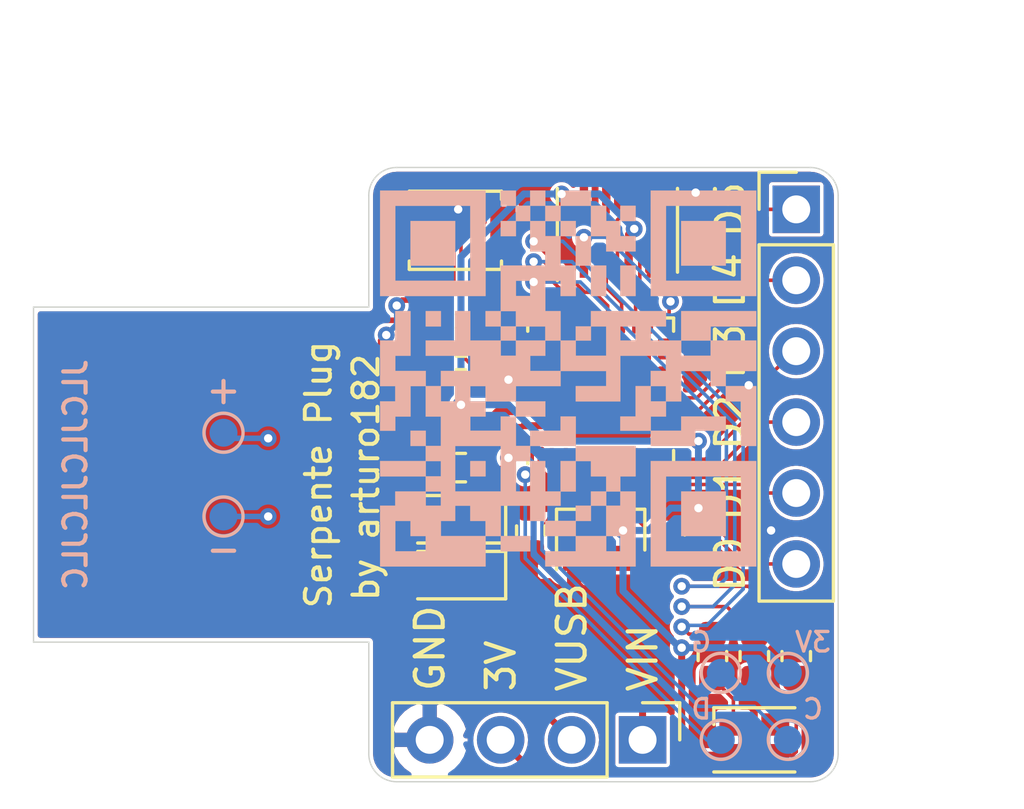
<source format=kicad_pcb>
(kicad_pcb (version 20171130) (host pcbnew "(5.1.2)-2")

  (general
    (thickness 1.6)
    (drawings 33)
    (tracks 258)
    (zones 0)
    (modules 27)
    (nets 39)
  )

  (page A4)
  (layers
    (0 F.Cu signal)
    (31 B.Cu signal)
    (32 B.Adhes user)
    (33 F.Adhes user)
    (34 B.Paste user)
    (35 F.Paste user)
    (36 B.SilkS user)
    (37 F.SilkS user)
    (38 B.Mask user)
    (39 F.Mask user)
    (40 Dwgs.User user)
    (41 Cmts.User user)
    (42 Eco1.User user)
    (43 Eco2.User user)
    (44 Edge.Cuts user)
    (45 Margin user)
    (46 B.CrtYd user hide)
    (47 F.CrtYd user)
    (48 B.Fab user hide)
    (49 F.Fab user hide)
  )

  (setup
    (last_trace_width 0.127)
    (trace_clearance 0.127)
    (zone_clearance 0.127)
    (zone_45_only no)
    (trace_min 0.127)
    (via_size 0.6)
    (via_drill 0.3)
    (via_min_size 0.6)
    (via_min_drill 0.3)
    (uvia_size 0.3)
    (uvia_drill 0.1)
    (uvias_allowed no)
    (uvia_min_size 0.2)
    (uvia_min_drill 0.1)
    (edge_width 0.05)
    (segment_width 0.2)
    (pcb_text_width 0.3)
    (pcb_text_size 1.5 1.5)
    (mod_edge_width 0.12)
    (mod_text_size 1 1)
    (mod_text_width 0.15)
    (pad_size 1.524 1.524)
    (pad_drill 0.762)
    (pad_to_mask_clearance 0.051)
    (solder_mask_min_width 0.25)
    (aux_axis_origin 0 0)
    (visible_elements 7FFFFF7F)
    (pcbplotparams
      (layerselection 0x010fc_ffffffff)
      (usegerberextensions true)
      (usegerberattributes false)
      (usegerberadvancedattributes false)
      (creategerberjobfile false)
      (excludeedgelayer true)
      (linewidth 0.100000)
      (plotframeref false)
      (viasonmask false)
      (mode 1)
      (useauxorigin false)
      (hpglpennumber 1)
      (hpglpenspeed 20)
      (hpglpendiameter 15.000000)
      (psnegative false)
      (psa4output false)
      (plotreference true)
      (plotvalue true)
      (plotinvisibletext false)
      (padsonsilk false)
      (subtractmaskfromsilk false)
      (outputformat 1)
      (mirror false)
      (drillshape 0)
      (scaleselection 1)
      (outputdirectory "gerb_plug"))
  )

  (net 0 "")
  (net 1 +5V)
  (net 2 GND)
  (net 3 +3V3)
  (net 4 "Net-(C4-Pad1)")
  (net 5 VBUS)
  (net 6 "Net-(D3-Pad3)")
  (net 7 "Net-(D3-Pad2)")
  (net 8 "Net-(D3-Pad1)")
  (net 9 /USB_D+)
  (net 10 /USB_D-)
  (net 11 VIN)
  (net 12 /GPIO5)
  (net 13 /GPIO4)
  (net 14 /GPIO3)
  (net 15 /GPIO2)
  (net 16 /GPIO1)
  (net 17 /GPIO0)
  (net 18 /LED_R)
  (net 19 /LED_G)
  (net 20 /LED_B)
  (net 21 "Net-(R6-Pad1)")
  (net 22 "Net-(SW1-Pad2)")
  (net 23 "Net-(TP2-Pad1)")
  (net 24 /FLASH_SCK)
  (net 25 /FLASH_MOSI)
  (net 26 /FLASH_MISO)
  (net 27 /FLASH_CS)
  (net 28 "Net-(U3-Pad27)")
  (net 29 "Net-(U3-Pad25)")
  (net 30 "Net-(U3-Pad15)")
  (net 31 "Net-(U3-Pad14)")
  (net 32 "Net-(U3-Pad13)")
  (net 33 "Net-(U3-Pad4)")
  (net 34 "Net-(U3-Pad3)")
  (net 35 "Net-(U3-Pad2)")
  (net 36 "Net-(U3-Pad1)")
  (net 37 "Net-(R7-Pad1)")
  (net 38 "Net-(R8-Pad1)")

  (net_class Default "This is the default net class."
    (clearance 0.127)
    (trace_width 0.127)
    (via_dia 0.6)
    (via_drill 0.3)
    (uvia_dia 0.3)
    (uvia_drill 0.1)
    (add_net +3V3)
    (add_net +5V)
    (add_net /FLASH_CS)
    (add_net /FLASH_MISO)
    (add_net /FLASH_MOSI)
    (add_net /FLASH_SCK)
    (add_net /GPIO0)
    (add_net /GPIO1)
    (add_net /GPIO2)
    (add_net /GPIO3)
    (add_net /GPIO4)
    (add_net /GPIO5)
    (add_net /LED_B)
    (add_net /LED_G)
    (add_net /LED_R)
    (add_net /USB_D+)
    (add_net /USB_D-)
    (add_net GND)
    (add_net "Net-(C4-Pad1)")
    (add_net "Net-(D3-Pad1)")
    (add_net "Net-(D3-Pad2)")
    (add_net "Net-(D3-Pad3)")
    (add_net "Net-(R6-Pad1)")
    (add_net "Net-(R7-Pad1)")
    (add_net "Net-(R8-Pad1)")
    (add_net "Net-(SW1-Pad2)")
    (add_net "Net-(TP2-Pad1)")
    (add_net "Net-(U3-Pad1)")
    (add_net "Net-(U3-Pad13)")
    (add_net "Net-(U3-Pad14)")
    (add_net "Net-(U3-Pad15)")
    (add_net "Net-(U3-Pad2)")
    (add_net "Net-(U3-Pad25)")
    (add_net "Net-(U3-Pad27)")
    (add_net "Net-(U3-Pad3)")
    (add_net "Net-(U3-Pad4)")
    (add_net VBUS)
    (add_net VIN)
  )

  (module serpente:qrcode (layer B.Cu) (tedit 0) (tstamp 5D58FD56)
    (at 131.318 52.578 180)
    (attr virtual)
    (fp_text reference G*** (at 0 0) (layer B.SilkS) hide
      (effects (font (size 1.524 1.524) (thickness 0.3)) (justify mirror))
    )
    (fp_text value LOGO (at 0.75 0) (layer B.SilkS) hide
      (effects (font (size 1.524 1.524) (thickness 0.3)) (justify mirror))
    )
    (fp_poly (pts (xy 5.624286 4.064) (xy 4.027715 4.064) (xy 4.027715 5.660571) (xy 5.624286 5.660571)
      (xy 5.624286 4.064)) (layer B.SilkS) (width 0.01))
    (fp_poly (pts (xy -4.064 4.064) (xy -5.660571 4.064) (xy -5.660571 5.660571) (xy -4.064 5.660571)
      (xy -4.064 4.064)) (layer B.SilkS) (width 0.01))
    (fp_poly (pts (xy 0.254 5.116285) (xy -0.290285 5.116285) (xy -0.290285 5.660571) (xy 0.254 5.660571)
      (xy 0.254 5.116285)) (layer B.SilkS) (width 0.01))
    (fp_poly (pts (xy 3.483429 -3.483429) (xy 2.939143 -3.483429) (xy 2.939143 -2.939143) (xy 3.483429 -2.939143)
      (xy 3.483429 -3.483429)) (layer B.SilkS) (width 0.01))
    (fp_poly (pts (xy 0.254 -4.027715) (xy -0.290285 -4.027715) (xy -0.290285 -2.939143) (xy 0.254 -2.939143)
      (xy 0.254 -4.027715)) (layer B.SilkS) (width 0.01))
    (fp_poly (pts (xy -1.378857 -4.535715) (xy -1.378857 -4.027715) (xy -0.834571 -4.027715) (xy -0.834571 -4.535715)
      (xy -1.378857 -4.535715)) (layer B.SilkS) (width 0.01))
    (fp_poly (pts (xy -0.290285 -4.535715) (xy -0.290285 -5.08) (xy -0.834571 -5.08) (xy -0.834571 -4.535715)
      (xy -0.290285 -4.535715)) (layer B.SilkS) (width 0.01))
    (fp_poly (pts (xy -4.064 -5.624286) (xy -5.660571 -5.624286) (xy -5.660571 -4.027715) (xy -4.064 -4.027715)
      (xy -4.064 -5.624286)) (layer B.SilkS) (width 0.01))
    (fp_poly (pts (xy 6.712857 2.975428) (xy 2.939143 2.975428) (xy 2.939143 6.204857) (xy 3.483429 6.204857)
      (xy 3.483429 3.519714) (xy 6.168572 3.519714) (xy 6.168572 6.204857) (xy 3.483429 6.204857)
      (xy 2.939143 6.204857) (xy 2.939143 6.749143) (xy 6.712857 6.749143) (xy 6.712857 2.975428)) (layer B.SilkS) (width 0.01))
    (fp_poly (pts (xy -1.886857 2.975428) (xy -2.431142 2.975428) (xy -2.431142 4.064) (xy -1.886857 4.064)
      (xy -1.886857 2.975428)) (layer B.SilkS) (width 0.01))
    (fp_poly (pts (xy -2.975428 2.975428) (xy -6.749143 2.975428) (xy -6.749143 6.204857) (xy -6.204857 6.204857)
      (xy -6.204857 3.519714) (xy -3.519714 3.519714) (xy -3.519714 6.204857) (xy -6.204857 6.204857)
      (xy -6.749143 6.204857) (xy -6.749143 6.749143) (xy -2.975428 6.749143) (xy -2.975428 2.975428)) (layer B.SilkS) (width 0.01))
    (fp_poly (pts (xy 5.08 1.886857) (xy 4.535715 1.886857) (xy 4.535715 2.431142) (xy 5.08 2.431142)
      (xy 5.08 1.886857)) (layer B.SilkS) (width 0.01))
    (fp_poly (pts (xy 2.394858 1.378857) (xy 3.483429 1.378857) (xy 3.483429 2.431142) (xy 4.027715 2.431142)
      (xy 4.027715 1.378857) (xy 5.08 1.378857) (xy 5.08 0.834571) (xy 3.483429 0.834571)
      (xy 3.483429 0.290285) (xy 4.535715 0.290285) (xy 4.535715 -0.254) (xy 5.08 -0.254)
      (xy 5.08 -1.342572) (xy 4.535715 -1.342572) (xy 4.535715 -2.394858) (xy 5.08 -2.394858)
      (xy 5.08 -2.939143) (xy 4.535715 -2.939143) (xy 4.535715 -3.483429) (xy 5.08 -3.483429)
      (xy 5.08 -4.027715) (xy 6.168572 -4.027715) (xy 6.168572 -4.535715) (xy 6.712857 -4.535715)
      (xy 6.712857 -6.712857) (xy 2.939143 -6.712857) (xy 2.939143 -5.624286) (xy 2.394858 -5.624286)
      (xy 2.394858 -5.08) (xy 2.939143 -5.08) (xy 2.939143 -5.624286) (xy 4.535715 -5.624286)
      (xy 5.08 -5.624286) (xy 5.08 -6.168572) (xy 6.168572 -6.168572) (xy 6.168572 -5.08)
      (xy 5.624286 -5.08) (xy 5.624286 -5.624286) (xy 5.08 -5.624286) (xy 4.535715 -5.624286)
      (xy 4.535715 -5.08) (xy 4.027715 -5.08) (xy 4.027715 -4.535715) (xy 3.483429 -4.535715)
      (xy 3.483429 -5.08) (xy 2.939143 -5.08) (xy 2.394858 -5.08) (xy 2.394858 -4.535715)
      (xy 1.342572 -4.535715) (xy 1.342572 -5.08) (xy 0.798286 -5.08) (xy 0.798286 -5.624286)
      (xy -0.290285 -5.624286) (xy -0.290285 -6.168572) (xy 0.798286 -6.168572) (xy 0.798286 -6.712857)
      (xy -2.431142 -6.712857) (xy -2.431142 -5.624286) (xy -1.886857 -5.624286) (xy -1.886857 -6.168572)
      (xy -1.378857 -6.168572) (xy -1.378857 -5.624286) (xy -1.886857 -5.624286) (xy -2.431142 -5.624286)
      (xy -2.431142 -4.027715) (xy -1.886857 -4.027715) (xy -1.886857 -4.535715) (xy -1.378857 -4.535715)
      (xy -1.378857 -5.624286) (xy -0.290285 -5.624286) (xy -0.290285 -5.08) (xy 0.798286 -5.08)
      (xy 0.798286 -4.535715) (xy 0.254 -4.535715) (xy 0.254 -4.027715) (xy 0.798286 -4.027715)
      (xy 0.798286 -2.939143) (xy 1.342572 -2.939143) (xy 1.342572 -4.027715) (xy 1.850572 -4.027715)
      (xy 1.850572 -2.939143) (xy 1.342572 -2.939143) (xy 1.342572 -2.394858) (xy -0.290285 -2.394858)
      (xy -0.290285 -2.939143) (xy -0.834571 -2.939143) (xy -0.834571 -3.483429) (xy -1.378857 -3.483429)
      (xy -1.378857 -4.027715) (xy -1.886857 -4.027715) (xy -1.886857 -3.483429) (xy -2.431142 -3.483429)
      (xy -2.431142 -2.394858) (xy -0.290285 -2.394858) (xy -0.290285 -1.342572) (xy 0.254 -1.342572)
      (xy 0.254 -1.850572) (xy 1.342572 -1.850572) (xy 1.342572 -2.394858) (xy 1.850572 -2.394858)
      (xy 2.394858 -2.394858) (xy 2.394858 -4.027715) (xy 4.027715 -4.027715) (xy 4.535715 -4.027715)
      (xy 4.535715 -4.535715) (xy 5.08 -4.535715) (xy 5.08 -4.027715) (xy 4.535715 -4.027715)
      (xy 4.027715 -4.027715) (xy 4.027715 -2.394858) (xy 2.394858 -2.394858) (xy 1.850572 -2.394858)
      (xy 1.850572 -1.342572) (xy 0.798286 -1.342572) (xy 0.798286 -0.798286) (xy 1.850572 -0.798286)
      (xy 1.850572 -1.342572) (xy 2.394858 -1.342572) (xy 2.394858 -1.850572) (xy 3.483429 -1.850572)
      (xy 3.483429 -1.342572) (xy 2.939143 -1.342572) (xy 2.939143 -0.798286) (xy 1.850572 -0.798286)
      (xy 1.850572 -0.254) (xy 2.939143 -0.254) (xy 2.939143 -0.798286) (xy 3.483429 -0.798286)
      (xy 3.483429 -0.254) (xy 4.027715 -0.254) (xy 4.027715 -0.798286) (xy 4.535715 -0.798286)
      (xy 4.535715 -0.254) (xy 4.027715 -0.254) (xy 3.483429 -0.254) (xy 2.939143 -0.254)
      (xy 1.850572 -0.254) (xy 0.254 -0.254) (xy 0.254 0.290285) (xy 1.342572 0.290285)
      (xy 1.342572 0.834571) (xy 0.798286 0.834571) (xy 0.798286 1.378857) (xy 1.850572 1.378857)
      (xy 1.850572 0.834571) (xy 2.394858 0.834571) (xy 2.394858 1.378857) (xy 1.850572 1.378857)
      (xy 1.850572 1.886857) (xy 2.394858 1.886857) (xy 2.394858 1.378857)) (layer B.SilkS) (width 0.01))
    (fp_poly (pts (xy 2.394858 2.431142) (xy 2.939143 2.431142) (xy 2.939143 1.886857) (xy 2.394858 1.886857)
      (xy 2.394858 2.431142)) (layer B.SilkS) (width 0.01))
    (fp_poly (pts (xy 5.08 0.290285) (xy 6.168572 0.290285) (xy 6.168572 0.834571) (xy 5.624286 0.834571)
      (xy 5.624286 2.431142) (xy 6.168572 2.431142) (xy 6.168572 1.378857) (xy 6.712857 1.378857)
      (xy 6.712857 -0.254) (xy 6.168572 -0.254) (xy 6.168572 -0.798286) (xy 6.712857 -0.798286)
      (xy 6.712857 -1.850572) (xy 6.168572 -1.850572) (xy 6.168572 -1.342572) (xy 5.624286 -1.342572)
      (xy 5.624286 -0.254) (xy 5.08 -0.254) (xy 5.08 0.290285)) (layer B.SilkS) (width 0.01))
    (fp_poly (pts (xy 5.08 -1.850572) (xy 5.624286 -1.850572) (xy 5.624286 -2.394858) (xy 5.08 -2.394858)
      (xy 5.08 -1.850572)) (layer B.SilkS) (width 0.01))
    (fp_poly (pts (xy 5.08 -2.939143) (xy 6.712857 -2.939143) (xy 6.712857 -3.483429) (xy 5.08 -3.483429)
      (xy 5.08 -2.939143)) (layer B.SilkS) (width 0.01))
    (fp_poly (pts (xy -1.378857 0.290285) (xy -1.378857 -0.254) (xy -0.290285 -0.254) (xy -0.290285 -0.798286)
      (xy -1.886857 -0.798286) (xy -1.886857 0.834571) (xy -3.519714 0.834571) (xy -3.519714 0.290285)
      (xy -2.975428 0.290285) (xy -2.975428 -0.254) (xy -3.519714 -0.254) (xy -3.519714 -0.798286)
      (xy -4.064 -0.798286) (xy -4.064 0.290285) (xy -5.116285 0.290285) (xy -5.116285 -0.254)
      (xy -5.660571 -0.254) (xy -5.660571 0.290285) (xy -6.749143 0.290285) (xy -6.749143 1.378857)
      (xy -5.116285 1.378857) (xy -5.116285 0.834571) (xy -4.064 0.834571) (xy -4.064 1.378857)
      (xy -5.116285 1.378857) (xy -5.116285 1.886857) (xy -6.749143 1.886857) (xy -6.749143 2.431142)
      (xy -4.064 2.431142) (xy -4.064 1.378857) (xy -2.975428 1.378857) (xy -2.975428 1.886857)
      (xy -2.431142 1.886857) (xy -2.431142 1.378857) (xy -1.886857 1.378857) (xy -1.886857 1.886857)
      (xy -2.431142 1.886857) (xy -2.975428 1.886857) (xy -3.519714 1.886857) (xy -3.519714 2.431142)
      (xy -0.834571 2.431142) (xy -0.834571 1.886857) (xy -1.378857 1.886857) (xy -1.378857 0.834571)
      (xy -0.290285 0.834571) (xy -0.290285 1.378857) (xy 0.254 1.378857) (xy 0.254 0.290285)
      (xy -1.378857 0.290285)) (layer B.SilkS) (width 0.01))
    (fp_poly (pts (xy -2.975428 -1.342572) (xy -3.519714 -1.342572) (xy -3.519714 -0.798286) (xy -2.975428 -0.798286)
      (xy -2.975428 -0.254) (xy -2.431142 -0.254) (xy -2.431142 -1.342572) (xy -1.886857 -1.342572)
      (xy -1.886857 -1.850572) (xy -2.975428 -1.850572) (xy -2.975428 -1.342572)) (layer B.SilkS) (width 0.01))
    (fp_poly (pts (xy 2.394858 -6.168572) (xy 1.342572 -6.168572) (xy 1.342572 -5.624286) (xy 2.394858 -5.624286)
      (xy 2.394858 -6.168572)) (layer B.SilkS) (width 0.01))
    (fp_poly (pts (xy -2.975428 -2.394858) (xy -4.572 -2.394858) (xy -4.572 -1.850572) (xy -5.660571 -1.850572)
      (xy -5.660571 -1.342572) (xy -4.064 -1.342572) (xy -4.064 -1.850572) (xy -2.975428 -1.850572)
      (xy -2.975428 -2.394858)) (layer B.SilkS) (width 0.01))
    (fp_poly (pts (xy 1.850572 5.660571) (xy 1.342572 5.660571) (xy 1.342572 4.572) (xy 0.798286 4.572)
      (xy 0.798286 4.064) (xy 2.394858 4.064) (xy 2.394858 2.431142) (xy 1.850572 2.431142)
      (xy 1.850572 1.886857) (xy 0.798286 1.886857) (xy 0.798286 1.378857) (xy 0.254 1.378857)
      (xy 0.254 2.431142) (xy 0.798286 2.431142) (xy 0.798286 3.519714) (xy 1.342572 3.519714)
      (xy 1.342572 2.975428) (xy 1.850572 2.975428) (xy 1.850572 3.519714) (xy 1.342572 3.519714)
      (xy 0.798286 3.519714) (xy 0.254 3.519714) (xy 0.254 2.975428) (xy -0.290285 2.975428)
      (xy -0.290285 4.064) (xy 0.254 4.064) (xy 0.254 5.116285) (xy 0.798286 5.116285)
      (xy 0.798286 5.660571) (xy 0.254 5.660571) (xy 0.254 6.204857) (xy 0.798286 6.204857)
      (xy 0.798286 5.660571) (xy 1.342572 5.660571) (xy 1.342572 6.204857) (xy 0.798286 6.204857)
      (xy 0.798286 6.749143) (xy 1.342572 6.749143) (xy 1.342572 6.204857) (xy 1.850572 6.204857)
      (xy 1.850572 5.660571)) (layer B.SilkS) (width 0.01))
    (fp_poly (pts (xy -5.660571 -0.798286) (xy -6.204857 -0.798286) (xy -6.204857 -2.394858) (xy -6.749143 -2.394858)
      (xy -6.749143 -0.254) (xy -5.660571 -0.254) (xy -5.660571 -0.798286)) (layer B.SilkS) (width 0.01))
    (fp_poly (pts (xy 1.850572 6.749143) (xy 2.394858 6.749143) (xy 2.394858 6.204857) (xy 1.850572 6.204857)
      (xy 1.850572 6.749143)) (layer B.SilkS) (width 0.01))
    (fp_poly (pts (xy -0.834571 5.116285) (xy -0.290285 5.116285) (xy -0.290285 4.064) (xy -0.834571 4.064)
      (xy -0.834571 5.116285)) (layer B.SilkS) (width 0.01))
    (fp_poly (pts (xy -0.834571 1.378857) (xy -0.834571 1.886857) (xy -0.290285 1.886857) (xy -0.290285 1.378857)
      (xy -0.834571 1.378857)) (layer B.SilkS) (width 0.01))
    (fp_poly (pts (xy -0.834571 2.975428) (xy -1.378857 2.975428) (xy -1.378857 4.064) (xy -0.834571 4.064)
      (xy -0.834571 2.975428)) (layer B.SilkS) (width 0.01))
    (fp_poly (pts (xy -0.834571 6.204857) (xy -0.834571 6.749143) (xy 0.254 6.749143) (xy 0.254 6.204857)
      (xy -0.834571 6.204857)) (layer B.SilkS) (width 0.01))
    (fp_poly (pts (xy -1.378857 5.660571) (xy -1.378857 6.204857) (xy -0.834571 6.204857) (xy -0.834571 5.116285)
      (xy -1.378857 5.116285) (xy -1.378857 4.572) (xy -2.431142 4.572) (xy -2.431142 5.116285)
      (xy -1.886857 5.116285) (xy -1.886857 5.660571) (xy -1.378857 5.660571)) (layer B.SilkS) (width 0.01))
    (fp_poly (pts (xy 2.394858 5.116285) (xy 1.850572 5.116285) (xy 1.850572 5.660571) (xy 2.394858 5.660571)
      (xy 2.394858 5.116285)) (layer B.SilkS) (width 0.01))
    (fp_poly (pts (xy -2.431142 5.660571) (xy -2.431142 6.204857) (xy -1.886857 6.204857) (xy -1.886857 5.660571)
      (xy -2.431142 5.660571)) (layer B.SilkS) (width 0.01))
    (fp_poly (pts (xy -2.975428 -6.712857) (xy -6.749143 -6.712857) (xy -6.749143 -3.483429) (xy -6.204857 -3.483429)
      (xy -6.204857 -6.168572) (xy -3.519714 -6.168572) (xy -3.519714 -3.483429) (xy -6.204857 -3.483429)
      (xy -6.749143 -3.483429) (xy -6.749143 -2.939143) (xy -2.975428 -2.939143) (xy -2.975428 -6.712857)) (layer B.SilkS) (width 0.01))
  )

  (module TestPoint:TestPoint_Pad_D1.0mm (layer B.Cu) (tedit 5A0F774F) (tstamp 5D594895)
    (at 119 54.5)
    (descr "SMD pad as test Point, diameter 1.0mm")
    (tags "test point SMD pad")
    (path /5D6CB8FB)
    (attr virtual)
    (fp_text reference TP6 (at 0 1.448) (layer B.SilkS) hide
      (effects (font (size 1 1) (thickness 0.15)) (justify mirror))
    )
    (fp_text value TP_USB_D+ (at 0 -1.55) (layer B.Fab)
      (effects (font (size 1 1) (thickness 0.15)) (justify mirror))
    )
    (fp_circle (center 0 0) (end 0 -0.7) (layer B.SilkS) (width 0.12))
    (fp_circle (center 0 0) (end 1 0) (layer B.CrtYd) (width 0.05))
    (fp_text user %R (at 0 1.45) (layer B.Fab)
      (effects (font (size 1 1) (thickness 0.15)) (justify mirror))
    )
    (pad 1 smd circle (at 0 0) (size 1 1) (layers B.Cu B.Mask)
      (net 9 /USB_D+))
  )

  (module TestPoint:TestPoint_Pad_D1.0mm (layer B.Cu) (tedit 5A0F774F) (tstamp 5D59488D)
    (at 119 57.5)
    (descr "SMD pad as test Point, diameter 1.0mm")
    (tags "test point SMD pad")
    (path /5D6C95EC)
    (attr virtual)
    (fp_text reference TP5 (at 0 1.448) (layer B.SilkS) hide
      (effects (font (size 1 1) (thickness 0.15)) (justify mirror))
    )
    (fp_text value TP_USB_D- (at 0 -1.55) (layer B.Fab)
      (effects (font (size 1 1) (thickness 0.15)) (justify mirror))
    )
    (fp_circle (center 0 0) (end 0 -0.7) (layer B.SilkS) (width 0.12))
    (fp_circle (center 0 0) (end 1 0) (layer B.CrtYd) (width 0.05))
    (fp_text user %R (at 0 1.45) (layer B.Fab)
      (effects (font (size 1 1) (thickness 0.15)) (justify mirror))
    )
    (pad 1 smd circle (at 0 0) (size 1 1) (layers B.Cu B.Mask)
      (net 10 /USB_D-))
  )

  (module Resistor_SMD:R_0603_1608Metric (layer F.Cu) (tedit 5B301BBD) (tstamp 5D58E99A)
    (at 127.5 51.25 180)
    (descr "Resistor SMD 0603 (1608 Metric), square (rectangular) end terminal, IPC_7351 nominal, (Body size source: http://www.tortai-tech.com/upload/download/2011102023233369053.pdf), generated with kicad-footprint-generator")
    (tags resistor)
    (path /5D6642A1)
    (attr smd)
    (fp_text reference R8 (at 0 -1.43) (layer F.SilkS) hide
      (effects (font (size 1 1) (thickness 0.15)))
    )
    (fp_text value 22R (at 0 1.43) (layer F.Fab)
      (effects (font (size 1 1) (thickness 0.15)))
    )
    (fp_text user %R (at 0 0) (layer F.Fab)
      (effects (font (size 0.4 0.4) (thickness 0.06)))
    )
    (fp_line (start 1.48 0.73) (end -1.48 0.73) (layer F.CrtYd) (width 0.05))
    (fp_line (start 1.48 -0.73) (end 1.48 0.73) (layer F.CrtYd) (width 0.05))
    (fp_line (start -1.48 -0.73) (end 1.48 -0.73) (layer F.CrtYd) (width 0.05))
    (fp_line (start -1.48 0.73) (end -1.48 -0.73) (layer F.CrtYd) (width 0.05))
    (fp_line (start -0.162779 0.51) (end 0.162779 0.51) (layer F.SilkS) (width 0.12))
    (fp_line (start -0.162779 -0.51) (end 0.162779 -0.51) (layer F.SilkS) (width 0.12))
    (fp_line (start 0.8 0.4) (end -0.8 0.4) (layer F.Fab) (width 0.1))
    (fp_line (start 0.8 -0.4) (end 0.8 0.4) (layer F.Fab) (width 0.1))
    (fp_line (start -0.8 -0.4) (end 0.8 -0.4) (layer F.Fab) (width 0.1))
    (fp_line (start -0.8 0.4) (end -0.8 -0.4) (layer F.Fab) (width 0.1))
    (pad 2 smd roundrect (at 0.7875 0 180) (size 0.875 0.95) (layers F.Cu F.Paste F.Mask) (roundrect_rratio 0.25)
      (net 9 /USB_D+))
    (pad 1 smd roundrect (at -0.7875 0 180) (size 0.875 0.95) (layers F.Cu F.Paste F.Mask) (roundrect_rratio 0.25)
      (net 38 "Net-(R8-Pad1)"))
    (model ${KISYS3DMOD}/Resistor_SMD.3dshapes/R_0603_1608Metric.wrl
      (at (xyz 0 0 0))
      (scale (xyz 1 1 1))
      (rotate (xyz 0 0 0))
    )
  )

  (module Resistor_SMD:R_0603_1608Metric (layer F.Cu) (tedit 5B301BBD) (tstamp 5D58E989)
    (at 127.5 49.75 180)
    (descr "Resistor SMD 0603 (1608 Metric), square (rectangular) end terminal, IPC_7351 nominal, (Body size source: http://www.tortai-tech.com/upload/download/2011102023233369053.pdf), generated with kicad-footprint-generator")
    (tags resistor)
    (path /5D663658)
    (attr smd)
    (fp_text reference R7 (at 0 -1.43) (layer F.SilkS) hide
      (effects (font (size 1 1) (thickness 0.15)))
    )
    (fp_text value 22R (at 0 1.43) (layer F.Fab)
      (effects (font (size 1 1) (thickness 0.15)))
    )
    (fp_text user %R (at 0 0) (layer F.Fab)
      (effects (font (size 0.4 0.4) (thickness 0.06)))
    )
    (fp_line (start 1.48 0.73) (end -1.48 0.73) (layer F.CrtYd) (width 0.05))
    (fp_line (start 1.48 -0.73) (end 1.48 0.73) (layer F.CrtYd) (width 0.05))
    (fp_line (start -1.48 -0.73) (end 1.48 -0.73) (layer F.CrtYd) (width 0.05))
    (fp_line (start -1.48 0.73) (end -1.48 -0.73) (layer F.CrtYd) (width 0.05))
    (fp_line (start -0.162779 0.51) (end 0.162779 0.51) (layer F.SilkS) (width 0.12))
    (fp_line (start -0.162779 -0.51) (end 0.162779 -0.51) (layer F.SilkS) (width 0.12))
    (fp_line (start 0.8 0.4) (end -0.8 0.4) (layer F.Fab) (width 0.1))
    (fp_line (start 0.8 -0.4) (end 0.8 0.4) (layer F.Fab) (width 0.1))
    (fp_line (start -0.8 -0.4) (end 0.8 -0.4) (layer F.Fab) (width 0.1))
    (fp_line (start -0.8 0.4) (end -0.8 -0.4) (layer F.Fab) (width 0.1))
    (pad 2 smd roundrect (at 0.7875 0 180) (size 0.875 0.95) (layers F.Cu F.Paste F.Mask) (roundrect_rratio 0.25)
      (net 10 /USB_D-))
    (pad 1 smd roundrect (at -0.7875 0 180) (size 0.875 0.95) (layers F.Cu F.Paste F.Mask) (roundrect_rratio 0.25)
      (net 37 "Net-(R7-Pad1)"))
    (model ${KISYS3DMOD}/Resistor_SMD.3dshapes/R_0603_1608Metric.wrl
      (at (xyz 0 0 0))
      (scale (xyz 1 1 1))
      (rotate (xyz 0 0 0))
    )
  )

  (module Diode_SMD:D_SOD-323_HandSoldering (layer F.Cu) (tedit 58641869) (tstamp 5D589263)
    (at 127.2 59.6 180)
    (descr SOD-323)
    (tags SOD-323)
    (path /5D572C79)
    (attr smd)
    (fp_text reference D2 (at 0 -1.85) (layer F.SilkS) hide
      (effects (font (size 1 1) (thickness 0.15)))
    )
    (fp_text value D_Schottky_Small (at 0.1 1.9) (layer F.Fab)
      (effects (font (size 1 1) (thickness 0.15)))
    )
    (fp_line (start -1.9 -0.85) (end 1.25 -0.85) (layer F.SilkS) (width 0.12))
    (fp_line (start -1.9 0.85) (end 1.25 0.85) (layer F.SilkS) (width 0.12))
    (fp_line (start -2 -0.95) (end -2 0.95) (layer F.CrtYd) (width 0.05))
    (fp_line (start -2 0.95) (end 2 0.95) (layer F.CrtYd) (width 0.05))
    (fp_line (start 2 -0.95) (end 2 0.95) (layer F.CrtYd) (width 0.05))
    (fp_line (start -2 -0.95) (end 2 -0.95) (layer F.CrtYd) (width 0.05))
    (fp_line (start -0.9 -0.7) (end 0.9 -0.7) (layer F.Fab) (width 0.1))
    (fp_line (start 0.9 -0.7) (end 0.9 0.7) (layer F.Fab) (width 0.1))
    (fp_line (start 0.9 0.7) (end -0.9 0.7) (layer F.Fab) (width 0.1))
    (fp_line (start -0.9 0.7) (end -0.9 -0.7) (layer F.Fab) (width 0.1))
    (fp_line (start -0.3 -0.35) (end -0.3 0.35) (layer F.Fab) (width 0.1))
    (fp_line (start -0.3 0) (end -0.5 0) (layer F.Fab) (width 0.1))
    (fp_line (start -0.3 0) (end 0.2 -0.35) (layer F.Fab) (width 0.1))
    (fp_line (start 0.2 -0.35) (end 0.2 0.35) (layer F.Fab) (width 0.1))
    (fp_line (start 0.2 0.35) (end -0.3 0) (layer F.Fab) (width 0.1))
    (fp_line (start 0.2 0) (end 0.45 0) (layer F.Fab) (width 0.1))
    (fp_line (start -1.9 -0.85) (end -1.9 0.85) (layer F.SilkS) (width 0.12))
    (fp_text user %R (at 0 -1.85) (layer F.Fab)
      (effects (font (size 1 1) (thickness 0.15)))
    )
    (pad 2 smd rect (at 1.25 0 180) (size 1 1) (layers F.Cu F.Paste F.Mask)
      (net 11 VIN))
    (pad 1 smd rect (at -1.25 0 180) (size 1 1) (layers F.Cu F.Paste F.Mask)
      (net 1 +5V))
    (model ${KISYS3DMOD}/Diode_SMD.3dshapes/D_SOD-323.wrl
      (at (xyz 0 0 0))
      (scale (xyz 1 1 1))
      (rotate (xyz 0 0 0))
    )
  )

  (module Diode_SMD:D_SOD-323_HandSoldering (layer F.Cu) (tedit 58641869) (tstamp 5D58924B)
    (at 127.2 57.6 180)
    (descr SOD-323)
    (tags SOD-323)
    (path /5D571794)
    (attr smd)
    (fp_text reference D1 (at 0 -1.85) (layer F.SilkS) hide
      (effects (font (size 1 1) (thickness 0.15)))
    )
    (fp_text value D_Schottky_Small (at 0.1 1.9) (layer F.Fab)
      (effects (font (size 1 1) (thickness 0.15)))
    )
    (fp_line (start -1.9 -0.85) (end 1.25 -0.85) (layer F.SilkS) (width 0.12))
    (fp_line (start -1.9 0.85) (end 1.25 0.85) (layer F.SilkS) (width 0.12))
    (fp_line (start -2 -0.95) (end -2 0.95) (layer F.CrtYd) (width 0.05))
    (fp_line (start -2 0.95) (end 2 0.95) (layer F.CrtYd) (width 0.05))
    (fp_line (start 2 -0.95) (end 2 0.95) (layer F.CrtYd) (width 0.05))
    (fp_line (start -2 -0.95) (end 2 -0.95) (layer F.CrtYd) (width 0.05))
    (fp_line (start -0.9 -0.7) (end 0.9 -0.7) (layer F.Fab) (width 0.1))
    (fp_line (start 0.9 -0.7) (end 0.9 0.7) (layer F.Fab) (width 0.1))
    (fp_line (start 0.9 0.7) (end -0.9 0.7) (layer F.Fab) (width 0.1))
    (fp_line (start -0.9 0.7) (end -0.9 -0.7) (layer F.Fab) (width 0.1))
    (fp_line (start -0.3 -0.35) (end -0.3 0.35) (layer F.Fab) (width 0.1))
    (fp_line (start -0.3 0) (end -0.5 0) (layer F.Fab) (width 0.1))
    (fp_line (start -0.3 0) (end 0.2 -0.35) (layer F.Fab) (width 0.1))
    (fp_line (start 0.2 -0.35) (end 0.2 0.35) (layer F.Fab) (width 0.1))
    (fp_line (start 0.2 0.35) (end -0.3 0) (layer F.Fab) (width 0.1))
    (fp_line (start 0.2 0) (end 0.45 0) (layer F.Fab) (width 0.1))
    (fp_line (start -1.9 -0.85) (end -1.9 0.85) (layer F.SilkS) (width 0.12))
    (fp_text user %R (at 0 -1.85) (layer F.Fab)
      (effects (font (size 1 1) (thickness 0.15)))
    )
    (pad 2 smd rect (at 1.25 0 180) (size 1 1) (layers F.Cu F.Paste F.Mask)
      (net 5 VBUS))
    (pad 1 smd rect (at -1.25 0 180) (size 1 1) (layers F.Cu F.Paste F.Mask)
      (net 1 +5V))
    (model ${KISYS3DMOD}/Diode_SMD.3dshapes/D_SOD-323.wrl
      (at (xyz 0 0 0))
      (scale (xyz 1 1 1))
      (rotate (xyz 0 0 0))
    )
  )

  (module Package_DFN_QFN:QFN-32-1EP_5x5mm_P0.5mm_EP3.6x3.6mm (layer F.Cu) (tedit 5B4E85CF) (tstamp 5D58B9F6)
    (at 132.5 53 90)
    (descr "QFN, 32 Pin (http://infocenter.nordicsemi.com/pdf/nRF52810_PS_v1.1.pdf (Page 468)), generated with kicad-footprint-generator ipc_dfn_qfn_generator.py")
    (tags "QFN DFN_QFN")
    (path /5D5905F0)
    (attr smd)
    (fp_text reference U3 (at 0 -3.8 90) (layer F.SilkS) hide
      (effects (font (size 1 1) (thickness 0.15)))
    )
    (fp_text value ATSAMD21E18A (at 0 3.8 90) (layer F.Fab)
      (effects (font (size 1 1) (thickness 0.15)))
    )
    (fp_text user %R (at 0 0 90) (layer F.Fab)
      (effects (font (size 1 1) (thickness 0.15)))
    )
    (fp_line (start 3.1 -3.1) (end -3.1 -3.1) (layer F.CrtYd) (width 0.05))
    (fp_line (start 3.1 3.1) (end 3.1 -3.1) (layer F.CrtYd) (width 0.05))
    (fp_line (start -3.1 3.1) (end 3.1 3.1) (layer F.CrtYd) (width 0.05))
    (fp_line (start -3.1 -3.1) (end -3.1 3.1) (layer F.CrtYd) (width 0.05))
    (fp_line (start -2.5 -1.5) (end -1.5 -2.5) (layer F.Fab) (width 0.1))
    (fp_line (start -2.5 2.5) (end -2.5 -1.5) (layer F.Fab) (width 0.1))
    (fp_line (start 2.5 2.5) (end -2.5 2.5) (layer F.Fab) (width 0.1))
    (fp_line (start 2.5 -2.5) (end 2.5 2.5) (layer F.Fab) (width 0.1))
    (fp_line (start -1.5 -2.5) (end 2.5 -2.5) (layer F.Fab) (width 0.1))
    (fp_line (start -2.135 -2.61) (end -2.61 -2.61) (layer F.SilkS) (width 0.12))
    (fp_line (start 2.61 2.61) (end 2.61 2.135) (layer F.SilkS) (width 0.12))
    (fp_line (start 2.135 2.61) (end 2.61 2.61) (layer F.SilkS) (width 0.12))
    (fp_line (start -2.61 2.61) (end -2.61 2.135) (layer F.SilkS) (width 0.12))
    (fp_line (start -2.135 2.61) (end -2.61 2.61) (layer F.SilkS) (width 0.12))
    (fp_line (start 2.61 -2.61) (end 2.61 -2.135) (layer F.SilkS) (width 0.12))
    (fp_line (start 2.135 -2.61) (end 2.61 -2.61) (layer F.SilkS) (width 0.12))
    (pad 32 smd roundrect (at -1.75 -2.45 90) (size 0.25 0.8) (layers F.Cu F.Paste F.Mask) (roundrect_rratio 0.25)
      (net 23 "Net-(TP2-Pad1)"))
    (pad 31 smd roundrect (at -1.25 -2.45 90) (size 0.25 0.8) (layers F.Cu F.Paste F.Mask) (roundrect_rratio 0.25)
      (net 21 "Net-(R6-Pad1)"))
    (pad 30 smd roundrect (at -0.75 -2.45 90) (size 0.25 0.8) (layers F.Cu F.Paste F.Mask) (roundrect_rratio 0.25)
      (net 3 +3V3))
    (pad 29 smd roundrect (at -0.25 -2.45 90) (size 0.25 0.8) (layers F.Cu F.Paste F.Mask) (roundrect_rratio 0.25)
      (net 4 "Net-(C4-Pad1)"))
    (pad 28 smd roundrect (at 0.25 -2.45 90) (size 0.25 0.8) (layers F.Cu F.Paste F.Mask) (roundrect_rratio 0.25)
      (net 2 GND))
    (pad 27 smd roundrect (at 0.75 -2.45 90) (size 0.25 0.8) (layers F.Cu F.Paste F.Mask) (roundrect_rratio 0.25)
      (net 28 "Net-(U3-Pad27)"))
    (pad 26 smd roundrect (at 1.25 -2.45 90) (size 0.25 0.8) (layers F.Cu F.Paste F.Mask) (roundrect_rratio 0.25)
      (net 22 "Net-(SW1-Pad2)"))
    (pad 25 smd roundrect (at 1.75 -2.45 90) (size 0.25 0.8) (layers F.Cu F.Paste F.Mask) (roundrect_rratio 0.25)
      (net 29 "Net-(U3-Pad25)"))
    (pad 24 smd roundrect (at 2.45 -1.75 90) (size 0.8 0.25) (layers F.Cu F.Paste F.Mask) (roundrect_rratio 0.25)
      (net 38 "Net-(R8-Pad1)"))
    (pad 23 smd roundrect (at 2.45 -1.25 90) (size 0.8 0.25) (layers F.Cu F.Paste F.Mask) (roundrect_rratio 0.25)
      (net 37 "Net-(R7-Pad1)"))
    (pad 22 smd roundrect (at 2.45 -0.75 90) (size 0.8 0.25) (layers F.Cu F.Paste F.Mask) (roundrect_rratio 0.25)
      (net 19 /LED_G))
    (pad 21 smd roundrect (at 2.45 -0.25 90) (size 0.8 0.25) (layers F.Cu F.Paste F.Mask) (roundrect_rratio 0.25)
      (net 20 /LED_B))
    (pad 20 smd roundrect (at 2.45 0.25 90) (size 0.8 0.25) (layers F.Cu F.Paste F.Mask) (roundrect_rratio 0.25)
      (net 18 /LED_R))
    (pad 19 smd roundrect (at 2.45 0.75 90) (size 0.8 0.25) (layers F.Cu F.Paste F.Mask) (roundrect_rratio 0.25)
      (net 26 /FLASH_MISO))
    (pad 18 smd roundrect (at 2.45 1.25 90) (size 0.8 0.25) (layers F.Cu F.Paste F.Mask) (roundrect_rratio 0.25)
      (net 24 /FLASH_SCK))
    (pad 17 smd roundrect (at 2.45 1.75 90) (size 0.8 0.25) (layers F.Cu F.Paste F.Mask) (roundrect_rratio 0.25)
      (net 25 /FLASH_MOSI))
    (pad 16 smd roundrect (at 1.75 2.45 90) (size 0.25 0.8) (layers F.Cu F.Paste F.Mask) (roundrect_rratio 0.25)
      (net 27 /FLASH_CS))
    (pad 15 smd roundrect (at 1.25 2.45 90) (size 0.25 0.8) (layers F.Cu F.Paste F.Mask) (roundrect_rratio 0.25)
      (net 30 "Net-(U3-Pad15)"))
    (pad 14 smd roundrect (at 0.75 2.45 90) (size 0.25 0.8) (layers F.Cu F.Paste F.Mask) (roundrect_rratio 0.25)
      (net 31 "Net-(U3-Pad14)"))
    (pad 13 smd roundrect (at 0.25 2.45 90) (size 0.25 0.8) (layers F.Cu F.Paste F.Mask) (roundrect_rratio 0.25)
      (net 32 "Net-(U3-Pad13)"))
    (pad 12 smd roundrect (at -0.25 2.45 90) (size 0.25 0.8) (layers F.Cu F.Paste F.Mask) (roundrect_rratio 0.25)
      (net 12 /GPIO5))
    (pad 11 smd roundrect (at -0.75 2.45 90) (size 0.25 0.8) (layers F.Cu F.Paste F.Mask) (roundrect_rratio 0.25)
      (net 13 /GPIO4))
    (pad 10 smd roundrect (at -1.25 2.45 90) (size 0.25 0.8) (layers F.Cu F.Paste F.Mask) (roundrect_rratio 0.25)
      (net 2 GND))
    (pad 9 smd roundrect (at -1.75 2.45 90) (size 0.25 0.8) (layers F.Cu F.Paste F.Mask) (roundrect_rratio 0.25)
      (net 3 +3V3))
    (pad 8 smd roundrect (at -2.45 1.75 90) (size 0.8 0.25) (layers F.Cu F.Paste F.Mask) (roundrect_rratio 0.25)
      (net 14 /GPIO3))
    (pad 7 smd roundrect (at -2.45 1.25 90) (size 0.8 0.25) (layers F.Cu F.Paste F.Mask) (roundrect_rratio 0.25)
      (net 15 /GPIO2))
    (pad 6 smd roundrect (at -2.45 0.75 90) (size 0.8 0.25) (layers F.Cu F.Paste F.Mask) (roundrect_rratio 0.25)
      (net 16 /GPIO1))
    (pad 5 smd roundrect (at -2.45 0.25 90) (size 0.8 0.25) (layers F.Cu F.Paste F.Mask) (roundrect_rratio 0.25)
      (net 17 /GPIO0))
    (pad 4 smd roundrect (at -2.45 -0.25 90) (size 0.8 0.25) (layers F.Cu F.Paste F.Mask) (roundrect_rratio 0.25)
      (net 33 "Net-(U3-Pad4)"))
    (pad 3 smd roundrect (at -2.45 -0.75 90) (size 0.8 0.25) (layers F.Cu F.Paste F.Mask) (roundrect_rratio 0.25)
      (net 34 "Net-(U3-Pad3)"))
    (pad 2 smd roundrect (at -2.45 -1.25 90) (size 0.8 0.25) (layers F.Cu F.Paste F.Mask) (roundrect_rratio 0.25)
      (net 35 "Net-(U3-Pad2)"))
    (pad 1 smd roundrect (at -2.45 -1.75 90) (size 0.8 0.25) (layers F.Cu F.Paste F.Mask) (roundrect_rratio 0.25)
      (net 36 "Net-(U3-Pad1)"))
    (pad "" smd roundrect (at 1.2 1.2 90) (size 0.97 0.97) (layers F.Paste) (roundrect_rratio 0.25))
    (pad "" smd roundrect (at 1.2 0 90) (size 0.97 0.97) (layers F.Paste) (roundrect_rratio 0.25))
    (pad "" smd roundrect (at 1.2 -1.2 90) (size 0.97 0.97) (layers F.Paste) (roundrect_rratio 0.25))
    (pad "" smd roundrect (at 0 1.2 90) (size 0.97 0.97) (layers F.Paste) (roundrect_rratio 0.25))
    (pad "" smd roundrect (at 0 0 90) (size 0.97 0.97) (layers F.Paste) (roundrect_rratio 0.25))
    (pad "" smd roundrect (at 0 -1.2 90) (size 0.97 0.97) (layers F.Paste) (roundrect_rratio 0.25))
    (pad "" smd roundrect (at -1.2 1.2 90) (size 0.97 0.97) (layers F.Paste) (roundrect_rratio 0.25))
    (pad "" smd roundrect (at -1.2 0 90) (size 0.97 0.97) (layers F.Paste) (roundrect_rratio 0.25))
    (pad "" smd roundrect (at -1.2 -1.2 90) (size 0.97 0.97) (layers F.Paste) (roundrect_rratio 0.25))
    (pad 33 smd roundrect (at 0 0 90) (size 3.6 3.6) (layers F.Cu F.Mask) (roundrect_rratio 0.06944400000000001))
    (model ${KISYS3DMOD}/Package_DFN_QFN.3dshapes/QFN-32-1EP_5x5mm_P0.5mm_EP3.6x3.6mm.wrl
      (at (xyz 0 0 0))
      (scale (xyz 1 1 1))
      (rotate (xyz 0 0 0))
    )
  )

  (module Package_TO_SOT_SMD:SOT-23 (layer F.Cu) (tedit 5A02FF57) (tstamp 5D58939C)
    (at 132.5 58 90)
    (descr "SOT-23, Standard")
    (tags SOT-23)
    (path /5D56FC32)
    (attr smd)
    (fp_text reference U2 (at 0 -2.5 90) (layer F.SilkS) hide
      (effects (font (size 1 1) (thickness 0.15)))
    )
    (fp_text value MCP1700-3302E_SOT23 (at 0 2.5 90) (layer F.Fab)
      (effects (font (size 1 1) (thickness 0.15)))
    )
    (fp_line (start 0.76 1.58) (end -0.7 1.58) (layer F.SilkS) (width 0.12))
    (fp_line (start 0.76 -1.58) (end -1.4 -1.58) (layer F.SilkS) (width 0.12))
    (fp_line (start -1.7 1.75) (end -1.7 -1.75) (layer F.CrtYd) (width 0.05))
    (fp_line (start 1.7 1.75) (end -1.7 1.75) (layer F.CrtYd) (width 0.05))
    (fp_line (start 1.7 -1.75) (end 1.7 1.75) (layer F.CrtYd) (width 0.05))
    (fp_line (start -1.7 -1.75) (end 1.7 -1.75) (layer F.CrtYd) (width 0.05))
    (fp_line (start 0.76 -1.58) (end 0.76 -0.65) (layer F.SilkS) (width 0.12))
    (fp_line (start 0.76 1.58) (end 0.76 0.65) (layer F.SilkS) (width 0.12))
    (fp_line (start -0.7 1.52) (end 0.7 1.52) (layer F.Fab) (width 0.1))
    (fp_line (start 0.7 -1.52) (end 0.7 1.52) (layer F.Fab) (width 0.1))
    (fp_line (start -0.7 -0.95) (end -0.15 -1.52) (layer F.Fab) (width 0.1))
    (fp_line (start -0.15 -1.52) (end 0.7 -1.52) (layer F.Fab) (width 0.1))
    (fp_line (start -0.7 -0.95) (end -0.7 1.5) (layer F.Fab) (width 0.1))
    (fp_text user %R (at 0 0) (layer F.Fab)
      (effects (font (size 0.5 0.5) (thickness 0.075)))
    )
    (pad 3 smd rect (at 1 0 90) (size 0.9 0.8) (layers F.Cu F.Paste F.Mask)
      (net 1 +5V))
    (pad 2 smd rect (at -1 0.95 90) (size 0.9 0.8) (layers F.Cu F.Paste F.Mask)
      (net 3 +3V3))
    (pad 1 smd rect (at -1 -0.95 90) (size 0.9 0.8) (layers F.Cu F.Paste F.Mask)
      (net 2 GND))
    (model ${KISYS3DMOD}/Package_TO_SOT_SMD.3dshapes/SOT-23.wrl
      (at (xyz 0 0 0))
      (scale (xyz 1 1 1))
      (rotate (xyz 0 0 0))
    )
  )

  (module Package_SON_Extra:USON-8_3x4mm_P0.8mm (layer F.Cu) (tedit 5D588046) (tstamp 5D589387)
    (at 133.1 47.25 90)
    (descr "USON-8 3x4mm_Pitch 0.8mm https://www.gigadevice.com/datasheet/gd25q32c/")
    (tags "USON-8 3x4mm Pitch 0.8mm")
    (path /5D58BC09)
    (attr smd)
    (fp_text reference U1 (at 0.01829 -3 90) (layer F.SilkS) hide
      (effects (font (size 1 1) (thickness 0.15)))
    )
    (fp_text value GD25Q32CNIGR (at 0.01829 3 90) (layer F.Fab)
      (effects (font (size 1 1) (thickness 0.15)))
    )
    (fp_line (start 1.5 -2) (end 1.5 2) (layer F.Fab) (width 0.1))
    (fp_line (start 1.5 -2) (end -1.25 -2) (layer F.Fab) (width 0.1))
    (fp_line (start -1.5 -1.75) (end -1.5 2) (layer F.Fab) (width 0.1))
    (fp_line (start -1.5 2) (end 1.5 2) (layer F.Fab) (width 0.1))
    (fp_line (start 1.5 -2.15) (end -1.8 -2.15) (layer F.SilkS) (width 0.12))
    (fp_line (start 1.5 2.15) (end -1.5 2.15) (layer F.SilkS) (width 0.12))
    (fp_line (start 1.91 -2.25) (end 1.91 2.25) (layer F.CrtYd) (width 0.05))
    (fp_line (start 1.91 2.25) (end -1.91 2.25) (layer F.CrtYd) (width 0.05))
    (fp_line (start -1.91 2.25) (end -1.91 -2.25) (layer F.CrtYd) (width 0.05))
    (fp_line (start -1.91 -2.25) (end 1.91 -2.25) (layer F.CrtYd) (width 0.05))
    (fp_text user %R (at 0 0) (layer F.Fab)
      (effects (font (size 0.55 0.55) (thickness 0.1)))
    )
    (fp_line (start -1.25 -2) (end -1.5 -1.75) (layer F.Fab) (width 0.1))
    (pad 8 smd rect (at 1.3 -1.2) (size 0.3 0.8) (layers F.Cu F.Paste F.Mask)
      (net 3 +3V3))
    (pad 6 smd rect (at 1.3 0.4) (size 0.3 0.8) (layers F.Cu F.Paste F.Mask)
      (net 24 /FLASH_SCK))
    (pad 5 smd rect (at 1.3 1.2) (size 0.3 0.8) (layers F.Cu F.Paste F.Mask)
      (net 25 /FLASH_MOSI))
    (pad 7 smd rect (at 1.3 -0.4) (size 0.3 0.8) (layers F.Cu F.Paste F.Mask)
      (net 3 +3V3))
    (pad 4 smd rect (at -1.3 1.2) (size 0.3 0.8) (layers F.Cu F.Paste F.Mask)
      (net 2 GND))
    (pad 3 smd rect (at -1.3 0.4) (size 0.3 0.8) (layers F.Cu F.Paste F.Mask)
      (net 3 +3V3))
    (pad 2 smd rect (at -1.3 -0.4) (size 0.3 0.8) (layers F.Cu F.Paste F.Mask)
      (net 26 /FLASH_MISO))
    (pad 1 smd rect (at -1.3 -1.2) (size 0.3 0.8) (layers F.Cu F.Paste F.Mask)
      (net 27 /FLASH_CS))
    (model ${KISYS3DMOD}/Package_SON.3dshapes/WSON-8_4x4mm_P0.8mm.step
      (at (xyz 0 0 0))
      (scale (xyz 0.75 1 1))
      (rotate (xyz 0 0 0))
    )
  )

  (module TestPoint:TestPoint_Pad_D1.0mm (layer B.Cu) (tedit 5A0F774F) (tstamp 5D58936F)
    (at 136.8 63.1 180)
    (descr "SMD pad as test Point, diameter 1.0mm")
    (tags "test point SMD pad")
    (path /5D60E018)
    (attr virtual)
    (fp_text reference TP4 (at 0 1.448) (layer B.SilkS) hide
      (effects (font (size 1 1) (thickness 0.15)) (justify mirror))
    )
    (fp_text value TP_GND (at 0 -1.55) (layer B.Fab)
      (effects (font (size 1 1) (thickness 0.15)) (justify mirror))
    )
    (fp_circle (center 0 0) (end 0 -0.7) (layer B.SilkS) (width 0.12))
    (fp_circle (center 0 0) (end 1 0) (layer B.CrtYd) (width 0.05))
    (fp_text user %R (at 0 1.45) (layer B.Fab)
      (effects (font (size 1 1) (thickness 0.15)) (justify mirror))
    )
    (pad 1 smd circle (at 0 0 180) (size 1 1) (layers B.Cu B.Mask)
      (net 2 GND))
  )

  (module TestPoint:TestPoint_Pad_D1.0mm (layer B.Cu) (tedit 5A0F774F) (tstamp 5D595243)
    (at 139.2 63.1 180)
    (descr "SMD pad as test Point, diameter 1.0mm")
    (tags "test point SMD pad")
    (path /5D60D63C)
    (attr virtual)
    (fp_text reference TP3 (at 0 1.448) (layer B.SilkS) hide
      (effects (font (size 1 1) (thickness 0.15)) (justify mirror))
    )
    (fp_text value TP_VDD (at 0 -1.55) (layer B.Fab)
      (effects (font (size 1 1) (thickness 0.15)) (justify mirror))
    )
    (fp_circle (center 0 0) (end 0 -0.7) (layer B.SilkS) (width 0.12))
    (fp_circle (center 0 0) (end 1 0) (layer B.CrtYd) (width 0.05))
    (fp_text user %R (at 0 1.45) (layer B.Fab)
      (effects (font (size 1 1) (thickness 0.15)) (justify mirror))
    )
    (pad 1 smd circle (at 0 0 180) (size 1 1) (layers B.Cu B.Mask)
      (net 3 +3V3))
  )

  (module TestPoint:TestPoint_Pad_D1.0mm (layer B.Cu) (tedit 5A0F774F) (tstamp 5D595392)
    (at 136.8 65.5 180)
    (descr "SMD pad as test Point, diameter 1.0mm")
    (tags "test point SMD pad")
    (path /5D5A1C0C)
    (attr virtual)
    (fp_text reference TP2 (at 0 1.448) (layer B.SilkS) hide
      (effects (font (size 1 1) (thickness 0.15)) (justify mirror))
    )
    (fp_text value TP_SWDIO (at 0 -1.55) (layer B.Fab)
      (effects (font (size 1 1) (thickness 0.15)) (justify mirror))
    )
    (fp_circle (center 0 0) (end 0 -0.7) (layer B.SilkS) (width 0.12))
    (fp_circle (center 0 0) (end 1 0) (layer B.CrtYd) (width 0.05))
    (fp_text user %R (at 0 1.45) (layer B.Fab)
      (effects (font (size 1 1) (thickness 0.15)) (justify mirror))
    )
    (pad 1 smd circle (at 0 0 180) (size 1 1) (layers B.Cu B.Mask)
      (net 23 "Net-(TP2-Pad1)"))
  )

  (module TestPoint:TestPoint_Pad_D1.0mm (layer B.Cu) (tedit 5A0F774F) (tstamp 5D595267)
    (at 139.2 65.5 180)
    (descr "SMD pad as test Point, diameter 1.0mm")
    (tags "test point SMD pad")
    (path /5D5A0661)
    (attr virtual)
    (fp_text reference TP1 (at 0 1.448) (layer B.SilkS) hide
      (effects (font (size 1 1) (thickness 0.15)) (justify mirror))
    )
    (fp_text value TP_SWCLK (at 0 -1.55) (layer B.Fab)
      (effects (font (size 1 1) (thickness 0.15)) (justify mirror))
    )
    (fp_circle (center 0 0) (end 0 -0.7) (layer B.SilkS) (width 0.12))
    (fp_circle (center 0 0) (end 1 0) (layer B.CrtYd) (width 0.05))
    (fp_text user %R (at 0 1.45) (layer B.Fab)
      (effects (font (size 1 1) (thickness 0.15)) (justify mirror))
    )
    (pad 1 smd circle (at 0 0 180) (size 1 1) (layers B.Cu B.Mask)
      (net 21 "Net-(R6-Pad1)"))
  )

  (module Button_Switch_SMD:SW_SPST_B3U-1000P (layer F.Cu) (tedit 5A02FC95) (tstamp 5D58934F)
    (at 127.3 47.25)
    (descr "Ultra-small-sized Tactile Switch with High Contact Reliability, Top-actuated Model, without Ground Terminal, without Boss")
    (tags "Tactile Switch")
    (path /5D580D9E)
    (attr smd)
    (fp_text reference SW1 (at 0 -2.5) (layer F.SilkS) hide
      (effects (font (size 1 1) (thickness 0.15)))
    )
    (fp_text value SW_RESET (at 0 2.5) (layer F.Fab)
      (effects (font (size 1 1) (thickness 0.15)))
    )
    (fp_circle (center 0 0) (end 0.75 0) (layer F.Fab) (width 0.1))
    (fp_line (start -1.5 1.25) (end -1.5 -1.25) (layer F.Fab) (width 0.1))
    (fp_line (start 1.5 1.25) (end -1.5 1.25) (layer F.Fab) (width 0.1))
    (fp_line (start 1.5 -1.25) (end 1.5 1.25) (layer F.Fab) (width 0.1))
    (fp_line (start -1.5 -1.25) (end 1.5 -1.25) (layer F.Fab) (width 0.1))
    (fp_line (start 1.65 -1.4) (end 1.65 -1.1) (layer F.SilkS) (width 0.12))
    (fp_line (start -1.65 -1.4) (end 1.65 -1.4) (layer F.SilkS) (width 0.12))
    (fp_line (start -1.65 -1.1) (end -1.65 -1.4) (layer F.SilkS) (width 0.12))
    (fp_line (start 1.65 1.4) (end 1.65 1.1) (layer F.SilkS) (width 0.12))
    (fp_line (start -1.65 1.4) (end 1.65 1.4) (layer F.SilkS) (width 0.12))
    (fp_line (start -1.65 1.1) (end -1.65 1.4) (layer F.SilkS) (width 0.12))
    (fp_line (start -2.4 -1.65) (end -2.4 1.65) (layer F.CrtYd) (width 0.05))
    (fp_line (start 2.4 -1.65) (end -2.4 -1.65) (layer F.CrtYd) (width 0.05))
    (fp_line (start 2.4 1.65) (end 2.4 -1.65) (layer F.CrtYd) (width 0.05))
    (fp_line (start -2.4 1.65) (end 2.4 1.65) (layer F.CrtYd) (width 0.05))
    (fp_text user %R (at 0 -2.5) (layer F.Fab)
      (effects (font (size 1 1) (thickness 0.15)))
    )
    (pad 2 smd rect (at 1.7 0) (size 0.9 1.7) (layers F.Cu F.Paste F.Mask)
      (net 22 "Net-(SW1-Pad2)"))
    (pad 1 smd rect (at -1.7 0) (size 0.9 1.7) (layers F.Cu F.Paste F.Mask)
      (net 2 GND))
    (model ${KISYS3DMOD}/Button_Switch_SMD.3dshapes/SW_SPST_B3U-1000P.wrl
      (at (xyz 0 0 0))
      (scale (xyz 1 1 1))
      (rotate (xyz 0 0 0))
    )
  )

  (module Resistor_SMD:R_0603_1608Metric (layer F.Cu) (tedit 5B301BBD) (tstamp 5D589339)
    (at 127.5 55.75 180)
    (descr "Resistor SMD 0603 (1608 Metric), square (rectangular) end terminal, IPC_7351 nominal, (Body size source: http://www.tortai-tech.com/upload/download/2011102023233369053.pdf), generated with kicad-footprint-generator")
    (tags resistor)
    (path /5D59BBAF)
    (attr smd)
    (fp_text reference R6 (at 0 -1.43) (layer F.SilkS) hide
      (effects (font (size 1 1) (thickness 0.15)))
    )
    (fp_text value 1K (at 0 1.43) (layer F.Fab)
      (effects (font (size 1 1) (thickness 0.15)))
    )
    (fp_text user %R (at 0 0) (layer F.Fab)
      (effects (font (size 0.4 0.4) (thickness 0.06)))
    )
    (fp_line (start 1.48 0.73) (end -1.48 0.73) (layer F.CrtYd) (width 0.05))
    (fp_line (start 1.48 -0.73) (end 1.48 0.73) (layer F.CrtYd) (width 0.05))
    (fp_line (start -1.48 -0.73) (end 1.48 -0.73) (layer F.CrtYd) (width 0.05))
    (fp_line (start -1.48 0.73) (end -1.48 -0.73) (layer F.CrtYd) (width 0.05))
    (fp_line (start -0.162779 0.51) (end 0.162779 0.51) (layer F.SilkS) (width 0.12))
    (fp_line (start -0.162779 -0.51) (end 0.162779 -0.51) (layer F.SilkS) (width 0.12))
    (fp_line (start 0.8 0.4) (end -0.8 0.4) (layer F.Fab) (width 0.1))
    (fp_line (start 0.8 -0.4) (end 0.8 0.4) (layer F.Fab) (width 0.1))
    (fp_line (start -0.8 -0.4) (end 0.8 -0.4) (layer F.Fab) (width 0.1))
    (fp_line (start -0.8 0.4) (end -0.8 -0.4) (layer F.Fab) (width 0.1))
    (pad 2 smd roundrect (at 0.7875 0 180) (size 0.875 0.95) (layers F.Cu F.Paste F.Mask) (roundrect_rratio 0.25)
      (net 3 +3V3))
    (pad 1 smd roundrect (at -0.7875 0 180) (size 0.875 0.95) (layers F.Cu F.Paste F.Mask) (roundrect_rratio 0.25)
      (net 21 "Net-(R6-Pad1)"))
    (model ${KISYS3DMOD}/Resistor_SMD.3dshapes/R_0603_1608Metric.wrl
      (at (xyz 0 0 0))
      (scale (xyz 1 1 1))
      (rotate (xyz 0 0 0))
    )
  )

  (module Resistor_SMD:R_0603_1608Metric (layer F.Cu) (tedit 5B301BBD) (tstamp 5D589306)
    (at 138 62.5 90)
    (descr "Resistor SMD 0603 (1608 Metric), square (rectangular) end terminal, IPC_7351 nominal, (Body size source: http://www.tortai-tech.com/upload/download/2011102023233369053.pdf), generated with kicad-footprint-generator")
    (tags resistor)
    (path /5D64563C)
    (attr smd)
    (fp_text reference R3 (at 0 -1.43 90) (layer F.SilkS) hide
      (effects (font (size 1 1) (thickness 0.15)))
    )
    (fp_text value 150R (at 0 1.43 90) (layer F.Fab)
      (effects (font (size 1 1) (thickness 0.15)))
    )
    (fp_text user %R (at 0 0 90) (layer F.Fab)
      (effects (font (size 0.4 0.4) (thickness 0.06)))
    )
    (fp_line (start 1.48 0.73) (end -1.48 0.73) (layer F.CrtYd) (width 0.05))
    (fp_line (start 1.48 -0.73) (end 1.48 0.73) (layer F.CrtYd) (width 0.05))
    (fp_line (start -1.48 -0.73) (end 1.48 -0.73) (layer F.CrtYd) (width 0.05))
    (fp_line (start -1.48 0.73) (end -1.48 -0.73) (layer F.CrtYd) (width 0.05))
    (fp_line (start -0.162779 0.51) (end 0.162779 0.51) (layer F.SilkS) (width 0.12))
    (fp_line (start -0.162779 -0.51) (end 0.162779 -0.51) (layer F.SilkS) (width 0.12))
    (fp_line (start 0.8 0.4) (end -0.8 0.4) (layer F.Fab) (width 0.1))
    (fp_line (start 0.8 -0.4) (end 0.8 0.4) (layer F.Fab) (width 0.1))
    (fp_line (start -0.8 -0.4) (end 0.8 -0.4) (layer F.Fab) (width 0.1))
    (fp_line (start -0.8 0.4) (end -0.8 -0.4) (layer F.Fab) (width 0.1))
    (pad 2 smd roundrect (at 0.7875 0 90) (size 0.875 0.95) (layers F.Cu F.Paste F.Mask) (roundrect_rratio 0.25)
      (net 20 /LED_B))
    (pad 1 smd roundrect (at -0.7875 0 90) (size 0.875 0.95) (layers F.Cu F.Paste F.Mask) (roundrect_rratio 0.25)
      (net 7 "Net-(D3-Pad2)"))
    (model ${KISYS3DMOD}/Resistor_SMD.3dshapes/R_0603_1608Metric.wrl
      (at (xyz 0 0 0))
      (scale (xyz 1 1 1))
      (rotate (xyz 0 0 0))
    )
  )

  (module Resistor_SMD:R_0603_1608Metric (layer F.Cu) (tedit 5B301BBD) (tstamp 5D5892F5)
    (at 139.5 62.5 90)
    (descr "Resistor SMD 0603 (1608 Metric), square (rectangular) end terminal, IPC_7351 nominal, (Body size source: http://www.tortai-tech.com/upload/download/2011102023233369053.pdf), generated with kicad-footprint-generator")
    (tags resistor)
    (path /5D6454CD)
    (attr smd)
    (fp_text reference R2 (at 0 -1.43 90) (layer F.SilkS) hide
      (effects (font (size 1 1) (thickness 0.15)))
    )
    (fp_text value 150R (at 0 1.43 90) (layer F.Fab)
      (effects (font (size 1 1) (thickness 0.15)))
    )
    (fp_text user %R (at 0 0 90) (layer F.Fab)
      (effects (font (size 0.4 0.4) (thickness 0.06)))
    )
    (fp_line (start 1.48 0.73) (end -1.48 0.73) (layer F.CrtYd) (width 0.05))
    (fp_line (start 1.48 -0.73) (end 1.48 0.73) (layer F.CrtYd) (width 0.05))
    (fp_line (start -1.48 -0.73) (end 1.48 -0.73) (layer F.CrtYd) (width 0.05))
    (fp_line (start -1.48 0.73) (end -1.48 -0.73) (layer F.CrtYd) (width 0.05))
    (fp_line (start -0.162779 0.51) (end 0.162779 0.51) (layer F.SilkS) (width 0.12))
    (fp_line (start -0.162779 -0.51) (end 0.162779 -0.51) (layer F.SilkS) (width 0.12))
    (fp_line (start 0.8 0.4) (end -0.8 0.4) (layer F.Fab) (width 0.1))
    (fp_line (start 0.8 -0.4) (end 0.8 0.4) (layer F.Fab) (width 0.1))
    (fp_line (start -0.8 -0.4) (end 0.8 -0.4) (layer F.Fab) (width 0.1))
    (fp_line (start -0.8 0.4) (end -0.8 -0.4) (layer F.Fab) (width 0.1))
    (pad 2 smd roundrect (at 0.7875 0 90) (size 0.875 0.95) (layers F.Cu F.Paste F.Mask) (roundrect_rratio 0.25)
      (net 19 /LED_G))
    (pad 1 smd roundrect (at -0.7875 0 90) (size 0.875 0.95) (layers F.Cu F.Paste F.Mask) (roundrect_rratio 0.25)
      (net 6 "Net-(D3-Pad3)"))
    (model ${KISYS3DMOD}/Resistor_SMD.3dshapes/R_0603_1608Metric.wrl
      (at (xyz 0 0 0))
      (scale (xyz 1 1 1))
      (rotate (xyz 0 0 0))
    )
  )

  (module Resistor_SMD:R_0603_1608Metric (layer F.Cu) (tedit 5B301BBD) (tstamp 5D5892E4)
    (at 136.5 62.5 90)
    (descr "Resistor SMD 0603 (1608 Metric), square (rectangular) end terminal, IPC_7351 nominal, (Body size source: http://www.tortai-tech.com/upload/download/2011102023233369053.pdf), generated with kicad-footprint-generator")
    (tags resistor)
    (path /5D64186B)
    (attr smd)
    (fp_text reference R1 (at 0 -1.43 90) (layer F.SilkS) hide
      (effects (font (size 1 1) (thickness 0.15)))
    )
    (fp_text value 360R (at 0 1.43 90) (layer F.Fab)
      (effects (font (size 1 1) (thickness 0.15)))
    )
    (fp_text user %R (at 0 0 90) (layer F.Fab)
      (effects (font (size 0.4 0.4) (thickness 0.06)))
    )
    (fp_line (start 1.48 0.73) (end -1.48 0.73) (layer F.CrtYd) (width 0.05))
    (fp_line (start 1.48 -0.73) (end 1.48 0.73) (layer F.CrtYd) (width 0.05))
    (fp_line (start -1.48 -0.73) (end 1.48 -0.73) (layer F.CrtYd) (width 0.05))
    (fp_line (start -1.48 0.73) (end -1.48 -0.73) (layer F.CrtYd) (width 0.05))
    (fp_line (start -0.162779 0.51) (end 0.162779 0.51) (layer F.SilkS) (width 0.12))
    (fp_line (start -0.162779 -0.51) (end 0.162779 -0.51) (layer F.SilkS) (width 0.12))
    (fp_line (start 0.8 0.4) (end -0.8 0.4) (layer F.Fab) (width 0.1))
    (fp_line (start 0.8 -0.4) (end 0.8 0.4) (layer F.Fab) (width 0.1))
    (fp_line (start -0.8 -0.4) (end 0.8 -0.4) (layer F.Fab) (width 0.1))
    (fp_line (start -0.8 0.4) (end -0.8 -0.4) (layer F.Fab) (width 0.1))
    (pad 2 smd roundrect (at 0.7875 0 90) (size 0.875 0.95) (layers F.Cu F.Paste F.Mask) (roundrect_rratio 0.25)
      (net 18 /LED_R))
    (pad 1 smd roundrect (at -0.7875 0 90) (size 0.875 0.95) (layers F.Cu F.Paste F.Mask) (roundrect_rratio 0.25)
      (net 8 "Net-(D3-Pad1)"))
    (model ${KISYS3DMOD}/Resistor_SMD.3dshapes/R_0603_1608Metric.wrl
      (at (xyz 0 0 0))
      (scale (xyz 1 1 1))
      (rotate (xyz 0 0 0))
    )
  )

  (module Connector_PinHeader_2.54mm:PinHeader_1x06_P2.54mm_Vertical (layer F.Cu) (tedit 59FED5CC) (tstamp 5D591446)
    (at 139.5 46.5)
    (descr "Through hole straight pin header, 1x06, 2.54mm pitch, single row")
    (tags "Through hole pin header THT 1x06 2.54mm single row")
    (path /5D609940)
    (fp_text reference J3 (at 0 -2.33) (layer F.SilkS) hide
      (effects (font (size 1 1) (thickness 0.15)))
    )
    (fp_text value Conn_GPIO (at 0 15.03) (layer F.Fab)
      (effects (font (size 1 1) (thickness 0.15)))
    )
    (fp_text user %R (at 0 6.35 90) (layer F.Fab)
      (effects (font (size 1 1) (thickness 0.15)))
    )
    (fp_line (start 1.8 -1.8) (end -1.8 -1.8) (layer F.CrtYd) (width 0.05))
    (fp_line (start 1.8 14.5) (end 1.8 -1.8) (layer F.CrtYd) (width 0.05))
    (fp_line (start -1.8 14.5) (end 1.8 14.5) (layer F.CrtYd) (width 0.05))
    (fp_line (start -1.8 -1.8) (end -1.8 14.5) (layer F.CrtYd) (width 0.05))
    (fp_line (start -1.33 -1.33) (end 0 -1.33) (layer F.SilkS) (width 0.12))
    (fp_line (start -1.33 0) (end -1.33 -1.33) (layer F.SilkS) (width 0.12))
    (fp_line (start -1.33 1.27) (end 1.33 1.27) (layer F.SilkS) (width 0.12))
    (fp_line (start 1.33 1.27) (end 1.33 14.03) (layer F.SilkS) (width 0.12))
    (fp_line (start -1.33 1.27) (end -1.33 14.03) (layer F.SilkS) (width 0.12))
    (fp_line (start -1.33 14.03) (end 1.33 14.03) (layer F.SilkS) (width 0.12))
    (fp_line (start -1.27 -0.635) (end -0.635 -1.27) (layer F.Fab) (width 0.1))
    (fp_line (start -1.27 13.97) (end -1.27 -0.635) (layer F.Fab) (width 0.1))
    (fp_line (start 1.27 13.97) (end -1.27 13.97) (layer F.Fab) (width 0.1))
    (fp_line (start 1.27 -1.27) (end 1.27 13.97) (layer F.Fab) (width 0.1))
    (fp_line (start -0.635 -1.27) (end 1.27 -1.27) (layer F.Fab) (width 0.1))
    (pad 6 thru_hole oval (at 0 12.7) (size 1.7 1.7) (drill 1) (layers *.Cu *.Mask)
      (net 17 /GPIO0))
    (pad 5 thru_hole oval (at 0 10.16) (size 1.7 1.7) (drill 1) (layers *.Cu *.Mask)
      (net 16 /GPIO1))
    (pad 4 thru_hole oval (at 0 7.62) (size 1.7 1.7) (drill 1) (layers *.Cu *.Mask)
      (net 15 /GPIO2))
    (pad 3 thru_hole oval (at 0 5.08) (size 1.7 1.7) (drill 1) (layers *.Cu *.Mask)
      (net 14 /GPIO3))
    (pad 2 thru_hole oval (at 0 2.54) (size 1.7 1.7) (drill 1) (layers *.Cu *.Mask)
      (net 13 /GPIO4))
    (pad 1 thru_hole rect (at 0 0) (size 1.7 1.7) (drill 1) (layers *.Cu *.Mask)
      (net 12 /GPIO5))
    (model ${KISYS3DMOD}/Connector_PinHeader_2.54mm.3dshapes/PinHeader_1x06_P2.54mm_Vertical.wrl
      (at (xyz 0 0 0))
      (scale (xyz 1 1 1))
      (rotate (xyz 0 0 0))
    )
  )

  (module Connector_PinHeader_2.54mm:PinHeader_1x04_P2.54mm_Vertical (layer F.Cu) (tedit 59FED5CC) (tstamp 5D599289)
    (at 134 65.5 270)
    (descr "Through hole straight pin header, 1x04, 2.54mm pitch, single row")
    (tags "Through hole pin header THT 1x04 2.54mm single row")
    (path /5D5E5FE7)
    (fp_text reference J2 (at 0 -2.33 90) (layer F.SilkS) hide
      (effects (font (size 1 1) (thickness 0.15)))
    )
    (fp_text value Conn_Power (at 0 9.95 90) (layer F.Fab)
      (effects (font (size 1 1) (thickness 0.15)))
    )
    (fp_text user %R (at 0 3.81) (layer F.Fab)
      (effects (font (size 1 1) (thickness 0.15)))
    )
    (fp_line (start 1.8 -1.8) (end -1.8 -1.8) (layer F.CrtYd) (width 0.05))
    (fp_line (start 1.8 9.4) (end 1.8 -1.8) (layer F.CrtYd) (width 0.05))
    (fp_line (start -1.8 9.4) (end 1.8 9.4) (layer F.CrtYd) (width 0.05))
    (fp_line (start -1.8 -1.8) (end -1.8 9.4) (layer F.CrtYd) (width 0.05))
    (fp_line (start -1.33 -1.33) (end 0 -1.33) (layer F.SilkS) (width 0.12))
    (fp_line (start -1.33 0) (end -1.33 -1.33) (layer F.SilkS) (width 0.12))
    (fp_line (start -1.33 1.27) (end 1.33 1.27) (layer F.SilkS) (width 0.12))
    (fp_line (start 1.33 1.27) (end 1.33 8.95) (layer F.SilkS) (width 0.12))
    (fp_line (start -1.33 1.27) (end -1.33 8.95) (layer F.SilkS) (width 0.12))
    (fp_line (start -1.33 8.95) (end 1.33 8.95) (layer F.SilkS) (width 0.12))
    (fp_line (start -1.27 -0.635) (end -0.635 -1.27) (layer F.Fab) (width 0.1))
    (fp_line (start -1.27 8.89) (end -1.27 -0.635) (layer F.Fab) (width 0.1))
    (fp_line (start 1.27 8.89) (end -1.27 8.89) (layer F.Fab) (width 0.1))
    (fp_line (start 1.27 -1.27) (end 1.27 8.89) (layer F.Fab) (width 0.1))
    (fp_line (start -0.635 -1.27) (end 1.27 -1.27) (layer F.Fab) (width 0.1))
    (pad 4 thru_hole oval (at 0 7.62 270) (size 1.7 1.7) (drill 1) (layers *.Cu *.Mask)
      (net 2 GND))
    (pad 3 thru_hole oval (at 0 5.08 270) (size 1.7 1.7) (drill 1) (layers *.Cu *.Mask)
      (net 3 +3V3))
    (pad 2 thru_hole oval (at 0 2.54 270) (size 1.7 1.7) (drill 1) (layers *.Cu *.Mask)
      (net 5 VBUS))
    (pad 1 thru_hole rect (at 0 0 270) (size 1.7 1.7) (drill 1) (layers *.Cu *.Mask)
      (net 11 VIN))
    (model ${KISYS3DMOD}/Connector_PinHeader_2.54mm.3dshapes/PinHeader_1x04_P2.54mm_Vertical.wrl
      (at (xyz 0 0 0))
      (scale (xyz 1 1 1))
      (rotate (xyz 0 0 0))
    )
  )

  (module LED_SMD:LED_Cree-PLCC4_2x2mm_CW (layer F.Cu) (tedit 59D415EA) (tstamp 5D589279)
    (at 138 65.5)
    (descr "2.0mm x 2.0mm PLCC4 LED, http://www.cree.com/~/media/Files/Cree/LED-Components-and-Modules/HB/Data-Sheets/CLMVBFKA.pdf")
    (tags "LED Cree PLCC-4")
    (path /5D63A1CD)
    (attr smd)
    (fp_text reference D3 (at 0 -2.25) (layer F.SilkS) hide
      (effects (font (size 1 1) (thickness 0.15)))
    )
    (fp_text value LED_ARGB (at 0 2.25) (layer F.Fab)
      (effects (font (size 1 1) (thickness 0.15)))
    )
    (fp_text user %R (at 0 0) (layer F.Fab)
      (effects (font (size 0.5 0.5) (thickness 0.075)))
    )
    (fp_line (start -1.45 1.15) (end 1.45 1.15) (layer F.SilkS) (width 0.12))
    (fp_line (start -1.45 -1.15) (end 1.45 -1.15) (layer F.SilkS) (width 0.12))
    (fp_line (start -1.45 -0.55) (end -1.45 -1.15) (layer F.SilkS) (width 0.12))
    (fp_line (start 1 -1) (end -1 -1) (layer F.Fab) (width 0.1))
    (fp_line (start 1 1) (end 1 -1) (layer F.Fab) (width 0.1))
    (fp_line (start -1 1) (end 1 1) (layer F.Fab) (width 0.1))
    (fp_line (start -1 -1) (end -1 1) (layer F.Fab) (width 0.1))
    (fp_line (start 0 -1) (end -1 0) (layer F.Fab) (width 0.1))
    (fp_line (start 1.7 -1.4) (end -1.7 -1.4) (layer F.CrtYd) (width 0.05))
    (fp_line (start 1.7 1.4) (end 1.7 -1.4) (layer F.CrtYd) (width 0.05))
    (fp_line (start -1.7 1.4) (end 1.7 1.4) (layer F.CrtYd) (width 0.05))
    (fp_line (start -1.7 -1.4) (end -1.7 1.4) (layer F.CrtYd) (width 0.05))
    (fp_circle (center 0 0) (end 0.8 0) (layer F.Fab) (width 0.1))
    (pad 4 smd rect (at -0.75 0.55) (size 1 0.8) (layers F.Cu F.Paste F.Mask)
      (net 3 +3V3))
    (pad 3 smd rect (at 0.75 0.55) (size 1 0.8) (layers F.Cu F.Paste F.Mask)
      (net 6 "Net-(D3-Pad3)"))
    (pad 2 smd rect (at 0.75 -0.55) (size 1 0.8) (layers F.Cu F.Paste F.Mask)
      (net 7 "Net-(D3-Pad2)"))
    (pad 1 smd rect (at -0.75 -0.55) (size 1 0.8) (layers F.Cu F.Paste F.Mask)
      (net 8 "Net-(D3-Pad1)"))
    (model ${KIPRJMOD}/modules/packages3D/LED_SMD_Extra.3dshapes/WS2812_RGB_LED_updated.step
      (at (xyz 0 0 0))
      (scale (xyz 0.4 0.4 0.4))
      (rotate (xyz 0 0 -90))
    )
  )

  (module Capacitor_SMD:C_0603_1608Metric (layer F.Cu) (tedit 5B301BBE) (tstamp 5D58B938)
    (at 127.5 52.75 180)
    (descr "Capacitor SMD 0603 (1608 Metric), square (rectangular) end terminal, IPC_7351 nominal, (Body size source: http://www.tortai-tech.com/upload/download/2011102023233369053.pdf), generated with kicad-footprint-generator")
    (tags capacitor)
    (path /5D5A2AB3)
    (attr smd)
    (fp_text reference C4 (at 0 -1.43) (layer F.SilkS) hide
      (effects (font (size 1 1) (thickness 0.15)))
    )
    (fp_text value 1uF (at 0 1.43) (layer F.Fab)
      (effects (font (size 1 1) (thickness 0.15)))
    )
    (fp_text user %R (at 0 0) (layer F.Fab)
      (effects (font (size 0.4 0.4) (thickness 0.06)))
    )
    (fp_line (start 1.48 0.73) (end -1.48 0.73) (layer F.CrtYd) (width 0.05))
    (fp_line (start 1.48 -0.73) (end 1.48 0.73) (layer F.CrtYd) (width 0.05))
    (fp_line (start -1.48 -0.73) (end 1.48 -0.73) (layer F.CrtYd) (width 0.05))
    (fp_line (start -1.48 0.73) (end -1.48 -0.73) (layer F.CrtYd) (width 0.05))
    (fp_line (start -0.162779 0.51) (end 0.162779 0.51) (layer F.SilkS) (width 0.12))
    (fp_line (start -0.162779 -0.51) (end 0.162779 -0.51) (layer F.SilkS) (width 0.12))
    (fp_line (start 0.8 0.4) (end -0.8 0.4) (layer F.Fab) (width 0.1))
    (fp_line (start 0.8 -0.4) (end 0.8 0.4) (layer F.Fab) (width 0.1))
    (fp_line (start -0.8 -0.4) (end 0.8 -0.4) (layer F.Fab) (width 0.1))
    (fp_line (start -0.8 0.4) (end -0.8 -0.4) (layer F.Fab) (width 0.1))
    (pad 2 smd roundrect (at 0.7875 0 180) (size 0.875 0.95) (layers F.Cu F.Paste F.Mask) (roundrect_rratio 0.25)
      (net 2 GND))
    (pad 1 smd roundrect (at -0.7875 0 180) (size 0.875 0.95) (layers F.Cu F.Paste F.Mask) (roundrect_rratio 0.25)
      (net 4 "Net-(C4-Pad1)"))
    (model ${KISYS3DMOD}/Capacitor_SMD.3dshapes/C_0603_1608Metric.wrl
      (at (xyz 0 0 0))
      (scale (xyz 1 1 1))
      (rotate (xyz 0 0 0))
    )
  )

  (module Capacitor_SMD:C_0603_1608Metric (layer F.Cu) (tedit 5B301BBE) (tstamp 5D58B998)
    (at 135 58 270)
    (descr "Capacitor SMD 0603 (1608 Metric), square (rectangular) end terminal, IPC_7351 nominal, (Body size source: http://www.tortai-tech.com/upload/download/2011102023233369053.pdf), generated with kicad-footprint-generator")
    (tags capacitor)
    (path /5D5AA734)
    (attr smd)
    (fp_text reference C3 (at 0 -1.43 90) (layer F.SilkS) hide
      (effects (font (size 1 1) (thickness 0.15)))
    )
    (fp_text value 10uF (at 0 1.43 90) (layer F.Fab)
      (effects (font (size 1 1) (thickness 0.15)))
    )
    (fp_text user %R (at 0 0 90) (layer F.Fab)
      (effects (font (size 0.4 0.4) (thickness 0.06)))
    )
    (fp_line (start 1.48 0.73) (end -1.48 0.73) (layer F.CrtYd) (width 0.05))
    (fp_line (start 1.48 -0.73) (end 1.48 0.73) (layer F.CrtYd) (width 0.05))
    (fp_line (start -1.48 -0.73) (end 1.48 -0.73) (layer F.CrtYd) (width 0.05))
    (fp_line (start -1.48 0.73) (end -1.48 -0.73) (layer F.CrtYd) (width 0.05))
    (fp_line (start -0.162779 0.51) (end 0.162779 0.51) (layer F.SilkS) (width 0.12))
    (fp_line (start -0.162779 -0.51) (end 0.162779 -0.51) (layer F.SilkS) (width 0.12))
    (fp_line (start 0.8 0.4) (end -0.8 0.4) (layer F.Fab) (width 0.1))
    (fp_line (start 0.8 -0.4) (end 0.8 0.4) (layer F.Fab) (width 0.1))
    (fp_line (start -0.8 -0.4) (end 0.8 -0.4) (layer F.Fab) (width 0.1))
    (fp_line (start -0.8 0.4) (end -0.8 -0.4) (layer F.Fab) (width 0.1))
    (pad 2 smd roundrect (at 0.7875 0 270) (size 0.875 0.95) (layers F.Cu F.Paste F.Mask) (roundrect_rratio 0.25)
      (net 2 GND))
    (pad 1 smd roundrect (at -0.7875 0 270) (size 0.875 0.95) (layers F.Cu F.Paste F.Mask) (roundrect_rratio 0.25)
      (net 3 +3V3))
    (model ${KISYS3DMOD}/Capacitor_SMD.3dshapes/C_0603_1608Metric.wrl
      (at (xyz 0 0 0))
      (scale (xyz 1 1 1))
      (rotate (xyz 0 0 0))
    )
  )

  (module Capacitor_SMD:C_0603_1608Metric (layer F.Cu) (tedit 5B301BBE) (tstamp 5D58B968)
    (at 127.5 54.25 180)
    (descr "Capacitor SMD 0603 (1608 Metric), square (rectangular) end terminal, IPC_7351 nominal, (Body size source: http://www.tortai-tech.com/upload/download/2011102023233369053.pdf), generated with kicad-footprint-generator")
    (tags capacitor)
    (path /5D5A7C53)
    (attr smd)
    (fp_text reference C2 (at 0 -1.43) (layer F.SilkS) hide
      (effects (font (size 1 1) (thickness 0.15)))
    )
    (fp_text value 0.1uF (at 0 1.43) (layer F.Fab)
      (effects (font (size 1 1) (thickness 0.15)))
    )
    (fp_text user %R (at 0 0) (layer F.Fab)
      (effects (font (size 0.4 0.4) (thickness 0.06)))
    )
    (fp_line (start 1.48 0.73) (end -1.48 0.73) (layer F.CrtYd) (width 0.05))
    (fp_line (start 1.48 -0.73) (end 1.48 0.73) (layer F.CrtYd) (width 0.05))
    (fp_line (start -1.48 -0.73) (end 1.48 -0.73) (layer F.CrtYd) (width 0.05))
    (fp_line (start -1.48 0.73) (end -1.48 -0.73) (layer F.CrtYd) (width 0.05))
    (fp_line (start -0.162779 0.51) (end 0.162779 0.51) (layer F.SilkS) (width 0.12))
    (fp_line (start -0.162779 -0.51) (end 0.162779 -0.51) (layer F.SilkS) (width 0.12))
    (fp_line (start 0.8 0.4) (end -0.8 0.4) (layer F.Fab) (width 0.1))
    (fp_line (start 0.8 -0.4) (end 0.8 0.4) (layer F.Fab) (width 0.1))
    (fp_line (start -0.8 -0.4) (end 0.8 -0.4) (layer F.Fab) (width 0.1))
    (fp_line (start -0.8 0.4) (end -0.8 -0.4) (layer F.Fab) (width 0.1))
    (pad 2 smd roundrect (at 0.7875 0 180) (size 0.875 0.95) (layers F.Cu F.Paste F.Mask) (roundrect_rratio 0.25)
      (net 2 GND))
    (pad 1 smd roundrect (at -0.7875 0 180) (size 0.875 0.95) (layers F.Cu F.Paste F.Mask) (roundrect_rratio 0.25)
      (net 3 +3V3))
    (model ${KISYS3DMOD}/Capacitor_SMD.3dshapes/C_0603_1608Metric.wrl
      (at (xyz 0 0 0))
      (scale (xyz 1 1 1))
      (rotate (xyz 0 0 0))
    )
  )

  (module Capacitor_SMD:C_0603_1608Metric (layer F.Cu) (tedit 5B301BBE) (tstamp 5D589200)
    (at 130 58 90)
    (descr "Capacitor SMD 0603 (1608 Metric), square (rectangular) end terminal, IPC_7351 nominal, (Body size source: http://www.tortai-tech.com/upload/download/2011102023233369053.pdf), generated with kicad-footprint-generator")
    (tags capacitor)
    (path /5D57D5F4)
    (attr smd)
    (fp_text reference C1 (at 0 -1.43 90) (layer F.SilkS) hide
      (effects (font (size 1 1) (thickness 0.15)))
    )
    (fp_text value 1uF (at 0 1.43 90) (layer F.Fab)
      (effects (font (size 1 1) (thickness 0.15)))
    )
    (fp_text user %R (at 0 0 90) (layer F.Fab)
      (effects (font (size 0.4 0.4) (thickness 0.06)))
    )
    (fp_line (start 1.48 0.73) (end -1.48 0.73) (layer F.CrtYd) (width 0.05))
    (fp_line (start 1.48 -0.73) (end 1.48 0.73) (layer F.CrtYd) (width 0.05))
    (fp_line (start -1.48 -0.73) (end 1.48 -0.73) (layer F.CrtYd) (width 0.05))
    (fp_line (start -1.48 0.73) (end -1.48 -0.73) (layer F.CrtYd) (width 0.05))
    (fp_line (start -0.162779 0.51) (end 0.162779 0.51) (layer F.SilkS) (width 0.12))
    (fp_line (start -0.162779 -0.51) (end 0.162779 -0.51) (layer F.SilkS) (width 0.12))
    (fp_line (start 0.8 0.4) (end -0.8 0.4) (layer F.Fab) (width 0.1))
    (fp_line (start 0.8 -0.4) (end 0.8 0.4) (layer F.Fab) (width 0.1))
    (fp_line (start -0.8 -0.4) (end 0.8 -0.4) (layer F.Fab) (width 0.1))
    (fp_line (start -0.8 0.4) (end -0.8 -0.4) (layer F.Fab) (width 0.1))
    (pad 2 smd roundrect (at 0.7875 0 90) (size 0.875 0.95) (layers F.Cu F.Paste F.Mask) (roundrect_rratio 0.25)
      (net 1 +5V))
    (pad 1 smd roundrect (at -0.7875 0 90) (size 0.875 0.95) (layers F.Cu F.Paste F.Mask) (roundrect_rratio 0.25)
      (net 2 GND))
    (model ${KISYS3DMOD}/Capacitor_SMD.3dshapes/C_0603_1608Metric.wrl
      (at (xyz 0 0 0))
      (scale (xyz 1 1 1))
      (rotate (xyz 0 0 0))
    )
  )

  (module Connector_USB_Extra:USB_A_Plug_PCB (layer F.Cu) (tedit 542BB0AF) (tstamp 5D598872)
    (at 112.2 56 270)
    (path /5D5AF7B4)
    (attr virtual)
    (fp_text reference J1 (at 0.13 -7.85 90) (layer F.SilkS) hide
      (effects (font (size 1.5 1.5) (thickness 0.15)))
    )
    (fp_text value USB_A (at 0.29 -10.13 90) (layer F.SilkS) hide
      (effects (font (size 1.5 1.5) (thickness 0.15)))
    )
    (fp_line (start 6.03 0) (end 6.03 -12) (layer Dwgs.User) (width 0.15))
    (fp_line (start 6.03 0) (end -6.03 0) (layer Dwgs.User) (width 0.15))
    (fp_line (start -6.03 0) (end -6.03 -12) (layer Dwgs.User) (width 0.15))
    (pad 1 connect rect (at 3.81 -4.9 270) (size 1.9 8) (layers F.Cu F.Mask)
      (net 5 VBUS))
    (pad 4 connect rect (at -3.81 -4.9 270) (size 1.9 8) (layers F.Cu F.Mask)
      (net 2 GND))
    (pad 3 connect rect (at -1.3 -5.15 270) (size 2 7.5) (layers F.Cu F.Mask)
      (net 9 /USB_D+))
    (pad 2 connect rect (at 1.3 -5.15 270) (size 2 7.5) (layers F.Cu F.Mask)
      (net 10 /USB_D-))
  )

  (gr_text JLCJLCJLCJLC (at 113.7 56 90) (layer B.SilkS)
    (effects (font (size 0.8 0.8) (thickness 0.15)) (justify mirror))
  )
  (gr_line (start 124.2 62) (end 124.2 66) (layer Edge.Cuts) (width 0.05))
  (gr_line (start 112.2 62) (end 124.2 62) (layer Edge.Cuts) (width 0.05))
  (gr_line (start 112.2 50) (end 112.2 62) (layer Edge.Cuts) (width 0.05))
  (gr_line (start 124.2 50) (end 124.2 46) (layer Edge.Cuts) (width 0.05))
  (gr_line (start 112.2 50) (end 124.2 50) (layer Edge.Cuts) (width 0.05))
  (gr_text G (at 136.1 62) (layer B.SilkS) (tstamp 5D58AE43)
    (effects (font (size 0.7 0.7) (thickness 0.12)) (justify mirror))
  )
  (gr_text D (at 136.1 64.4) (layer B.SilkS) (tstamp 5D58AD27)
    (effects (font (size 0.7 0.7) (thickness 0.12)) (justify mirror))
  )
  (gr_text C (at 140.1 64.4) (layer B.SilkS) (tstamp 5D58AD25)
    (effects (font (size 0.7 0.7) (thickness 0.12)) (justify mirror))
  )
  (gr_text 3V (at 140.1 62) (layer B.SilkS) (tstamp 5D58AE4F)
    (effects (font (size 0.7 0.7) (thickness 0.12)) (justify mirror))
  )
  (gr_text - (at 119 58.8 180) (layer B.SilkS) (tstamp 5D58AB07)
    (effects (font (size 1 1) (thickness 0.15)) (justify mirror))
  )
  (gr_text + (at 119 53.1 180) (layer B.SilkS) (tstamp 5D58AB02)
    (effects (font (size 1 1) (thickness 0.15)) (justify mirror))
  )
  (gr_text "Serpente Plug" (at 122.4 56 90) (layer F.SilkS) (tstamp 5D58A734)
    (effects (font (size 0.9 0.9) (thickness 0.14)))
  )
  (gr_text "by arturo182" (at 124.1 56.1 90) (layer F.SilkS) (tstamp 5D58A677)
    (effects (font (size 0.9 0.9) (thickness 0.14)))
  )
  (gr_text VUSB (at 131.4704 63.8556 90) (layer F.SilkS) (tstamp 5D5992CF)
    (effects (font (size 1 1) (thickness 0.15)) (justify left))
  )
  (gr_text VIN (at 134.0104 63.8556 90) (layer F.SilkS) (tstamp 5D5992CA)
    (effects (font (size 1 1) (thickness 0.15)) (justify left))
  )
  (gr_text 3V (at 128.9304 63.8556 90) (layer F.SilkS) (tstamp 5D5992D4)
    (effects (font (size 1 1) (thickness 0.15)) (justify left))
  )
  (gr_text GND (at 126.3904 63.8429 90) (layer F.SilkS) (tstamp 5D59221B)
    (effects (font (size 1 1) (thickness 0.15)) (justify left))
  )
  (gr_text D0 (at 137.1346 59.2074 90) (layer F.SilkS) (tstamp 5D591482)
    (effects (font (size 1 1) (thickness 0.15)))
  )
  (gr_text D1 (at 137.1346 56.6674 90) (layer F.SilkS) (tstamp 5D591480)
    (effects (font (size 1 1) (thickness 0.15)))
  )
  (gr_text D2 (at 137.1346 54.1274 90) (layer F.SilkS) (tstamp 5D59147E)
    (effects (font (size 1 1) (thickness 0.15)))
  )
  (gr_text D3 (at 137.1346 51.5874 90) (layer F.SilkS) (tstamp 5D59147C)
    (effects (font (size 1 1) (thickness 0.15)))
  )
  (gr_text D4 (at 137.1346 49.0474 90) (layer F.SilkS) (tstamp 5D59147A)
    (effects (font (size 1 1) (thickness 0.15)))
  )
  (gr_text D5 (at 137.1346 46.5074 90) (layer F.SilkS)
    (effects (font (size 1 1) (thickness 0.15)))
  )
  (gr_arc (start 140 66) (end 140 67) (angle -90) (layer Edge.Cuts) (width 0.05))
  (gr_arc (start 140 46) (end 141 46) (angle -90) (layer Edge.Cuts) (width 0.05))
  (gr_arc (start 125.2 46) (end 125.2 45) (angle -90) (layer Edge.Cuts) (width 0.05))
  (gr_arc (start 125.2 66) (end 124.2 66) (angle -90) (layer Edge.Cuts) (width 0.05))
  (dimension 22 (width 0.15) (layer Dwgs.User)
    (gr_text "22.000 mm" (at 146.3 56 270) (layer Dwgs.User)
      (effects (font (size 1 1) (thickness 0.15)))
    )
    (feature1 (pts (xy 143 67) (xy 145.586421 67)))
    (feature2 (pts (xy 143 45) (xy 145.586421 45)))
    (crossbar (pts (xy 145 45) (xy 145 67)))
    (arrow1a (pts (xy 145 67) (xy 144.413579 65.873496)))
    (arrow1b (pts (xy 145 67) (xy 145.586421 65.873496)))
    (arrow2a (pts (xy 145 45) (xy 144.413579 46.126504)))
    (arrow2b (pts (xy 145 45) (xy 145.586421 46.126504)))
  )
  (dimension 29 (width 0.15) (layer Dwgs.User) (tstamp 5D599CF5)
    (gr_text "29.000 mm" (at 126.5 39.7) (layer Dwgs.User) (tstamp 5D599CF5)
      (effects (font (size 1 1) (thickness 0.15)))
    )
    (feature1 (pts (xy 141 43) (xy 141 40.413579)))
    (feature2 (pts (xy 112 43) (xy 112 40.413579)))
    (crossbar (pts (xy 112 41) (xy 141 41)))
    (arrow1a (pts (xy 141 41) (xy 139.873496 41.586421)))
    (arrow1b (pts (xy 141 41) (xy 139.873496 40.413579)))
    (arrow2a (pts (xy 112 41) (xy 113.126504 41.586421)))
    (arrow2b (pts (xy 112 41) (xy 113.126504 40.413579)))
  )
  (gr_line (start 140 67) (end 125.2 67) (layer Edge.Cuts) (width 0.05) (tstamp 5D5898A2))
  (gr_line (start 141 46) (end 141 66) (layer Edge.Cuts) (width 0.05))
  (gr_line (start 125.2 45) (end 140 45) (layer Edge.Cuts) (width 0.05))

  (segment (start 132.2875 57.2125) (end 132.5 57) (width 0.25) (layer F.Cu) (net 1))
  (segment (start 130 57.2125) (end 132.2875 57.2125) (width 0.25) (layer F.Cu) (net 1))
  (segment (start 128.45 59.6) (end 128.45 57.6) (width 0.25) (layer F.Cu) (net 1))
  (segment (start 129.425 57.2125) (end 130 57.2125) (width 0.25) (layer F.Cu) (net 1))
  (segment (start 128.45 57.6) (end 129.0375 57.6) (width 0.25) (layer F.Cu) (net 1))
  (segment (start 129.0375 57.6) (end 129.425 57.2125) (width 0.25) (layer F.Cu) (net 1))
  (segment (start 126.7125 52.75) (end 126.7125 54.25) (width 0.25) (layer F.Cu) (net 2))
  (segment (start 130.2125 59) (end 130 58.7875) (width 0.25) (layer F.Cu) (net 2))
  (segment (start 131.55 59) (end 130.2125 59) (width 0.25) (layer F.Cu) (net 2))
  (via (at 137.80001 52.8) (size 0.6) (drill 0.3) (layers F.Cu B.Cu) (net 2))
  (segment (start 137.500011 53.099999) (end 137.80001 52.8) (width 0.25) (layer F.Cu) (net 2))
  (segment (start 136.500011 54.099999) (end 137.500011 53.099999) (width 0.25) (layer F.Cu) (net 2))
  (segment (start 135.600001 54.099999) (end 136.500011 54.099999) (width 0.25) (layer F.Cu) (net 2))
  (segment (start 134.95 54.25) (end 135.45 54.25) (width 0.25) (layer F.Cu) (net 2))
  (segment (start 135.45 54.25) (end 135.600001 54.099999) (width 0.25) (layer F.Cu) (net 2))
  (via (at 129.2 52.6) (size 0.6) (drill 0.3) (layers F.Cu B.Cu) (net 2))
  (segment (start 130.05 52.75) (end 129.25 52.75) (width 0.25) (layer F.Cu) (net 2))
  (segment (start 129.25 52.75) (end 129.1 52.6) (width 0.25) (layer F.Cu) (net 2))
  (via (at 127.4 46.5) (size 0.6) (drill 0.3) (layers F.Cu B.Cu) (net 2))
  (via (at 135.9 45.9) (size 0.6) (drill 0.3) (layers F.Cu B.Cu) (net 2))
  (via (at 138.6 58) (size 0.6) (drill 0.3) (layers F.Cu B.Cu) (net 2) (tstamp 5D5959A3))
  (segment (start 128.2125 54.25) (end 126.7125 55.75) (width 0.25) (layer F.Cu) (net 3))
  (segment (start 128.2875 54.25) (end 128.2125 54.25) (width 0.25) (layer F.Cu) (net 3))
  (segment (start 128.7875 53.75) (end 128.2875 54.25) (width 0.25) (layer F.Cu) (net 3))
  (segment (start 130.05 53.75) (end 128.7875 53.75) (width 0.25) (layer F.Cu) (net 3))
  (via (at 133.7 47.2) (size 0.6) (drill 0.3) (layers F.Cu B.Cu) (net 3))
  (segment (start 133.5 48.55) (end 133.5 47.4) (width 0.25) (layer F.Cu) (net 3))
  (segment (start 133.5 47.4) (end 133.7 47.2) (width 0.25) (layer F.Cu) (net 3))
  (via (at 136 54.8) (size 0.6) (drill 0.3) (layers F.Cu B.Cu) (net 3))
  (segment (start 134.95 54.75) (end 135.95 54.75) (width 0.25) (layer F.Cu) (net 3))
  (segment (start 135.95 54.75) (end 136 54.8) (width 0.25) (layer F.Cu) (net 3))
  (via (at 136 57.2) (size 0.6) (drill 0.3) (layers F.Cu B.Cu) (net 3))
  (segment (start 135 57.2125) (end 135.9875 57.2125) (width 0.25) (layer F.Cu) (net 3))
  (segment (start 135.9875 57.2125) (end 136 57.2) (width 0.25) (layer F.Cu) (net 3))
  (segment (start 136 57.2) (end 136 54.8) (width 0.25) (layer B.Cu) (net 3))
  (via (at 131.1 45.95) (size 0.6) (drill 0.3) (layers F.Cu B.Cu) (net 3))
  (segment (start 133.7 47.2) (end 132.45 45.95) (width 0.25) (layer B.Cu) (net 3))
  (segment (start 132.45 45.95) (end 131.1 45.95) (width 0.25) (layer B.Cu) (net 3))
  (segment (start 131.9 46.6) (end 131.9 45.95) (width 0.25) (layer F.Cu) (net 3))
  (segment (start 132 46.7) (end 131.9 46.6) (width 0.25) (layer F.Cu) (net 3))
  (segment (start 132.6 46.7) (end 132 46.7) (width 0.25) (layer F.Cu) (net 3))
  (segment (start 132.7 46.6) (end 132.6 46.7) (width 0.25) (layer F.Cu) (net 3))
  (segment (start 132.7 45.95) (end 132.7 46.6) (width 0.25) (layer F.Cu) (net 3))
  (segment (start 131.425736 46.7) (end 132 46.7) (width 0.25) (layer F.Cu) (net 3))
  (segment (start 131.1 46.374264) (end 131.425736 46.7) (width 0.25) (layer F.Cu) (net 3))
  (segment (start 131.1 45.95) (end 131.1 46.374264) (width 0.25) (layer F.Cu) (net 3))
  (via (at 127.5 53.5) (size 0.6) (drill 0.3) (layers F.Cu B.Cu) (net 3))
  (segment (start 128.2875 54.25) (end 128.25 54.25) (width 0.25) (layer F.Cu) (net 3))
  (segment (start 128.25 54.25) (end 127.5 53.5) (width 0.25) (layer F.Cu) (net 3))
  (via (at 133.3 58) (size 0.6) (drill 0.3) (layers F.Cu B.Cu) (net 3))
  (segment (start 133.45 59) (end 133.45 58.15) (width 0.25) (layer F.Cu) (net 3))
  (segment (start 133.45 58.15) (end 133.3 58) (width 0.25) (layer F.Cu) (net 3))
  (segment (start 133.3 58) (end 134.2125 58) (width 0.25) (layer B.Cu) (net 3))
  (segment (start 135.0125 57.2) (end 136 57.2) (width 0.25) (layer B.Cu) (net 3))
  (segment (start 134.2125 58) (end 135.0125 57.2) (width 0.25) (layer B.Cu) (net 3))
  (segment (start 127.5 53.5) (end 129.2 53.5) (width 0.25) (layer B.Cu) (net 3))
  (segment (start 129.2 53.5) (end 130.5 54.8) (width 0.25) (layer B.Cu) (net 3))
  (segment (start 130.5 54.8) (end 136 54.8) (width 0.25) (layer B.Cu) (net 3))
  (segment (start 127.5 53.075736) (end 127.5 53.5) (width 0.25) (layer B.Cu) (net 3))
  (segment (start 127.5 48.2) (end 127.5 53.075736) (width 0.25) (layer B.Cu) (net 3))
  (segment (start 131.1 45.95) (end 129.75 45.95) (width 0.25) (layer B.Cu) (net 3))
  (segment (start 129.75 45.95) (end 127.5 48.2) (width 0.25) (layer B.Cu) (net 3))
  (via (at 135.4 62.2) (size 0.6) (drill 0.3) (layers F.Cu B.Cu) (net 3))
  (segment (start 135.329032 62.2) (end 135.4 62.2) (width 0.25) (layer B.Cu) (net 3))
  (segment (start 133.3 58) (end 133.3 60.170968) (width 0.25) (layer B.Cu) (net 3))
  (segment (start 133.3 60.170968) (end 135.329032 62.2) (width 0.25) (layer B.Cu) (net 3))
  (segment (start 135.4 62.2) (end 135.4 64.95) (width 0.25) (layer F.Cu) (net 3))
  (segment (start 138.3 62.2) (end 139.2 63.1) (width 0.25) (layer B.Cu) (net 3))
  (segment (start 135.4 62.2) (end 138.3 62.2) (width 0.25) (layer B.Cu) (net 3))
  (segment (start 128.92 65.5) (end 130.12 66.7) (width 0.25) (layer F.Cu) (net 3))
  (segment (start 135.4 66.253602) (end 135.4 64.95) (width 0.25) (layer F.Cu) (net 3))
  (segment (start 134.953602 66.7) (end 135.4 66.253602) (width 0.25) (layer F.Cu) (net 3))
  (segment (start 130.12 66.7) (end 134.953602 66.7) (width 0.25) (layer F.Cu) (net 3))
  (segment (start 136.05 66.05) (end 137.25 66.05) (width 0.25) (layer F.Cu) (net 3))
  (segment (start 135.4 64.95) (end 135.4 65.4) (width 0.25) (layer F.Cu) (net 3))
  (segment (start 135.4 65.4) (end 136.05 66.05) (width 0.25) (layer F.Cu) (net 3))
  (segment (start 128.7875 53.25) (end 130.05 53.25) (width 0.127) (layer F.Cu) (net 4))
  (segment (start 128.2875 52.75) (end 128.7875 53.25) (width 0.127) (layer F.Cu) (net 4))
  (segment (start 121.35 59.81) (end 117.1 59.81) (width 0.25) (layer F.Cu) (net 5))
  (segment (start 122.99 59.81) (end 121.35 59.81) (width 0.25) (layer F.Cu) (net 5))
  (segment (start 125.95 57.6) (end 125.2 57.6) (width 0.25) (layer F.Cu) (net 5))
  (segment (start 124.6 58.2) (end 122.99 59.81) (width 0.25) (layer F.Cu) (net 5))
  (segment (start 125.2 57.6) (end 124.6 58.2) (width 0.25) (layer F.Cu) (net 5))
  (segment (start 124.6 60.6) (end 124.6 58.2) (width 0.25) (layer F.Cu) (net 5))
  (segment (start 127.2 63.2) (end 124.6 60.6) (width 0.25) (layer F.Cu) (net 5))
  (segment (start 131.46 65.5) (end 129.16 63.2) (width 0.25) (layer F.Cu) (net 5))
  (segment (start 129.16 63.2) (end 127.2 63.2) (width 0.25) (layer F.Cu) (net 5))
  (segment (start 139.5 63.825) (end 139.5 63.2875) (width 0.127) (layer F.Cu) (net 6))
  (segment (start 139.5 65.927) (end 139.5 63.825) (width 0.127) (layer F.Cu) (net 6))
  (segment (start 139.377 66.05) (end 139.5 65.927) (width 0.127) (layer F.Cu) (net 6))
  (segment (start 138.75 66.05) (end 139.377 66.05) (width 0.127) (layer F.Cu) (net 6))
  (segment (start 138.75 64.0375) (end 138 63.2875) (width 0.127) (layer F.Cu) (net 7))
  (segment (start 138.75 64.95) (end 138.75 64.0375) (width 0.127) (layer F.Cu) (net 7))
  (segment (start 137.25 64.0375) (end 136.5 63.2875) (width 0.127) (layer F.Cu) (net 8))
  (segment (start 137.25 64.95) (end 137.25 64.0375) (width 0.127) (layer F.Cu) (net 8))
  (segment (start 126.250888 50.788388) (end 126.7125 51.25) (width 0.2) (layer F.Cu) (net 9))
  (segment (start 125.935499 50.472999) (end 126.250888 50.788388) (width 0.2) (layer F.Cu) (net 9))
  (segment (start 124.175 50.870038) (end 124.572039 50.472999) (width 0.2) (layer F.Cu) (net 9))
  (segment (start 117.35 54.7) (end 120.1 54.7) (width 0.2) (layer F.Cu) (net 9))
  (segment (start 120.1 54.7) (end 121.175 55.775) (width 0.2) (layer F.Cu) (net 9))
  (segment (start 124.572039 50.472999) (end 125.935499 50.472999) (width 0.2) (layer F.Cu) (net 9))
  (segment (start 121.175 55.775) (end 122.3068 55.775) (width 0.2) (layer F.Cu) (net 9))
  (segment (start 122.3068 55.775) (end 124.175 53.9068) (width 0.2) (layer F.Cu) (net 9))
  (segment (start 124.175 53.9068) (end 124.175 50.870038) (width 0.2) (layer F.Cu) (net 9))
  (via (at 120.6 54.7) (size 0.6) (drill 0.3) (layers F.Cu B.Cu) (net 9))
  (segment (start 117.35 54.7) (end 120.6 54.7) (width 0.2) (layer F.Cu) (net 9))
  (segment (start 119.2 54.7) (end 119 54.5) (width 0.2) (layer B.Cu) (net 9))
  (segment (start 120.6 54.7) (end 119.2 54.7) (width 0.2) (layer B.Cu) (net 9))
  (segment (start 121.175 56.225) (end 122.4932 56.225) (width 0.2) (layer F.Cu) (net 10))
  (segment (start 120.1 57.3) (end 121.175 56.225) (width 0.2) (layer F.Cu) (net 10))
  (segment (start 117.35 57.3) (end 120.1 57.3) (width 0.2) (layer F.Cu) (net 10))
  (segment (start 124.625 51.2) (end 124.825 51) (width 0.2) (layer F.Cu) (net 10))
  (segment (start 124.625 54.0932) (end 124.625 51.2) (width 0.2) (layer F.Cu) (net 10))
  (via (at 124.825 51) (size 0.6) (drill 0.3) (layers F.Cu B.Cu) (net 10))
  (segment (start 122.4932 56.225) (end 124.625 54.0932) (width 0.2) (layer F.Cu) (net 10))
  (via (at 125.2 49.945999) (size 0.6) (drill 0.3) (layers F.Cu B.Cu) (net 10))
  (segment (start 126.7125 49.75) (end 125.395999 49.75) (width 0.2) (layer F.Cu) (net 10))
  (segment (start 125.395999 49.75) (end 125.2 49.945999) (width 0.2) (layer F.Cu) (net 10))
  (segment (start 125.2 50.625) (end 124.825 51) (width 0.2) (layer B.Cu) (net 10))
  (segment (start 125.2 49.945999) (end 125.2 50.625) (width 0.2) (layer B.Cu) (net 10))
  (via (at 120.6 57.5) (size 0.6) (drill 0.3) (layers F.Cu B.Cu) (net 10))
  (segment (start 119 57.5) (end 120.6 57.5) (width 0.2) (layer B.Cu) (net 10))
  (segment (start 117.55 57.5) (end 120.6 57.5) (width 0.2) (layer F.Cu) (net 10))
  (segment (start 117.35 57.3) (end 117.55 57.5) (width 0.2) (layer F.Cu) (net 10))
  (segment (start 126.8 61) (end 125.95 60.15) (width 0.25) (layer F.Cu) (net 11))
  (segment (start 130.6 61) (end 126.8 61) (width 0.25) (layer F.Cu) (net 11))
  (segment (start 125.95 60.15) (end 125.95 59.6) (width 0.25) (layer F.Cu) (net 11))
  (segment (start 134 65.5) (end 134 64.4) (width 0.25) (layer F.Cu) (net 11))
  (segment (start 134 64.4) (end 130.6 61) (width 0.25) (layer F.Cu) (net 11))
  (segment (start 137.6 59.2) (end 136.4 58) (width 0.127) (layer F.Cu) (net 17))
  (segment (start 136.4 58) (end 134.2 58) (width 0.127) (layer F.Cu) (net 17))
  (segment (start 132.75 56.016284) (end 132.75 55.45) (width 0.127) (layer F.Cu) (net 17))
  (segment (start 134.2 58) (end 133.716858 57.516858) (width 0.127) (layer F.Cu) (net 17))
  (segment (start 139.5 59.2) (end 137.6 59.2) (width 0.127) (layer F.Cu) (net 17))
  (segment (start 133.716858 57.516858) (end 133.716858 56.983142) (width 0.127) (layer F.Cu) (net 17))
  (segment (start 133.716858 56.983142) (end 132.75 56.016284) (width 0.127) (layer F.Cu) (net 17))
  (segment (start 138.16 56.66) (end 139.5 56.66) (width 0.127) (layer F.Cu) (net 16))
  (segment (start 137.85401 56.35401) (end 138.16 56.66) (width 0.127) (layer F.Cu) (net 16))
  (segment (start 133.65401 56.35401) (end 137.85401 56.35401) (width 0.127) (layer F.Cu) (net 16))
  (segment (start 133.25 55.45) (end 133.25 55.95) (width 0.127) (layer F.Cu) (net 16))
  (segment (start 133.25 55.95) (end 133.65401 56.35401) (width 0.127) (layer F.Cu) (net 16))
  (segment (start 138.33 54.12) (end 139.5 54.12) (width 0.127) (layer F.Cu) (net 15))
  (segment (start 136.35 56.1) (end 138.33 54.12) (width 0.127) (layer F.Cu) (net 15))
  (segment (start 133.9 56.1) (end 136.35 56.1) (width 0.127) (layer F.Cu) (net 15))
  (segment (start 133.75 55.45) (end 133.75 55.95) (width 0.127) (layer F.Cu) (net 15))
  (segment (start 133.75 55.95) (end 133.9 56.1) (width 0.127) (layer F.Cu) (net 15))
  (segment (start 139.42 51.58) (end 139.5 51.58) (width 0.127) (layer F.Cu) (net 14))
  (segment (start 138.4 52.6) (end 139.42 51.58) (width 0.127) (layer F.Cu) (net 14))
  (segment (start 138.4 53.3) (end 138.4 52.6) (width 0.127) (layer F.Cu) (net 14))
  (segment (start 134.25 55.45) (end 136.25 55.45) (width 0.127) (layer F.Cu) (net 14))
  (segment (start 136.25 55.45) (end 138.4 53.3) (width 0.127) (layer F.Cu) (net 14))
  (segment (start 138.16 49.04) (end 139.5 49.04) (width 0.127) (layer F.Cu) (net 13))
  (segment (start 136.8 50.4) (end 138.16 49.04) (width 0.127) (layer F.Cu) (net 13))
  (segment (start 136.8 52.9) (end 136.8 50.4) (width 0.127) (layer F.Cu) (net 13))
  (segment (start 134.95 53.75) (end 135.95 53.75) (width 0.127) (layer F.Cu) (net 13))
  (segment (start 135.95 53.75) (end 136.8 52.9) (width 0.127) (layer F.Cu) (net 13))
  (segment (start 138.15 46.5) (end 139.5 46.5) (width 0.127) (layer F.Cu) (net 12))
  (segment (start 136.5 48.15) (end 138.15 46.5) (width 0.127) (layer F.Cu) (net 12))
  (segment (start 136.5 52.7) (end 136.5 48.15) (width 0.127) (layer F.Cu) (net 12))
  (segment (start 134.95 53.25) (end 135.95 53.25) (width 0.127) (layer F.Cu) (net 12))
  (segment (start 135.95 53.25) (end 136.5 52.7) (width 0.127) (layer F.Cu) (net 12))
  (via (at 130.1 47.645994) (size 0.6) (drill 0.3) (layers F.Cu B.Cu) (net 18))
  (segment (start 130.105218 47.645994) (end 130.1 47.645994) (width 0.127) (layer F.Cu) (net 18))
  (segment (start 131.929612 49.470388) (end 130.105218 47.645994) (width 0.127) (layer F.Cu) (net 18))
  (segment (start 132.270388 49.470388) (end 131.929612 49.470388) (width 0.127) (layer F.Cu) (net 18))
  (segment (start 132.75 50.55) (end 132.75 49.95) (width 0.127) (layer F.Cu) (net 18))
  (segment (start 132.75 49.95) (end 132.270388 49.470388) (width 0.127) (layer F.Cu) (net 18))
  (via (at 135.4 61.454006) (size 0.6) (drill 0.3) (layers F.Cu B.Cu) (net 18))
  (segment (start 136.5 61.7125) (end 135.658494 61.7125) (width 0.127) (layer F.Cu) (net 18))
  (segment (start 135.658494 61.7125) (end 135.4 61.454006) (width 0.127) (layer F.Cu) (net 18))
  (segment (start 135.454006 61.4) (end 135.4 61.454006) (width 0.127) (layer B.Cu) (net 18))
  (segment (start 136.3 61.4) (end 135.454006 61.4) (width 0.127) (layer B.Cu) (net 18))
  (segment (start 137.6 60.1) (end 136.3 61.4) (width 0.127) (layer B.Cu) (net 18))
  (segment (start 137.6 54.1) (end 137.6 60.1) (width 0.127) (layer B.Cu) (net 18))
  (segment (start 130.1 47.645994) (end 131.145994 47.645994) (width 0.127) (layer B.Cu) (net 18))
  (segment (start 131.145994 47.645994) (end 137.6 54.1) (width 0.127) (layer B.Cu) (net 18))
  (via (at 135.4 60) (size 0.6) (drill 0.3) (layers F.Cu B.Cu) (net 19))
  (segment (start 139.5 61.7125) (end 137.7875 60) (width 0.127) (layer F.Cu) (net 19))
  (segment (start 137.7875 60) (end 135.4 60) (width 0.127) (layer F.Cu) (net 19))
  (via (at 130.1 49.1) (size 0.6) (drill 0.3) (layers F.Cu B.Cu) (net 19))
  (segment (start 130.8 49.1) (end 130.1 49.1) (width 0.127) (layer F.Cu) (net 19))
  (segment (start 131.75 50.55) (end 131.75 50.05) (width 0.127) (layer F.Cu) (net 19))
  (segment (start 131.75 50.05) (end 130.8 49.1) (width 0.127) (layer F.Cu) (net 19))
  (segment (start 131.770388 49.1) (end 130.1 49.1) (width 0.127) (layer B.Cu) (net 19))
  (segment (start 137 54.329612) (end 131.770388 49.1) (width 0.127) (layer B.Cu) (net 19))
  (segment (start 137 59.7) (end 137 54.329612) (width 0.127) (layer B.Cu) (net 19))
  (segment (start 135.4 60) (end 136.7 60) (width 0.127) (layer B.Cu) (net 19))
  (segment (start 136.7 60) (end 137 59.7) (width 0.127) (layer B.Cu) (net 19))
  (via (at 130.1 48.372997) (size 0.6) (drill 0.3) (layers F.Cu B.Cu) (net 20))
  (segment (start 130.472997 48.372997) (end 130.1 48.372997) (width 0.127) (layer F.Cu) (net 20))
  (segment (start 131.85 49.75) (end 130.472997 48.372997) (width 0.127) (layer F.Cu) (net 20))
  (segment (start 132.05 49.75) (end 131.85 49.75) (width 0.127) (layer F.Cu) (net 20))
  (segment (start 132.25 50.55) (end 132.25 49.95) (width 0.127) (layer F.Cu) (net 20))
  (segment (start 132.25 49.95) (end 132.05 49.75) (width 0.127) (layer F.Cu) (net 20))
  (via (at 135.4 60.727003) (size 0.6) (drill 0.3) (layers F.Cu B.Cu) (net 20))
  (segment (start 138 61.7125) (end 137.014503 60.727003) (width 0.127) (layer F.Cu) (net 20))
  (segment (start 137.014503 60.727003) (end 135.4 60.727003) (width 0.127) (layer F.Cu) (net 20))
  (segment (start 131.472997 48.372997) (end 130.1 48.372997) (width 0.127) (layer B.Cu) (net 20))
  (segment (start 137.3 54.2) (end 131.472997 48.372997) (width 0.127) (layer B.Cu) (net 20))
  (segment (start 137.3 59.95) (end 137.3 54.2) (width 0.127) (layer B.Cu) (net 20))
  (segment (start 135.4 60.727003) (end 136.522997 60.727003) (width 0.127) (layer B.Cu) (net 20))
  (segment (start 136.522997 60.727003) (end 137.3 59.95) (width 0.127) (layer B.Cu) (net 20))
  (segment (start 128.95 55.75) (end 128.2875 55.75) (width 0.127) (layer F.Cu) (net 21))
  (segment (start 129.2 55.5) (end 128.95 55.75) (width 0.127) (layer F.Cu) (net 21))
  (segment (start 130.05 54.25) (end 129.45 54.25) (width 0.127) (layer F.Cu) (net 21))
  (segment (start 129.45 54.25) (end 129.2 54.5) (width 0.127) (layer F.Cu) (net 21))
  (via (at 129.2 55.4) (size 0.6) (drill 0.3) (layers F.Cu B.Cu) (net 21))
  (segment (start 129.2 55) (end 129.2 55.4) (width 0.127) (layer F.Cu) (net 21))
  (segment (start 129.2 55) (end 129.2 55.5) (width 0.127) (layer F.Cu) (net 21))
  (segment (start 129.2 54.5) (end 129.2 55) (width 0.127) (layer F.Cu) (net 21))
  (segment (start 139.005597 65.305598) (end 139.028932 65.289739) (width 0.127) (layer B.Cu) (net 21))
  (segment (start 129.925942 55.4) (end 130.4 55.874058) (width 0.127) (layer B.Cu) (net 21))
  (segment (start 130.4 55.874058) (end 130.4 58.7) (width 0.127) (layer B.Cu) (net 21))
  (segment (start 129.2 55.4) (end 129.925942 55.4) (width 0.127) (layer B.Cu) (net 21))
  (segment (start 130.4 58.7) (end 136 64.3) (width 0.127) (layer B.Cu) (net 21))
  (segment (start 136 64.3) (end 137.999998 64.3) (width 0.127) (layer B.Cu) (net 21))
  (segment (start 137.999998 64.3) (end 139.005597 65.305598) (width 0.127) (layer B.Cu) (net 21))
  (segment (start 129.3 51.75) (end 130.05 51.75) (width 0.127) (layer F.Cu) (net 22))
  (segment (start 127.8365 47.25) (end 127.5 47.5865) (width 0.127) (layer F.Cu) (net 22))
  (segment (start 127.5 47.5865) (end 127.5 51.7) (width 0.127) (layer F.Cu) (net 22))
  (segment (start 127.5 51.7) (end 127.8 52) (width 0.127) (layer F.Cu) (net 22))
  (segment (start 127.8 52) (end 129.05 52) (width 0.127) (layer F.Cu) (net 22))
  (segment (start 129.05 52) (end 129.3 51.75) (width 0.127) (layer F.Cu) (net 22))
  (segment (start 127.8365 47.25) (end 129 47.25) (width 0.127) (layer F.Cu) (net 22))
  (via (at 129.8 56) (size 0.6) (drill 0.3) (layers F.Cu B.Cu) (net 23))
  (segment (start 130.05 54.75) (end 130.05 55.75) (width 0.127) (layer F.Cu) (net 23))
  (segment (start 130.05 55.75) (end 129.8 56) (width 0.127) (layer F.Cu) (net 23))
  (segment (start 129.8 56.424264) (end 129.8 56) (width 0.127) (layer B.Cu) (net 23))
  (segment (start 129.8 59) (end 129.8 56.424264) (width 0.127) (layer B.Cu) (net 23))
  (segment (start 136.8 65.5) (end 136.3 65.5) (width 0.127) (layer B.Cu) (net 23))
  (segment (start 136.3 65.5) (end 129.8 59) (width 0.127) (layer B.Cu) (net 23))
  (segment (start 133.5 46.477) (end 133.5 45.95) (width 0.127) (layer F.Cu) (net 24))
  (segment (start 133.1 46.877) (end 133.5 46.477) (width 0.127) (layer F.Cu) (net 24))
  (segment (start 133.1 49.2) (end 133.1 46.877) (width 0.127) (layer F.Cu) (net 24))
  (segment (start 133.75 50.55) (end 133.75 49.85) (width 0.127) (layer F.Cu) (net 24))
  (segment (start 133.75 49.85) (end 133.1 49.2) (width 0.127) (layer F.Cu) (net 24))
  (segment (start 134.3 47.6) (end 134.3 45.95) (width 0.127) (layer F.Cu) (net 25))
  (segment (start 133.9 48) (end 134.3 47.6) (width 0.127) (layer F.Cu) (net 25))
  (segment (start 133.9 49.471451) (end 133.9 48) (width 0.127) (layer F.Cu) (net 25))
  (segment (start 134.25 50.55) (end 134.25 49.821451) (width 0.127) (layer F.Cu) (net 25))
  (segment (start 134.25 49.821451) (end 133.9 49.471451) (width 0.127) (layer F.Cu) (net 25))
  (segment (start 132.7 49.077) (end 132.7 48.55) (width 0.127) (layer F.Cu) (net 26))
  (segment (start 132.7 49.3) (end 132.7 49.077) (width 0.127) (layer F.Cu) (net 26))
  (segment (start 133.25 50.55) (end 133.25 49.85) (width 0.127) (layer F.Cu) (net 26))
  (segment (start 133.25 49.85) (end 132.7 49.3) (width 0.127) (layer F.Cu) (net 26))
  (via (at 135 49.8) (size 0.6) (drill 0.3) (layers F.Cu B.Cu) (net 27))
  (segment (start 134.95 51.25) (end 134.95 49.85) (width 0.127) (layer F.Cu) (net 27))
  (segment (start 134.95 49.85) (end 135 49.8) (width 0.127) (layer F.Cu) (net 27))
  (via (at 131.9 47.5) (size 0.6) (drill 0.3) (layers F.Cu B.Cu) (net 27))
  (segment (start 135 49.8) (end 132.7 47.5) (width 0.127) (layer B.Cu) (net 27))
  (segment (start 132.7 47.5) (end 131.9 47.5) (width 0.127) (layer B.Cu) (net 27))
  (segment (start 131.9 47.5) (end 131.9 48.55) (width 0.127) (layer F.Cu) (net 27))
  (segment (start 131.25 50.05) (end 131.25 50.55) (width 0.2) (layer F.Cu) (net 37))
  (segment (start 130.95 49.75) (end 131.25 50.05) (width 0.2) (layer F.Cu) (net 37))
  (segment (start 128.2875 49.75) (end 130.95 49.75) (width 0.2) (layer F.Cu) (net 37))
  (segment (start 129.55 50.55) (end 130.75 50.55) (width 0.2) (layer F.Cu) (net 38))
  (segment (start 128.2875 51.25) (end 128.85 51.25) (width 0.2) (layer F.Cu) (net 38))
  (segment (start 128.85 51.25) (end 129.55 50.55) (width 0.2) (layer F.Cu) (net 38))

  (zone (net 2) (net_name GND) (layer F.Cu) (tstamp 5D7032DE) (hatch edge 0.508)
    (connect_pads (clearance 0.127))
    (min_thickness 0.2)
    (fill yes (arc_segments 32) (thermal_gap 0.508) (thermal_bridge_width 0.508))
    (polygon
      (pts
        (xy 111 44) (xy 142 44) (xy 142 68) (xy 111 68)
      )
    )
    (filled_polygon
      (pts
        (xy 140.145049 45.267431) (xy 140.284581 45.309558) (xy 140.413269 45.377982) (xy 140.526215 45.470098) (xy 140.619117 45.582397)
        (xy 140.688441 45.710609) (xy 140.731539 45.849838) (xy 140.748 46.00645) (xy 140.748001 65.987668) (xy 140.732569 66.145053)
        (xy 140.690443 66.28458) (xy 140.622017 66.413271) (xy 140.529902 66.526215) (xy 140.417603 66.619117) (xy 140.289391 66.688441)
        (xy 140.150162 66.731539) (xy 139.99355 66.748) (xy 135.403404 66.748) (xy 135.636677 66.514728) (xy 135.650105 66.503708)
        (xy 135.662961 66.488043) (xy 135.694093 66.45011) (xy 135.715342 66.410355) (xy 135.726779 66.388958) (xy 135.746907 66.322606)
        (xy 135.752 66.270894) (xy 135.752 66.270892) (xy 135.753703 66.253603) (xy 135.753474 66.251278) (xy 135.788874 66.286678)
        (xy 135.799894 66.300106) (xy 135.813322 66.311126) (xy 135.813325 66.311129) (xy 135.836404 66.330069) (xy 135.853493 66.344093)
        (xy 135.914644 66.376779) (xy 135.980996 66.396907) (xy 136.032708 66.402) (xy 136.032711 66.402) (xy 136.05 66.403703)
        (xy 136.067289 66.402) (xy 136.521902 66.402) (xy 136.521902 66.45) (xy 136.526285 66.4945) (xy 136.539265 66.537289)
        (xy 136.560343 66.576724) (xy 136.58871 66.61129) (xy 136.623276 66.639657) (xy 136.662711 66.660735) (xy 136.7055 66.673715)
        (xy 136.75 66.678098) (xy 137.75 66.678098) (xy 137.7945 66.673715) (xy 137.837289 66.660735) (xy 137.876724 66.639657)
        (xy 137.91129 66.61129) (xy 137.939657 66.576724) (xy 137.960735 66.537289) (xy 137.973715 66.4945) (xy 137.978098 66.45)
        (xy 137.978098 65.65) (xy 137.973715 65.6055) (xy 137.960735 65.562711) (xy 137.939657 65.523276) (xy 137.920555 65.5)
        (xy 137.939657 65.476724) (xy 137.960735 65.437289) (xy 137.973715 65.3945) (xy 137.978098 65.35) (xy 137.978098 64.55)
        (xy 137.973715 64.5055) (xy 137.960735 64.462711) (xy 137.939657 64.423276) (xy 137.91129 64.38871) (xy 137.876724 64.360343)
        (xy 137.837289 64.339265) (xy 137.7945 64.326285) (xy 137.75 64.321902) (xy 137.5405 64.321902) (xy 137.5405 64.051756)
        (xy 137.541904 64.037499) (xy 137.5405 64.023242) (xy 137.5405 64.023235) (xy 137.536296 63.980552) (xy 137.519685 63.925793)
        (xy 137.492881 63.875646) (xy 137.495495 63.877791) (xy 137.572749 63.919084) (xy 137.656574 63.944512) (xy 137.74375 63.953098)
        (xy 138.254769 63.953098) (xy 138.459501 64.15783) (xy 138.459501 64.321902) (xy 138.25 64.321902) (xy 138.2055 64.326285)
        (xy 138.162711 64.339265) (xy 138.123276 64.360343) (xy 138.08871 64.38871) (xy 138.060343 64.423276) (xy 138.039265 64.462711)
        (xy 138.026285 64.5055) (xy 138.021902 64.55) (xy 138.021902 65.35) (xy 138.026285 65.3945) (xy 138.039265 65.437289)
        (xy 138.060343 65.476724) (xy 138.079445 65.5) (xy 138.060343 65.523276) (xy 138.039265 65.562711) (xy 138.026285 65.6055)
        (xy 138.021902 65.65) (xy 138.021902 66.45) (xy 138.026285 66.4945) (xy 138.039265 66.537289) (xy 138.060343 66.576724)
        (xy 138.08871 66.61129) (xy 138.123276 66.639657) (xy 138.162711 66.660735) (xy 138.2055 66.673715) (xy 138.25 66.678098)
        (xy 139.25 66.678098) (xy 139.2945 66.673715) (xy 139.337289 66.660735) (xy 139.376724 66.639657) (xy 139.41129 66.61129)
        (xy 139.439657 66.576724) (xy 139.460735 66.537289) (xy 139.473715 66.4945) (xy 139.478098 66.45) (xy 139.478098 66.322903)
        (xy 139.488707 66.319685) (xy 139.539174 66.29271) (xy 139.583408 66.256408) (xy 139.592506 66.245322) (xy 139.695323 66.142505)
        (xy 139.706408 66.133408) (xy 139.74271 66.089174) (xy 139.769685 66.038707) (xy 139.786296 65.983948) (xy 139.7905 65.941265)
        (xy 139.7905 65.941258) (xy 139.791904 65.927001) (xy 139.7905 65.912744) (xy 139.7905 63.949725) (xy 139.843426 63.944512)
        (xy 139.927251 63.919084) (xy 140.004505 63.877791) (xy 140.072219 63.822219) (xy 140.127791 63.754505) (xy 140.169084 63.677251)
        (xy 140.194512 63.593426) (xy 140.203098 63.50625) (xy 140.203098 63.06875) (xy 140.194512 62.981574) (xy 140.169084 62.897749)
        (xy 140.127791 62.820495) (xy 140.072219 62.752781) (xy 140.004505 62.697209) (xy 139.927251 62.655916) (xy 139.843426 62.630488)
        (xy 139.75625 62.621902) (xy 139.24375 62.621902) (xy 139.156574 62.630488) (xy 139.072749 62.655916) (xy 138.995495 62.697209)
        (xy 138.927781 62.752781) (xy 138.872209 62.820495) (xy 138.830916 62.897749) (xy 138.805488 62.981574) (xy 138.796902 63.06875)
        (xy 138.796902 63.50625) (xy 138.805488 63.593426) (xy 138.830916 63.677251) (xy 138.86575 63.742421) (xy 138.696506 63.573178)
        (xy 138.703098 63.50625) (xy 138.703098 63.06875) (xy 138.694512 62.981574) (xy 138.669084 62.897749) (xy 138.627791 62.820495)
        (xy 138.572219 62.752781) (xy 138.504505 62.697209) (xy 138.427251 62.655916) (xy 138.343426 62.630488) (xy 138.25625 62.621902)
        (xy 137.74375 62.621902) (xy 137.656574 62.630488) (xy 137.572749 62.655916) (xy 137.495495 62.697209) (xy 137.427781 62.752781)
        (xy 137.372209 62.820495) (xy 137.330916 62.897749) (xy 137.305488 62.981574) (xy 137.296902 63.06875) (xy 137.296902 63.50625)
        (xy 137.305488 63.593426) (xy 137.330916 63.677251) (xy 137.36575 63.742421) (xy 137.196506 63.573178) (xy 137.203098 63.50625)
        (xy 137.203098 63.06875) (xy 137.194512 62.981574) (xy 137.169084 62.897749) (xy 137.127791 62.820495) (xy 137.072219 62.752781)
        (xy 137.004505 62.697209) (xy 136.927251 62.655916) (xy 136.843426 62.630488) (xy 136.75625 62.621902) (xy 136.24375 62.621902)
        (xy 136.156574 62.630488) (xy 136.072749 62.655916) (xy 135.995495 62.697209) (xy 135.927781 62.752781) (xy 135.872209 62.820495)
        (xy 135.830916 62.897749) (xy 135.805488 62.981574) (xy 135.796902 63.06875) (xy 135.796902 63.50625) (xy 135.805488 63.593426)
        (xy 135.830916 63.677251) (xy 135.872209 63.754505) (xy 135.927781 63.822219) (xy 135.995495 63.877791) (xy 136.072749 63.919084)
        (xy 136.156574 63.944512) (xy 136.24375 63.953098) (xy 136.754769 63.953098) (xy 136.959501 64.15783) (xy 136.959501 64.321902)
        (xy 136.75 64.321902) (xy 136.7055 64.326285) (xy 136.662711 64.339265) (xy 136.623276 64.360343) (xy 136.58871 64.38871)
        (xy 136.560343 64.423276) (xy 136.539265 64.462711) (xy 136.526285 64.5055) (xy 136.521902 64.55) (xy 136.521902 65.35)
        (xy 136.526285 65.3945) (xy 136.539265 65.437289) (xy 136.560343 65.476724) (xy 136.579445 65.5) (xy 136.560343 65.523276)
        (xy 136.539265 65.562711) (xy 136.526285 65.6055) (xy 136.521902 65.65) (xy 136.521902 65.698) (xy 136.195804 65.698)
        (xy 135.752 65.254198) (xy 135.752 62.593291) (xy 135.809348 62.535943) (xy 135.867021 62.449628) (xy 135.906748 62.35372)
        (xy 135.927 62.251905) (xy 135.927 62.246267) (xy 135.927781 62.247219) (xy 135.995495 62.302791) (xy 136.072749 62.344084)
        (xy 136.156574 62.369512) (xy 136.24375 62.378098) (xy 136.75625 62.378098) (xy 136.843426 62.369512) (xy 136.927251 62.344084)
        (xy 137.004505 62.302791) (xy 137.072219 62.247219) (xy 137.127791 62.179505) (xy 137.169084 62.102251) (xy 137.194512 62.018426)
        (xy 137.203098 61.93125) (xy 137.203098 61.49375) (xy 137.194512 61.406574) (xy 137.169084 61.322749) (xy 137.134249 61.257578)
        (xy 137.303494 61.426822) (xy 137.296902 61.49375) (xy 137.296902 61.93125) (xy 137.305488 62.018426) (xy 137.330916 62.102251)
        (xy 137.372209 62.179505) (xy 137.427781 62.247219) (xy 137.495495 62.302791) (xy 137.572749 62.344084) (xy 137.656574 62.369512)
        (xy 137.74375 62.378098) (xy 138.25625 62.378098) (xy 138.343426 62.369512) (xy 138.427251 62.344084) (xy 138.504505 62.302791)
        (xy 138.572219 62.247219) (xy 138.627791 62.179505) (xy 138.669084 62.102251) (xy 138.694512 62.018426) (xy 138.703098 61.93125)
        (xy 138.703098 61.49375) (xy 138.694512 61.406574) (xy 138.669084 61.322749) (xy 138.63425 61.257578) (xy 138.803494 61.426822)
        (xy 138.796902 61.49375) (xy 138.796902 61.93125) (xy 138.805488 62.018426) (xy 138.830916 62.102251) (xy 138.872209 62.179505)
        (xy 138.927781 62.247219) (xy 138.995495 62.302791) (xy 139.072749 62.344084) (xy 139.156574 62.369512) (xy 139.24375 62.378098)
        (xy 139.75625 62.378098) (xy 139.843426 62.369512) (xy 139.927251 62.344084) (xy 140.004505 62.302791) (xy 140.072219 62.247219)
        (xy 140.127791 62.179505) (xy 140.169084 62.102251) (xy 140.194512 62.018426) (xy 140.203098 61.93125) (xy 140.203098 61.49375)
        (xy 140.194512 61.406574) (xy 140.169084 61.322749) (xy 140.127791 61.245495) (xy 140.072219 61.177781) (xy 140.004505 61.122209)
        (xy 139.927251 61.080916) (xy 139.843426 61.055488) (xy 139.75625 61.046902) (xy 139.245231 61.046902) (xy 138.003006 59.804678)
        (xy 137.993908 59.793592) (xy 137.949674 59.75729) (xy 137.899207 59.730315) (xy 137.844448 59.713704) (xy 137.801765 59.7095)
        (xy 137.801757 59.7095) (xy 137.7875 59.708096) (xy 137.773243 59.7095) (xy 135.843031 59.7095) (xy 135.907001 59.657001)
        (xy 135.98298 59.564421) (xy 136.039437 59.458797) (xy 136.074203 59.344189) (xy 136.085942 59.225) (xy 136.083 59.0935)
        (xy 135.931 58.9415) (xy 135.154 58.9415) (xy 135.154 58.9615) (xy 134.846 58.9615) (xy 134.846 58.9415)
        (xy 134.826 58.9415) (xy 134.826 58.6335) (xy 134.846 58.6335) (xy 134.846 58.6135) (xy 135.154 58.6135)
        (xy 135.154 58.6335) (xy 135.931 58.6335) (xy 136.083 58.4815) (xy 136.085942 58.35) (xy 136.080082 58.2905)
        (xy 136.279672 58.2905) (xy 137.384498 59.395327) (xy 137.393592 59.406408) (xy 137.437826 59.44271) (xy 137.488293 59.469685)
        (xy 137.543052 59.486296) (xy 137.585735 59.4905) (xy 137.585742 59.4905) (xy 137.599999 59.491904) (xy 137.614256 59.4905)
        (xy 138.46266 59.4905) (xy 138.500167 59.614144) (xy 138.600174 59.801244) (xy 138.734761 59.965239) (xy 138.898756 60.099826)
        (xy 139.085856 60.199833) (xy 139.288871 60.261417) (xy 139.447091 60.277) (xy 139.552909 60.277) (xy 139.711129 60.261417)
        (xy 139.914144 60.199833) (xy 140.101244 60.099826) (xy 140.265239 59.965239) (xy 140.399826 59.801244) (xy 140.499833 59.614144)
        (xy 140.561417 59.411129) (xy 140.582211 59.2) (xy 140.561417 58.988871) (xy 140.499833 58.785856) (xy 140.399826 58.598756)
        (xy 140.265239 58.434761) (xy 140.101244 58.300174) (xy 139.914144 58.200167) (xy 139.711129 58.138583) (xy 139.552909 58.123)
        (xy 139.447091 58.123) (xy 139.288871 58.138583) (xy 139.085856 58.200167) (xy 138.898756 58.300174) (xy 138.734761 58.434761)
        (xy 138.600174 58.598756) (xy 138.500167 58.785856) (xy 138.46266 58.9095) (xy 137.720329 58.9095) (xy 136.615506 57.804678)
        (xy 136.606408 57.793592) (xy 136.562174 57.75729) (xy 136.511707 57.730315) (xy 136.456948 57.713704) (xy 136.414265 57.7095)
        (xy 136.414257 57.7095) (xy 136.4 57.708096) (xy 136.385743 57.7095) (xy 136.139885 57.7095) (xy 136.15372 57.706748)
        (xy 136.249628 57.667021) (xy 136.335943 57.609348) (xy 136.409348 57.535943) (xy 136.467021 57.449628) (xy 136.506748 57.35372)
        (xy 136.527 57.251905) (xy 136.527 57.148095) (xy 136.506748 57.04628) (xy 136.467021 56.950372) (xy 136.409348 56.864057)
        (xy 136.335943 56.790652) (xy 136.249628 56.732979) (xy 136.15372 56.693252) (xy 136.051905 56.673) (xy 135.948095 56.673)
        (xy 135.84628 56.693252) (xy 135.750372 56.732979) (xy 135.664057 56.790652) (xy 135.656153 56.798556) (xy 135.627791 56.745495)
        (xy 135.572219 56.677781) (xy 135.531679 56.64451) (xy 137.733682 56.64451) (xy 137.944498 56.855327) (xy 137.953592 56.866408)
        (xy 137.997826 56.90271) (xy 138.048293 56.929685) (xy 138.103052 56.946296) (xy 138.145735 56.9505) (xy 138.145742 56.9505)
        (xy 138.159999 56.951904) (xy 138.174256 56.9505) (xy 138.46266 56.9505) (xy 138.500167 57.074144) (xy 138.600174 57.261244)
        (xy 138.734761 57.425239) (xy 138.898756 57.559826) (xy 139.085856 57.659833) (xy 139.288871 57.721417) (xy 139.447091 57.737)
        (xy 139.552909 57.737) (xy 139.711129 57.721417) (xy 139.914144 57.659833) (xy 140.101244 57.559826) (xy 140.265239 57.425239)
        (xy 140.399826 57.261244) (xy 140.499833 57.074144) (xy 140.561417 56.871129) (xy 140.582211 56.66) (xy 140.561417 56.448871)
        (xy 140.499833 56.245856) (xy 140.399826 56.058756) (xy 140.265239 55.894761) (xy 140.101244 55.760174) (xy 139.914144 55.660167)
        (xy 139.711129 55.598583) (xy 139.552909 55.583) (xy 139.447091 55.583) (xy 139.288871 55.598583) (xy 139.085856 55.660167)
        (xy 138.898756 55.760174) (xy 138.734761 55.894761) (xy 138.600174 56.058756) (xy 138.500167 56.245856) (xy 138.46266 56.3695)
        (xy 138.280329 56.3695) (xy 138.069516 56.158688) (xy 138.060418 56.147602) (xy 138.016184 56.1113) (xy 137.965717 56.084325)
        (xy 137.910958 56.067714) (xy 137.868275 56.06351) (xy 137.868267 56.06351) (xy 137.85401 56.062106) (xy 137.839753 56.06351)
        (xy 136.797318 56.06351) (xy 138.450329 54.4105) (xy 138.46266 54.4105) (xy 138.500167 54.534144) (xy 138.600174 54.721244)
        (xy 138.734761 54.885239) (xy 138.898756 55.019826) (xy 139.085856 55.119833) (xy 139.288871 55.181417) (xy 139.447091 55.197)
        (xy 139.552909 55.197) (xy 139.711129 55.181417) (xy 139.914144 55.119833) (xy 140.101244 55.019826) (xy 140.265239 54.885239)
        (xy 140.399826 54.721244) (xy 140.499833 54.534144) (xy 140.561417 54.331129) (xy 140.582211 54.12) (xy 140.561417 53.908871)
        (xy 140.499833 53.705856) (xy 140.399826 53.518756) (xy 140.265239 53.354761) (xy 140.101244 53.220174) (xy 139.914144 53.120167)
        (xy 139.711129 53.058583) (xy 139.552909 53.043) (xy 139.447091 53.043) (xy 139.288871 53.058583) (xy 139.085856 53.120167)
        (xy 138.898756 53.220174) (xy 138.734761 53.354761) (xy 138.600174 53.518756) (xy 138.500167 53.705856) (xy 138.46266 53.8295)
        (xy 138.344265 53.8295) (xy 138.33 53.828095) (xy 138.315735 53.8295) (xy 138.27757 53.833259) (xy 138.595328 53.515501)
        (xy 138.606408 53.506408) (xy 138.64271 53.462174) (xy 138.669685 53.411707) (xy 138.686296 53.356948) (xy 138.6905 53.314265)
        (xy 138.6905 53.314258) (xy 138.691904 53.300001) (xy 138.6905 53.285744) (xy 138.6905 52.720328) (xy 138.91977 52.491058)
        (xy 139.085856 52.579833) (xy 139.288871 52.641417) (xy 139.447091 52.657) (xy 139.552909 52.657) (xy 139.711129 52.641417)
        (xy 139.914144 52.579833) (xy 140.101244 52.479826) (xy 140.265239 52.345239) (xy 140.399826 52.181244) (xy 140.499833 51.994144)
        (xy 140.561417 51.791129) (xy 140.582211 51.58) (xy 140.561417 51.368871) (xy 140.499833 51.165856) (xy 140.399826 50.978756)
        (xy 140.265239 50.814761) (xy 140.101244 50.680174) (xy 139.914144 50.580167) (xy 139.711129 50.518583) (xy 139.552909 50.503)
        (xy 139.447091 50.503) (xy 139.288871 50.518583) (xy 139.085856 50.580167) (xy 138.898756 50.680174) (xy 138.734761 50.814761)
        (xy 138.600174 50.978756) (xy 138.500167 51.165856) (xy 138.438583 51.368871) (xy 138.417789 51.58) (xy 138.438583 51.791129)
        (xy 138.500167 51.994144) (xy 138.533209 52.055962) (xy 138.204674 52.384498) (xy 138.193593 52.393592) (xy 138.184499 52.404673)
        (xy 138.15729 52.437827) (xy 138.130316 52.488293) (xy 138.113704 52.543053) (xy 138.108096 52.6) (xy 138.109501 52.614267)
        (xy 138.1095 53.179671) (xy 136.527 54.762172) (xy 136.527 54.748095) (xy 136.506748 54.64628) (xy 136.467021 54.550372)
        (xy 136.409348 54.464057) (xy 136.335943 54.390652) (xy 136.249628 54.332979) (xy 136.15372 54.293252) (xy 136.051905 54.273)
        (xy 135.948095 54.273) (xy 135.84628 54.293252) (xy 135.830704 54.299704) (xy 135.806 54.275) (xy 135.104 54.275)
        (xy 135.104 54.375) (xy 134.796 54.375) (xy 134.796 54.275) (xy 134.776 54.275) (xy 134.776 54.225)
        (xy 134.796 54.225) (xy 134.796 54.125) (xy 135.104 54.125) (xy 135.104 54.225) (xy 135.806 54.225)
        (xy 135.958 54.073) (xy 135.95321 54.041588) (xy 135.964257 54.0405) (xy 135.964265 54.0405) (xy 136.006948 54.036296)
        (xy 136.061707 54.019685) (xy 136.112174 53.99271) (xy 136.156408 53.956408) (xy 136.165506 53.945322) (xy 136.995328 53.115501)
        (xy 137.006408 53.106408) (xy 137.04271 53.062174) (xy 137.069685 53.011707) (xy 137.086296 52.956948) (xy 137.0905 52.914265)
        (xy 137.0905 52.914264) (xy 137.091905 52.9) (xy 137.0905 52.885735) (xy 137.0905 50.520328) (xy 138.280329 49.3305)
        (xy 138.46266 49.3305) (xy 138.500167 49.454144) (xy 138.600174 49.641244) (xy 138.734761 49.805239) (xy 138.898756 49.939826)
        (xy 139.085856 50.039833) (xy 139.288871 50.101417) (xy 139.447091 50.117) (xy 139.552909 50.117) (xy 139.711129 50.101417)
        (xy 139.914144 50.039833) (xy 140.101244 49.939826) (xy 140.265239 49.805239) (xy 140.399826 49.641244) (xy 140.499833 49.454144)
        (xy 140.561417 49.251129) (xy 140.582211 49.04) (xy 140.561417 48.828871) (xy 140.499833 48.625856) (xy 140.399826 48.438756)
        (xy 140.265239 48.274761) (xy 140.101244 48.140174) (xy 139.914144 48.040167) (xy 139.711129 47.978583) (xy 139.552909 47.963)
        (xy 139.447091 47.963) (xy 139.288871 47.978583) (xy 139.085856 48.040167) (xy 138.898756 48.140174) (xy 138.734761 48.274761)
        (xy 138.600174 48.438756) (xy 138.500167 48.625856) (xy 138.46266 48.7495) (xy 138.174254 48.7495) (xy 138.159999 48.748096)
        (xy 138.145744 48.7495) (xy 138.145735 48.7495) (xy 138.103052 48.753704) (xy 138.048293 48.770315) (xy 137.997826 48.79729)
        (xy 137.953592 48.833592) (xy 137.944498 48.844673) (xy 136.7905 49.998672) (xy 136.7905 48.270328) (xy 138.270329 46.7905)
        (xy 138.421902 46.7905) (xy 138.421902 47.35) (xy 138.426285 47.3945) (xy 138.439265 47.437289) (xy 138.460343 47.476724)
        (xy 138.48871 47.51129) (xy 138.523276 47.539657) (xy 138.562711 47.560735) (xy 138.6055 47.573715) (xy 138.65 47.578098)
        (xy 140.35 47.578098) (xy 140.3945 47.573715) (xy 140.437289 47.560735) (xy 140.476724 47.539657) (xy 140.51129 47.51129)
        (xy 140.539657 47.476724) (xy 140.560735 47.437289) (xy 140.573715 47.3945) (xy 140.578098 47.35) (xy 140.578098 45.65)
        (xy 140.573715 45.6055) (xy 140.560735 45.562711) (xy 140.539657 45.523276) (xy 140.51129 45.48871) (xy 140.476724 45.460343)
        (xy 140.437289 45.439265) (xy 140.3945 45.426285) (xy 140.35 45.421902) (xy 138.65 45.421902) (xy 138.6055 45.426285)
        (xy 138.562711 45.439265) (xy 138.523276 45.460343) (xy 138.48871 45.48871) (xy 138.460343 45.523276) (xy 138.439265 45.562711)
        (xy 138.426285 45.6055) (xy 138.421902 45.65) (xy 138.421902 46.2095) (xy 138.164254 46.2095) (xy 138.149999 46.208096)
        (xy 138.135744 46.2095) (xy 138.135735 46.2095) (xy 138.093052 46.213704) (xy 138.038293 46.230315) (xy 137.987826 46.25729)
        (xy 137.943592 46.293592) (xy 137.934498 46.304673) (xy 136.304674 47.934498) (xy 136.293593 47.943592) (xy 136.284499 47.954673)
        (xy 136.25729 47.987827) (xy 136.230316 48.038293) (xy 136.213704 48.093053) (xy 136.208096 48.15) (xy 136.209501 48.164267)
        (xy 136.2095 52.579671) (xy 135.829672 52.9595) (xy 135.536846 52.9595) (xy 135.555978 52.923707) (xy 135.572514 52.869193)
        (xy 135.578098 52.8125) (xy 135.578098 52.6875) (xy 135.572514 52.630807) (xy 135.555978 52.576293) (xy 135.529123 52.526052)
        (xy 135.507743 52.5) (xy 135.529123 52.473948) (xy 135.555978 52.423707) (xy 135.572514 52.369193) (xy 135.578098 52.3125)
        (xy 135.578098 52.1875) (xy 135.572514 52.130807) (xy 135.555978 52.076293) (xy 135.529123 52.026052) (xy 135.507743 52)
        (xy 135.529123 51.973948) (xy 135.555978 51.923707) (xy 135.572514 51.869193) (xy 135.578098 51.8125) (xy 135.578098 51.6875)
        (xy 135.572514 51.630807) (xy 135.555978 51.576293) (xy 135.529123 51.526052) (xy 135.507743 51.5) (xy 135.529123 51.473948)
        (xy 135.555978 51.423707) (xy 135.572514 51.369193) (xy 135.578098 51.3125) (xy 135.578098 51.1875) (xy 135.572514 51.130807)
        (xy 135.555978 51.076293) (xy 135.529123 51.026052) (xy 135.492984 50.982016) (xy 135.448948 50.945877) (xy 135.398707 50.919022)
        (xy 135.344193 50.902486) (xy 135.2875 50.896902) (xy 135.2405 50.896902) (xy 135.2405 50.270802) (xy 135.249628 50.267021)
        (xy 135.335943 50.209348) (xy 135.409348 50.135943) (xy 135.467021 50.049628) (xy 135.506748 49.95372) (xy 135.527 49.851905)
        (xy 135.527 49.748095) (xy 135.506748 49.64628) (xy 135.467021 49.550372) (xy 135.409348 49.464057) (xy 135.335943 49.390652)
        (xy 135.249628 49.332979) (xy 135.15372 49.293252) (xy 135.051905 49.273) (xy 134.968215 49.273) (xy 134.970161 49.270442)
        (xy 135.022681 49.162807) (xy 135.053194 49.046993) (xy 135.060526 48.927452) (xy 135.058 48.856) (xy 134.906 48.704)
        (xy 134.35 48.704) (xy 134.35 48.724) (xy 134.25 48.724) (xy 134.25 48.704) (xy 134.1905 48.704)
        (xy 134.1905 48.396) (xy 134.25 48.396) (xy 134.25 48.376) (xy 134.35 48.376) (xy 134.35 48.396)
        (xy 134.906 48.396) (xy 135.058 48.244) (xy 135.060526 48.172548) (xy 135.053194 48.053007) (xy 135.022681 47.937193)
        (xy 134.970161 47.829558) (xy 134.897651 47.734237) (xy 134.807938 47.654893) (xy 134.70447 47.594576) (xy 134.591222 47.555604)
        (xy 134.5905 47.555494) (xy 134.5905 46.528352) (xy 134.61129 46.51129) (xy 134.639657 46.476724) (xy 134.660735 46.437289)
        (xy 134.673715 46.3945) (xy 134.678098 46.35) (xy 134.678098 45.55) (xy 134.673715 45.5055) (xy 134.660735 45.462711)
        (xy 134.639657 45.423276) (xy 134.61129 45.38871) (xy 134.576724 45.360343) (xy 134.537289 45.339265) (xy 134.4945 45.326285)
        (xy 134.45 45.321902) (xy 134.15 45.321902) (xy 134.1055 45.326285) (xy 134.062711 45.339265) (xy 134.023276 45.360343)
        (xy 133.98871 45.38871) (xy 133.960343 45.423276) (xy 133.939265 45.462711) (xy 133.926285 45.5055) (xy 133.921902 45.55)
        (xy 133.921902 46.35) (xy 133.926285 46.3945) (xy 133.939265 46.437289) (xy 133.960343 46.476724) (xy 133.98871 46.51129)
        (xy 134.009501 46.528352) (xy 134.009501 46.772984) (xy 133.949628 46.732979) (xy 133.85372 46.693252) (xy 133.751905 46.673)
        (xy 133.71495 46.673) (xy 133.74271 46.639174) (xy 133.769685 46.588707) (xy 133.786296 46.533948) (xy 133.786526 46.531613)
        (xy 133.81129 46.51129) (xy 133.839657 46.476724) (xy 133.860735 46.437289) (xy 133.873715 46.3945) (xy 133.878098 46.35)
        (xy 133.878098 45.55) (xy 133.873715 45.5055) (xy 133.860735 45.462711) (xy 133.839657 45.423276) (xy 133.81129 45.38871)
        (xy 133.776724 45.360343) (xy 133.737289 45.339265) (xy 133.6945 45.326285) (xy 133.65 45.321902) (xy 133.35 45.321902)
        (xy 133.3055 45.326285) (xy 133.262711 45.339265) (xy 133.223276 45.360343) (xy 133.18871 45.38871) (xy 133.160343 45.423276)
        (xy 133.139265 45.462711) (xy 133.126285 45.5055) (xy 133.121902 45.55) (xy 133.121902 46.35) (xy 133.126285 46.3945)
        (xy 133.136848 46.429323) (xy 133.052 46.514172) (xy 133.052 46.453631) (xy 133.060735 46.437289) (xy 133.073715 46.3945)
        (xy 133.078098 46.35) (xy 133.078098 45.55) (xy 133.073715 45.5055) (xy 133.060735 45.462711) (xy 133.039657 45.423276)
        (xy 133.01129 45.38871) (xy 132.976724 45.360343) (xy 132.937289 45.339265) (xy 132.8945 45.326285) (xy 132.85 45.321902)
        (xy 132.55 45.321902) (xy 132.5055 45.326285) (xy 132.462711 45.339265) (xy 132.423276 45.360343) (xy 132.38871 45.38871)
        (xy 132.360343 45.423276) (xy 132.339265 45.462711) (xy 132.326285 45.5055) (xy 132.321902 45.55) (xy 132.321902 46.348)
        (xy 132.278098 46.348) (xy 132.278098 45.55) (xy 132.273715 45.5055) (xy 132.260735 45.462711) (xy 132.239657 45.423276)
        (xy 132.21129 45.38871) (xy 132.176724 45.360343) (xy 132.137289 45.339265) (xy 132.0945 45.326285) (xy 132.05 45.321902)
        (xy 131.75 45.321902) (xy 131.7055 45.326285) (xy 131.662711 45.339265) (xy 131.623276 45.360343) (xy 131.58871 45.38871)
        (xy 131.560343 45.423276) (xy 131.539265 45.462711) (xy 131.526285 45.5055) (xy 131.521902 45.55) (xy 131.521902 45.632846)
        (xy 131.509348 45.614057) (xy 131.435943 45.540652) (xy 131.349628 45.482979) (xy 131.25372 45.443252) (xy 131.151905 45.423)
        (xy 131.048095 45.423) (xy 130.94628 45.443252) (xy 130.850372 45.482979) (xy 130.764057 45.540652) (xy 130.690652 45.614057)
        (xy 130.632979 45.700372) (xy 130.593252 45.79628) (xy 130.573 45.898095) (xy 130.573 46.001905) (xy 130.593252 46.10372)
        (xy 130.632979 46.199628) (xy 130.690652 46.285943) (xy 130.748 46.343291) (xy 130.748 46.356975) (xy 130.746297 46.374264)
        (xy 130.748 46.391553) (xy 130.748 46.391556) (xy 130.753094 46.443268) (xy 130.763243 46.476724) (xy 130.773222 46.50962)
        (xy 130.805907 46.570771) (xy 130.820628 46.588708) (xy 130.849895 46.62437) (xy 130.863328 46.635394) (xy 131.164605 46.936672)
        (xy 131.17563 46.950106) (xy 131.202132 46.971855) (xy 131.229228 46.994093) (xy 131.246815 47.003493) (xy 131.29038 47.026779)
        (xy 131.356732 47.046907) (xy 131.408444 47.052) (xy 131.408446 47.052) (xy 131.425735 47.053703) (xy 131.443024 47.052)
        (xy 131.621905 47.052) (xy 131.564057 47.090652) (xy 131.490652 47.164057) (xy 131.432979 47.250372) (xy 131.393252 47.34628)
        (xy 131.373 47.448095) (xy 131.373 47.551905) (xy 131.393252 47.65372) (xy 131.432979 47.749628) (xy 131.490652 47.835943)
        (xy 131.564057 47.909348) (xy 131.6095 47.939712) (xy 131.6095 47.971648) (xy 131.58871 47.98871) (xy 131.560343 48.023276)
        (xy 131.539265 48.062711) (xy 131.526285 48.1055) (xy 131.521902 48.15) (xy 131.521902 48.651849) (xy 130.617203 47.747151)
        (xy 130.627 47.697899) (xy 130.627 47.594089) (xy 130.606748 47.492274) (xy 130.567021 47.396366) (xy 130.509348 47.310051)
        (xy 130.435943 47.236646) (xy 130.349628 47.178973) (xy 130.25372 47.139246) (xy 130.151905 47.118994) (xy 130.048095 47.118994)
        (xy 129.94628 47.139246) (xy 129.850372 47.178973) (xy 129.764057 47.236646) (xy 129.690652 47.310051) (xy 129.678098 47.32884)
        (xy 129.678098 46.4) (xy 129.673715 46.3555) (xy 129.660735 46.312711) (xy 129.639657 46.273276) (xy 129.61129 46.23871)
        (xy 129.576724 46.210343) (xy 129.537289 46.189265) (xy 129.4945 46.176285) (xy 129.45 46.171902) (xy 128.55 46.171902)
        (xy 128.5055 46.176285) (xy 128.462711 46.189265) (xy 128.423276 46.210343) (xy 128.38871 46.23871) (xy 128.360343 46.273276)
        (xy 128.339265 46.312711) (xy 128.326285 46.3555) (xy 128.321902 46.4) (xy 128.321902 46.9595) (xy 127.850765 46.9595)
        (xy 127.8365 46.958095) (xy 127.822235 46.9595) (xy 127.779552 46.963704) (xy 127.724793 46.980315) (xy 127.674326 47.00729)
        (xy 127.630092 47.043592) (xy 127.620998 47.054673) (xy 127.304678 47.370994) (xy 127.293592 47.380092) (xy 127.25729 47.424327)
        (xy 127.230315 47.474794) (xy 127.213704 47.529553) (xy 127.2095 47.572236) (xy 127.2095 47.572243) (xy 127.208096 47.5865)
        (xy 127.2095 47.600757) (xy 127.2095 49.146826) (xy 127.179505 49.122209) (xy 127.102251 49.080916) (xy 127.018426 49.055488)
        (xy 126.93125 49.046902) (xy 126.49375 49.046902) (xy 126.406574 49.055488) (xy 126.322749 49.080916) (xy 126.245495 49.122209)
        (xy 126.177781 49.177781) (xy 126.122209 49.245495) (xy 126.080916 49.322749) (xy 126.055488 49.406574) (xy 126.05387 49.423)
        (xy 125.412057 49.423) (xy 125.395998 49.421418) (xy 125.379939 49.423) (xy 125.379938 49.423) (xy 125.331896 49.427732)
        (xy 125.317604 49.432067) (xy 125.251905 49.418999) (xy 125.148095 49.418999) (xy 125.04628 49.439251) (xy 124.950372 49.478978)
        (xy 124.864057 49.536651) (xy 124.790652 49.610056) (xy 124.732979 49.696371) (xy 124.693252 49.792279) (xy 124.673 49.894094)
        (xy 124.673 49.997904) (xy 124.693252 50.099719) (xy 124.712422 50.145999) (xy 124.5881 50.145999) (xy 124.572039 50.144417)
        (xy 124.507935 50.150731) (xy 124.471752 50.161707) (xy 124.446296 50.169429) (xy 124.389489 50.199793) (xy 124.339696 50.240656)
        (xy 124.329455 50.253135) (xy 123.955137 50.627454) (xy 123.942658 50.637695) (xy 123.911434 50.675743) (xy 123.901795 50.687488)
        (xy 123.87143 50.744296) (xy 123.852732 50.805935) (xy 123.846418 50.870038) (xy 123.848001 50.886109) (xy 123.848 53.771353)
        (xy 122.171353 55.448) (xy 121.328098 55.448) (xy 121.328098 53.706166) (xy 121.333797 53.704437) (xy 121.439421 53.64798)
        (xy 121.532001 53.572001) (xy 121.60798 53.479421) (xy 121.664437 53.373797) (xy 121.699203 53.259189) (xy 121.710942 53.14)
        (xy 121.708 52.496) (xy 121.556 52.344) (xy 117.254 52.344) (xy 117.254 52.364) (xy 116.946 52.364)
        (xy 116.946 52.344) (xy 112.644 52.344) (xy 112.492 52.496) (xy 112.489058 53.14) (xy 112.500797 53.259189)
        (xy 112.535563 53.373797) (xy 112.59202 53.479421) (xy 112.667999 53.572001) (xy 112.760579 53.64798) (xy 112.866203 53.704437)
        (xy 112.980811 53.739203) (xy 113.1 53.750942) (xy 113.371902 53.750725) (xy 113.371902 55.7) (xy 113.376285 55.7445)
        (xy 113.389265 55.787289) (xy 113.410343 55.826724) (xy 113.43871 55.86129) (xy 113.473276 55.889657) (xy 113.512711 55.910735)
        (xy 113.5555 55.923715) (xy 113.6 55.928098) (xy 120.86565 55.928098) (xy 120.932416 55.994864) (xy 120.936631 56)
        (xy 120.932416 56.005136) (xy 120.86565 56.071902) (xy 113.6 56.071902) (xy 113.5555 56.076285) (xy 113.512711 56.089265)
        (xy 113.473276 56.110343) (xy 113.43871 56.13871) (xy 113.410343 56.173276) (xy 113.389265 56.212711) (xy 113.376285 56.2555)
        (xy 113.371902 56.3) (xy 113.371902 58.3) (xy 113.376285 58.3445) (xy 113.389265 58.387289) (xy 113.410343 58.426724)
        (xy 113.43871 58.46129) (xy 113.473276 58.489657) (xy 113.512711 58.510735) (xy 113.5555 58.523715) (xy 113.6 58.528098)
        (xy 121.1 58.528098) (xy 121.1445 58.523715) (xy 121.187289 58.510735) (xy 121.226724 58.489657) (xy 121.26129 58.46129)
        (xy 121.289657 58.426724) (xy 121.310735 58.387289) (xy 121.323715 58.3445) (xy 121.328098 58.3) (xy 121.328098 56.552)
        (xy 122.477139 56.552) (xy 122.4932 56.553582) (xy 122.509261 56.552) (xy 122.557303 56.547268) (xy 122.618943 56.52857)
        (xy 122.67575 56.498206) (xy 122.725543 56.457343) (xy 122.735788 56.444859) (xy 124.844865 54.335783) (xy 124.857343 54.325543)
        (xy 124.898206 54.27575) (xy 124.92857 54.218943) (xy 124.947268 54.157303) (xy 124.952 54.109261) (xy 124.952 54.10926)
        (xy 124.953582 54.093201) (xy 124.952 54.077142) (xy 124.952 53.225) (xy 125.664058 53.225) (xy 125.675797 53.344189)
        (xy 125.710563 53.458797) (xy 125.732586 53.5) (xy 125.710563 53.541203) (xy 125.675797 53.655811) (xy 125.664058 53.775)
        (xy 125.667 53.944) (xy 125.819 54.096) (xy 126.5585 54.096) (xy 126.5585 52.904) (xy 125.819 52.904)
        (xy 125.667 53.056) (xy 125.664058 53.225) (xy 124.952 53.225) (xy 124.952 51.512063) (xy 124.97872 51.506748)
        (xy 125.074628 51.467021) (xy 125.160943 51.409348) (xy 125.234348 51.335943) (xy 125.292021 51.249628) (xy 125.331748 51.15372)
        (xy 125.352 51.051905) (xy 125.352 50.948095) (xy 125.331748 50.84628) (xy 125.312577 50.799999) (xy 125.800052 50.799999)
        (xy 126.03102 51.030968) (xy 126.031025 51.030972) (xy 126.046902 51.046849) (xy 126.046902 51.50625) (xy 126.055488 51.593426)
        (xy 126.080916 51.677251) (xy 126.090697 51.695549) (xy 126.041203 51.710563) (xy 125.935579 51.76702) (xy 125.842999 51.842999)
        (xy 125.76702 51.935579) (xy 125.710563 52.041203) (xy 125.675797 52.155811) (xy 125.664058 52.275) (xy 125.667 52.444)
        (xy 125.819 52.596) (xy 126.5585 52.596) (xy 126.5585 52.576) (xy 126.8665 52.576) (xy 126.8665 52.596)
        (xy 126.8865 52.596) (xy 126.8865 52.904) (xy 126.8665 52.904) (xy 126.8665 54.096) (xy 126.8865 54.096)
        (xy 126.8865 54.404) (xy 126.8665 54.404) (xy 126.8665 54.424) (xy 126.5585 54.424) (xy 126.5585 54.404)
        (xy 125.819 54.404) (xy 125.667 54.556) (xy 125.664058 54.725) (xy 125.675797 54.844189) (xy 125.710563 54.958797)
        (xy 125.76702 55.064421) (xy 125.842999 55.157001) (xy 125.935579 55.23298) (xy 126.041203 55.289437) (xy 126.090697 55.304451)
        (xy 126.080916 55.322749) (xy 126.055488 55.406574) (xy 126.046902 55.49375) (xy 126.046902 56.00625) (xy 126.055488 56.093426)
        (xy 126.080916 56.177251) (xy 126.122209 56.254505) (xy 126.177781 56.322219) (xy 126.245495 56.377791) (xy 126.322749 56.419084)
        (xy 126.406574 56.444512) (xy 126.49375 56.453098) (xy 126.93125 56.453098) (xy 127.018426 56.444512) (xy 127.102251 56.419084)
        (xy 127.179505 56.377791) (xy 127.247219 56.322219) (xy 127.302791 56.254505) (xy 127.344084 56.177251) (xy 127.369512 56.093426)
        (xy 127.378098 56.00625) (xy 127.378098 55.582204) (xy 127.677001 55.283301) (xy 127.655916 55.322749) (xy 127.630488 55.406574)
        (xy 127.621902 55.49375) (xy 127.621902 56.00625) (xy 127.630488 56.093426) (xy 127.655916 56.177251) (xy 127.697209 56.254505)
        (xy 127.752781 56.322219) (xy 127.820495 56.377791) (xy 127.897749 56.419084) (xy 127.981574 56.444512) (xy 128.06875 56.453098)
        (xy 128.50625 56.453098) (xy 128.593426 56.444512) (xy 128.677251 56.419084) (xy 128.754505 56.377791) (xy 128.822219 56.322219)
        (xy 128.877791 56.254505) (xy 128.919084 56.177251) (xy 128.944512 56.093426) (xy 128.94959 56.041864) (xy 128.95 56.041904)
        (xy 128.964257 56.0405) (xy 128.964265 56.0405) (xy 129.006948 56.036296) (xy 129.061707 56.019685) (xy 129.112174 55.99271)
        (xy 129.156408 55.956408) (xy 129.165506 55.945322) (xy 129.183828 55.927) (xy 129.251905 55.927) (xy 129.278238 55.921762)
        (xy 129.273 55.948095) (xy 129.273 56.051905) (xy 129.293252 56.15372) (xy 129.332979 56.249628) (xy 129.390652 56.335943)
        (xy 129.464057 56.409348) (xy 129.550372 56.467021) (xy 129.64628 56.506748) (xy 129.748095 56.527) (xy 129.851905 56.527)
        (xy 129.95372 56.506748) (xy 130.049628 56.467021) (xy 130.135943 56.409348) (xy 130.209348 56.335943) (xy 130.267021 56.249628)
        (xy 130.306748 56.15372) (xy 130.327 56.051905) (xy 130.327 55.948095) (xy 130.312493 55.875162) (xy 130.319685 55.861707)
        (xy 130.336296 55.806948) (xy 130.3405 55.764265) (xy 130.3405 55.764256) (xy 130.341904 55.750001) (xy 130.3405 55.735746)
        (xy 130.3405 55.103098) (xy 130.3875 55.103098) (xy 130.397929 55.102071) (xy 130.396902 55.1125) (xy 130.396902 55.7875)
        (xy 130.402486 55.844193) (xy 130.419022 55.898707) (xy 130.445877 55.948948) (xy 130.482016 55.992984) (xy 130.526052 56.029123)
        (xy 130.576293 56.055978) (xy 130.630807 56.072514) (xy 130.6875 56.078098) (xy 130.8125 56.078098) (xy 130.869193 56.072514)
        (xy 130.923707 56.055978) (xy 130.973948 56.029123) (xy 131 56.007743) (xy 131.026052 56.029123) (xy 131.076293 56.055978)
        (xy 131.130807 56.072514) (xy 131.1875 56.078098) (xy 131.3125 56.078098) (xy 131.369193 56.072514) (xy 131.423707 56.055978)
        (xy 131.473948 56.029123) (xy 131.5 56.007743) (xy 131.526052 56.029123) (xy 131.576293 56.055978) (xy 131.630807 56.072514)
        (xy 131.6875 56.078098) (xy 131.8125 56.078098) (xy 131.869193 56.072514) (xy 131.923707 56.055978) (xy 131.973948 56.029123)
        (xy 132 56.007743) (xy 132.026052 56.029123) (xy 132.076293 56.055978) (xy 132.130807 56.072514) (xy 132.1875 56.078098)
        (xy 132.3125 56.078098) (xy 132.369193 56.072514) (xy 132.423707 56.055978) (xy 132.460089 56.036531) (xy 132.463704 56.073231)
        (xy 132.480315 56.12799) (xy 132.50729 56.178457) (xy 132.543592 56.222692) (xy 132.554678 56.23179) (xy 132.64479 56.321902)
        (xy 132.1 56.321902) (xy 132.0555 56.326285) (xy 132.012711 56.339265) (xy 131.973276 56.360343) (xy 131.93871 56.38871)
        (xy 131.910343 56.423276) (xy 131.889265 56.462711) (xy 131.876285 56.5055) (xy 131.871902 56.55) (xy 131.871902 56.8605)
        (xy 130.680536 56.8605) (xy 130.669084 56.822749) (xy 130.627791 56.745495) (xy 130.572219 56.677781) (xy 130.504505 56.622209)
        (xy 130.427251 56.580916) (xy 130.343426 56.555488) (xy 130.25625 56.546902) (xy 129.74375 56.546902) (xy 129.656574 56.555488)
        (xy 129.572749 56.580916) (xy 129.495495 56.622209) (xy 129.427781 56.677781) (xy 129.372209 56.745495) (xy 129.330916 56.822749)
        (xy 129.314061 56.878314) (xy 129.289644 56.885721) (xy 129.283014 56.889265) (xy 129.228493 56.918407) (xy 129.188325 56.951371)
        (xy 129.188322 56.951374) (xy 129.174894 56.962394) (xy 129.163874 56.975822) (xy 129.148979 56.990717) (xy 129.139657 56.973276)
        (xy 129.11129 56.93871) (xy 129.076724 56.910343) (xy 129.037289 56.889265) (xy 128.9945 56.876285) (xy 128.95 56.871902)
        (xy 127.95 56.871902) (xy 127.9055 56.876285) (xy 127.862711 56.889265) (xy 127.823276 56.910343) (xy 127.78871 56.93871)
        (xy 127.760343 56.973276) (xy 127.739265 57.012711) (xy 127.726285 57.0555) (xy 127.721902 57.1) (xy 127.721902 58.1)
        (xy 127.726285 58.1445) (xy 127.739265 58.187289) (xy 127.760343 58.226724) (xy 127.78871 58.26129) (xy 127.823276 58.289657)
        (xy 127.862711 58.310735) (xy 127.9055 58.323715) (xy 127.95 58.328098) (xy 128.098001 58.328098) (xy 128.098 58.871902)
        (xy 127.95 58.871902) (xy 127.9055 58.876285) (xy 127.862711 58.889265) (xy 127.823276 58.910343) (xy 127.78871 58.93871)
        (xy 127.760343 58.973276) (xy 127.739265 59.012711) (xy 127.726285 59.0555) (xy 127.721902 59.1) (xy 127.721902 60.1)
        (xy 127.726285 60.1445) (xy 127.739265 60.187289) (xy 127.760343 60.226724) (xy 127.78871 60.26129) (xy 127.823276 60.289657)
        (xy 127.862711 60.310735) (xy 127.9055 60.323715) (xy 127.95 60.328098) (xy 128.95 60.328098) (xy 128.9945 60.323715)
        (xy 129.037289 60.310735) (xy 129.076724 60.289657) (xy 129.11129 60.26129) (xy 129.139657 60.226724) (xy 129.160735 60.187289)
        (xy 129.173715 60.1445) (xy 129.178098 60.1) (xy 129.178098 59.72684) (xy 129.185579 59.73298) (xy 129.291203 59.789437)
        (xy 129.405811 59.824203) (xy 129.525 59.835942) (xy 129.694 59.833) (xy 129.846 59.681) (xy 129.846 58.9415)
        (xy 129.11358 58.9415) (xy 129.11129 58.93871) (xy 129.076724 58.910343) (xy 129.037289 58.889265) (xy 128.9945 58.876285)
        (xy 128.95 58.871902) (xy 128.802 58.871902) (xy 128.802 58.328098) (xy 128.916215 58.328098) (xy 128.914058 58.35)
        (xy 128.917 58.4815) (xy 129.069 58.6335) (xy 129.846 58.6335) (xy 129.846 58.6135) (xy 130.154 58.6135)
        (xy 130.154 58.6335) (xy 130.174 58.6335) (xy 130.174 58.9415) (xy 130.154 58.9415) (xy 130.154 59.681)
        (xy 130.306 59.833) (xy 130.475 59.835942) (xy 130.594189 59.824203) (xy 130.655341 59.805653) (xy 130.717999 59.882001)
        (xy 130.810579 59.95798) (xy 130.916203 60.014437) (xy 131.030811 60.049203) (xy 131.15 60.060942) (xy 131.244 60.058)
        (xy 131.396 59.906) (xy 131.396 59.154) (xy 131.704 59.154) (xy 131.704 59.906) (xy 131.856 60.058)
        (xy 131.95 60.060942) (xy 132.069189 60.049203) (xy 132.183797 60.014437) (xy 132.289421 59.95798) (xy 132.382001 59.882001)
        (xy 132.45798 59.789421) (xy 132.514437 59.683797) (xy 132.549203 59.569189) (xy 132.560942 59.45) (xy 132.558 59.306)
        (xy 132.406 59.154) (xy 131.704 59.154) (xy 131.396 59.154) (xy 131.376 59.154) (xy 131.376 58.846)
        (xy 131.396 58.846) (xy 131.396 58.094) (xy 131.704 58.094) (xy 131.704 58.846) (xy 132.406 58.846)
        (xy 132.558 58.694) (xy 132.560942 58.55) (xy 132.549203 58.430811) (xy 132.514437 58.316203) (xy 132.45798 58.210579)
        (xy 132.382001 58.117999) (xy 132.289421 58.04202) (xy 132.183797 57.985563) (xy 132.069189 57.950797) (xy 131.95 57.939058)
        (xy 131.856 57.942) (xy 131.704 58.094) (xy 131.396 58.094) (xy 131.244 57.942) (xy 131.15 57.939058)
        (xy 131.030811 57.950797) (xy 130.953231 57.974331) (xy 130.907001 57.917999) (xy 130.814421 57.84202) (xy 130.708797 57.785563)
        (xy 130.594189 57.750797) (xy 130.57068 57.748482) (xy 130.572219 57.747219) (xy 130.627791 57.679505) (xy 130.669084 57.602251)
        (xy 130.680536 57.5645) (xy 131.903809 57.5645) (xy 131.910343 57.576724) (xy 131.93871 57.61129) (xy 131.973276 57.639657)
        (xy 132.012711 57.660735) (xy 132.0555 57.673715) (xy 132.1 57.678098) (xy 132.88127 57.678098) (xy 132.832979 57.750372)
        (xy 132.793252 57.84628) (xy 132.773 57.948095) (xy 132.773 58.051905) (xy 132.793252 58.15372) (xy 132.832979 58.249628)
        (xy 132.890652 58.335943) (xy 132.918759 58.36405) (xy 132.88871 58.38871) (xy 132.860343 58.423276) (xy 132.839265 58.462711)
        (xy 132.826285 58.5055) (xy 132.821902 58.55) (xy 132.821902 59.45) (xy 132.826285 59.4945) (xy 132.839265 59.537289)
        (xy 132.860343 59.576724) (xy 132.88871 59.61129) (xy 132.923276 59.639657) (xy 132.962711 59.660735) (xy 133.0055 59.673715)
        (xy 133.05 59.678098) (xy 133.85 59.678098) (xy 133.8945 59.673715) (xy 133.937289 59.660735) (xy 133.976724 59.639657)
        (xy 134.01129 59.61129) (xy 134.033387 59.584364) (xy 134.092999 59.657001) (xy 134.185579 59.73298) (xy 134.291203 59.789437)
        (xy 134.405811 59.824203) (xy 134.525 59.835942) (xy 134.694 59.833) (xy 134.845998 59.681002) (xy 134.845998 59.833)
        (xy 134.898753 59.833) (xy 134.893252 59.84628) (xy 134.873 59.948095) (xy 134.873 60.051905) (xy 134.893252 60.15372)
        (xy 134.932979 60.249628) (xy 134.990652 60.335943) (xy 135.018211 60.363502) (xy 134.990652 60.39106) (xy 134.932979 60.477375)
        (xy 134.893252 60.573283) (xy 134.873 60.675098) (xy 134.873 60.778908) (xy 134.893252 60.880723) (xy 134.932979 60.976631)
        (xy 134.990652 61.062946) (xy 135.018211 61.090505) (xy 134.990652 61.118063) (xy 134.932979 61.204378) (xy 134.893252 61.300286)
        (xy 134.873 61.402101) (xy 134.873 61.505911) (xy 134.893252 61.607726) (xy 134.932979 61.703634) (xy 134.990652 61.789949)
        (xy 135.027706 61.827003) (xy 134.990652 61.864057) (xy 134.932979 61.950372) (xy 134.893252 62.04628) (xy 134.873 62.148095)
        (xy 134.873 62.251905) (xy 134.893252 62.35372) (xy 134.932979 62.449628) (xy 134.990652 62.535943) (xy 135.048 62.593291)
        (xy 135.048001 64.538887) (xy 135.039657 64.523276) (xy 135.01129 64.48871) (xy 134.976724 64.460343) (xy 134.937289 64.439265)
        (xy 134.8945 64.426285) (xy 134.85 64.421902) (xy 134.352 64.421902) (xy 134.352 64.417288) (xy 134.353703 64.399999)
        (xy 134.347721 64.339265) (xy 134.346907 64.330996) (xy 134.326779 64.264644) (xy 134.311564 64.236178) (xy 134.294093 64.203492)
        (xy 134.261128 64.163325) (xy 134.250106 64.149894) (xy 134.236673 64.13887) (xy 130.861135 60.763333) (xy 130.850106 60.749894)
        (xy 130.796507 60.705907) (xy 130.735356 60.673221) (xy 130.669004 60.653093) (xy 130.617292 60.648) (xy 130.617289 60.648)
        (xy 130.6 60.646297) (xy 130.582711 60.648) (xy 126.945803 60.648) (xy 126.58262 60.284818) (xy 126.61129 60.26129)
        (xy 126.639657 60.226724) (xy 126.660735 60.187289) (xy 126.673715 60.1445) (xy 126.678098 60.1) (xy 126.678098 59.1)
        (xy 126.673715 59.0555) (xy 126.660735 59.012711) (xy 126.639657 58.973276) (xy 126.61129 58.93871) (xy 126.576724 58.910343)
        (xy 126.537289 58.889265) (xy 126.4945 58.876285) (xy 126.45 58.871902) (xy 125.45 58.871902) (xy 125.4055 58.876285)
        (xy 125.362711 58.889265) (xy 125.323276 58.910343) (xy 125.28871 58.93871) (xy 125.260343 58.973276) (xy 125.239265 59.012711)
        (xy 125.226285 59.0555) (xy 125.221902 59.1) (xy 125.221902 60.1) (xy 125.226285 60.1445) (xy 125.239265 60.187289)
        (xy 125.260343 60.226724) (xy 125.28871 60.26129) (xy 125.323276 60.289657) (xy 125.362711 60.310735) (xy 125.4055 60.323715)
        (xy 125.45 60.328098) (xy 125.646067 60.328098) (xy 125.655907 60.346507) (xy 125.658688 60.349895) (xy 125.699894 60.400105)
        (xy 125.713328 60.41113) (xy 126.53887 61.236673) (xy 126.549894 61.250106) (xy 126.563326 61.261129) (xy 126.603493 61.294093)
        (xy 126.664643 61.326779) (xy 126.680086 61.331464) (xy 126.730996 61.346907) (xy 126.782708 61.352) (xy 126.782711 61.352)
        (xy 126.8 61.353703) (xy 126.817289 61.352) (xy 130.454198 61.352) (xy 133.524099 64.421902) (xy 133.15 64.421902)
        (xy 133.1055 64.426285) (xy 133.062711 64.439265) (xy 133.023276 64.460343) (xy 132.98871 64.48871) (xy 132.960343 64.523276)
        (xy 132.939265 64.562711) (xy 132.926285 64.6055) (xy 132.921902 64.65) (xy 132.921902 66.348) (xy 132.124394 66.348)
        (xy 132.225239 66.265239) (xy 132.359826 66.101244) (xy 132.459833 65.914144) (xy 132.521417 65.711129) (xy 132.542211 65.5)
        (xy 132.521417 65.288871) (xy 132.459833 65.085856) (xy 132.359826 64.898756) (xy 132.225239 64.734761) (xy 132.061244 64.600174)
        (xy 131.874144 64.500167) (xy 131.671129 64.438583) (xy 131.512909 64.423) (xy 131.407091 64.423) (xy 131.248871 64.438583)
        (xy 131.045856 64.500167) (xy 130.988583 64.53078) (xy 129.421135 62.963333) (xy 129.410106 62.949894) (xy 129.356507 62.905907)
        (xy 129.295356 62.873221) (xy 129.229004 62.853093) (xy 129.177292 62.848) (xy 129.177289 62.848) (xy 129.16 62.846297)
        (xy 129.142711 62.848) (xy 127.345803 62.848) (xy 124.952 60.454198) (xy 124.952 58.345802) (xy 125.221902 58.075901)
        (xy 125.221902 58.1) (xy 125.226285 58.1445) (xy 125.239265 58.187289) (xy 125.260343 58.226724) (xy 125.28871 58.26129)
        (xy 125.323276 58.289657) (xy 125.362711 58.310735) (xy 125.4055 58.323715) (xy 125.45 58.328098) (xy 126.45 58.328098)
        (xy 126.4945 58.323715) (xy 126.537289 58.310735) (xy 126.576724 58.289657) (xy 126.61129 58.26129) (xy 126.639657 58.226724)
        (xy 126.660735 58.187289) (xy 126.673715 58.1445) (xy 126.678098 58.1) (xy 126.678098 57.1) (xy 126.673715 57.0555)
        (xy 126.660735 57.012711) (xy 126.639657 56.973276) (xy 126.61129 56.93871) (xy 126.576724 56.910343) (xy 126.537289 56.889265)
        (xy 126.4945 56.876285) (xy 126.45 56.871902) (xy 125.45 56.871902) (xy 125.4055 56.876285) (xy 125.362711 56.889265)
        (xy 125.323276 56.910343) (xy 125.28871 56.93871) (xy 125.260343 56.973276) (xy 125.239265 57.012711) (xy 125.226285 57.0555)
        (xy 125.221902 57.1) (xy 125.221902 57.248) (xy 125.217288 57.248) (xy 125.199999 57.246297) (xy 125.18271 57.248)
        (xy 125.182708 57.248) (xy 125.130996 57.253093) (xy 125.064644 57.273221) (xy 125.051711 57.280134) (xy 125.003492 57.305907)
        (xy 124.976396 57.328145) (xy 124.949894 57.349894) (xy 124.938871 57.363326) (xy 124.36333 57.938868) (xy 124.363325 57.938872)
        (xy 124.363323 57.938874) (xy 124.349895 57.949894) (xy 124.338875 57.963322) (xy 122.844198 59.458) (xy 121.328098 59.458)
        (xy 121.328098 58.86) (xy 121.323715 58.8155) (xy 121.310735 58.772711) (xy 121.289657 58.733276) (xy 121.26129 58.69871)
        (xy 121.226724 58.670343) (xy 121.187289 58.649265) (xy 121.1445 58.636285) (xy 121.1 58.631902) (xy 113.1 58.631902)
        (xy 113.0555 58.636285) (xy 113.012711 58.649265) (xy 112.973276 58.670343) (xy 112.93871 58.69871) (xy 112.910343 58.733276)
        (xy 112.889265 58.772711) (xy 112.876285 58.8155) (xy 112.871902 58.86) (xy 112.871902 60.76) (xy 112.876285 60.8045)
        (xy 112.889265 60.847289) (xy 112.910343 60.886724) (xy 112.93871 60.92129) (xy 112.973276 60.949657) (xy 113.012711 60.970735)
        (xy 113.0555 60.983715) (xy 113.1 60.988098) (xy 121.1 60.988098) (xy 121.1445 60.983715) (xy 121.187289 60.970735)
        (xy 121.226724 60.949657) (xy 121.26129 60.92129) (xy 121.289657 60.886724) (xy 121.310735 60.847289) (xy 121.323715 60.8045)
        (xy 121.328098 60.76) (xy 121.328098 60.162) (xy 122.972711 60.162) (xy 122.99 60.163703) (xy 123.007289 60.162)
        (xy 123.007292 60.162) (xy 123.059004 60.156907) (xy 123.125356 60.136779) (xy 123.186507 60.104093) (xy 123.240106 60.060106)
        (xy 123.251135 60.046667) (xy 124.248001 59.049802) (xy 124.248 60.582711) (xy 124.246297 60.6) (xy 124.248 60.617289)
        (xy 124.248 60.617291) (xy 124.253093 60.669003) (xy 124.273221 60.735355) (xy 124.280993 60.749895) (xy 124.305907 60.796507)
        (xy 124.312467 60.8045) (xy 124.349894 60.850105) (xy 124.363329 60.861131) (xy 126.93887 63.436673) (xy 126.949894 63.450106)
        (xy 126.963325 63.461128) (xy 127.003492 63.494093) (xy 127.026237 63.50625) (xy 127.064644 63.526779) (xy 127.130996 63.546907)
        (xy 127.182708 63.552) (xy 127.18271 63.552) (xy 127.199999 63.553703) (xy 127.217288 63.552) (xy 129.014198 63.552)
        (xy 130.49078 65.028583) (xy 130.460167 65.085856) (xy 130.398583 65.288871) (xy 130.377789 65.5) (xy 130.398583 65.711129)
        (xy 130.460167 65.914144) (xy 130.560174 66.101244) (xy 130.694761 66.265239) (xy 130.795606 66.348) (xy 130.265803 66.348)
        (xy 129.88922 65.971417) (xy 129.919833 65.914144) (xy 129.981417 65.711129) (xy 130.002211 65.5) (xy 129.981417 65.288871)
        (xy 129.919833 65.085856) (xy 129.819826 64.898756) (xy 129.685239 64.734761) (xy 129.521244 64.600174) (xy 129.334144 64.500167)
        (xy 129.131129 64.438583) (xy 128.972909 64.423) (xy 128.867091 64.423) (xy 128.708871 64.438583) (xy 128.505856 64.500167)
        (xy 128.318756 64.600174) (xy 128.154761 64.734761) (xy 128.020174 64.898756) (xy 127.920167 65.085856) (xy 127.858583 65.288871)
        (xy 127.838 65.497858) (xy 127.838 65.345998) (xy 127.677851 65.345998) (xy 127.787909 65.121089) (xy 127.686935 64.8537)
        (xy 127.535736 64.611148) (xy 127.340122 64.402754) (xy 127.107611 64.236527) (xy 126.847139 64.118854) (xy 126.75891 64.092097)
        (xy 126.534 64.203111) (xy 126.534 65.346) (xy 126.554 65.346) (xy 126.554 65.654) (xy 126.534 65.654)
        (xy 126.534 65.674) (xy 126.226 65.674) (xy 126.226 65.654) (xy 125.08215 65.654) (xy 124.972091 65.878911)
        (xy 125.073065 66.1463) (xy 125.224264 66.388852) (xy 125.419878 66.597246) (xy 125.630746 66.748) (xy 125.212322 66.748)
        (xy 125.054947 66.732569) (xy 124.91542 66.690443) (xy 124.786729 66.622017) (xy 124.673785 66.529902) (xy 124.580883 66.417603)
        (xy 124.511559 66.289391) (xy 124.468461 66.150162) (xy 124.452 65.99355) (xy 124.452 65.121089) (xy 124.972091 65.121089)
        (xy 125.08215 65.346) (xy 126.226 65.346) (xy 126.226 64.203111) (xy 126.00109 64.092097) (xy 125.912861 64.118854)
        (xy 125.652389 64.236527) (xy 125.419878 64.402754) (xy 125.224264 64.611148) (xy 125.073065 64.8537) (xy 124.972091 65.121089)
        (xy 124.452 65.121089) (xy 124.452 62.012376) (xy 124.453219 62) (xy 124.448353 61.950599) (xy 124.433944 61.903097)
        (xy 124.410544 61.859319) (xy 124.379053 61.820947) (xy 124.340681 61.789456) (xy 124.296903 61.766056) (xy 124.249401 61.751647)
        (xy 124.212376 61.748) (xy 124.212375 61.748) (xy 124.2 61.746781) (xy 124.187624 61.748) (xy 112.452 61.748)
        (xy 112.452 51.24) (xy 112.489058 51.24) (xy 112.492 51.884) (xy 112.644 52.036) (xy 116.946 52.036)
        (xy 116.946 50.784) (xy 117.254 50.784) (xy 117.254 52.036) (xy 121.556 52.036) (xy 121.708 51.884)
        (xy 121.710942 51.24) (xy 121.699203 51.120811) (xy 121.664437 51.006203) (xy 121.60798 50.900579) (xy 121.532001 50.807999)
        (xy 121.439421 50.73202) (xy 121.333797 50.675563) (xy 121.219189 50.640797) (xy 121.1 50.629058) (xy 117.406 50.632)
        (xy 117.254 50.784) (xy 116.946 50.784) (xy 116.794 50.632) (xy 113.1 50.629058) (xy 112.980811 50.640797)
        (xy 112.866203 50.675563) (xy 112.760579 50.73202) (xy 112.667999 50.807999) (xy 112.59202 50.900579) (xy 112.535563 51.006203)
        (xy 112.500797 51.120811) (xy 112.489058 51.24) (xy 112.452 51.24) (xy 112.452 50.252) (xy 124.187624 50.252)
        (xy 124.2 50.253219) (xy 124.212375 50.252) (xy 124.212376 50.252) (xy 124.249401 50.248353) (xy 124.296903 50.233944)
        (xy 124.340681 50.210544) (xy 124.379053 50.179053) (xy 124.410544 50.140681) (xy 124.433944 50.096903) (xy 124.448353 50.049401)
        (xy 124.453219 50) (xy 124.452 49.987624) (xy 124.452 48.1) (xy 124.539058 48.1) (xy 124.550797 48.219189)
        (xy 124.585563 48.333797) (xy 124.64202 48.439421) (xy 124.717999 48.532001) (xy 124.810579 48.60798) (xy 124.916203 48.664437)
        (xy 125.030811 48.699203) (xy 125.15 48.710942) (xy 125.294 48.708) (xy 125.446 48.556) (xy 125.446 47.404)
        (xy 125.754 47.404) (xy 125.754 48.556) (xy 125.906 48.708) (xy 126.05 48.710942) (xy 126.169189 48.699203)
        (xy 126.283797 48.664437) (xy 126.389421 48.60798) (xy 126.482001 48.532001) (xy 126.55798 48.439421) (xy 126.614437 48.333797)
        (xy 126.649203 48.219189) (xy 126.660942 48.1) (xy 126.658 47.556) (xy 126.506 47.404) (xy 125.754 47.404)
        (xy 125.446 47.404) (xy 124.694 47.404) (xy 124.542 47.556) (xy 124.539058 48.1) (xy 124.452 48.1)
        (xy 124.452 46.4) (xy 124.539058 46.4) (xy 124.542 46.944) (xy 124.694 47.096) (xy 125.446 47.096)
        (xy 125.446 45.944) (xy 125.754 45.944) (xy 125.754 47.096) (xy 126.506 47.096) (xy 126.658 46.944)
        (xy 126.660942 46.4) (xy 126.649203 46.280811) (xy 126.614437 46.166203) (xy 126.55798 46.060579) (xy 126.482001 45.967999)
        (xy 126.389421 45.89202) (xy 126.283797 45.835563) (xy 126.169189 45.800797) (xy 126.05 45.789058) (xy 125.906 45.792)
        (xy 125.754 45.944) (xy 125.446 45.944) (xy 125.294 45.792) (xy 125.15 45.789058) (xy 125.030811 45.800797)
        (xy 124.916203 45.835563) (xy 124.810579 45.89202) (xy 124.717999 45.967999) (xy 124.64202 46.060579) (xy 124.585563 46.166203)
        (xy 124.550797 46.280811) (xy 124.539058 46.4) (xy 124.452 46.4) (xy 124.452 46.012322) (xy 124.467431 45.854951)
        (xy 124.509558 45.715419) (xy 124.577982 45.586731) (xy 124.670098 45.473785) (xy 124.782397 45.380883) (xy 124.910609 45.311559)
        (xy 125.049838 45.268461) (xy 125.20645 45.252) (xy 139.987678 45.252)
      )
    )
    (filled_polygon
      (pts
        (xy 129.094576 52.37053) (xy 129.055604 52.483778) (xy 129.042 52.573) (xy 129.194 52.725) (xy 129.896 52.725)
        (xy 129.896 52.625) (xy 130.204 52.625) (xy 130.204 52.725) (xy 130.224 52.725) (xy 130.224 52.775)
        (xy 130.204 52.775) (xy 130.204 52.875) (xy 129.896 52.875) (xy 129.896 52.775) (xy 129.194 52.775)
        (xy 129.042 52.927) (xy 129.046955 52.9595) (xy 128.953098 52.9595) (xy 128.953098 52.49375) (xy 128.944512 52.406574)
        (xy 128.919084 52.322749) (xy 128.901847 52.2905) (xy 129.035743 52.2905) (xy 129.05 52.291904) (xy 129.064257 52.2905)
        (xy 129.064265 52.2905) (xy 129.106948 52.286296) (xy 129.151572 52.27276)
      )
    )
  )
  (zone (net 2) (net_name GND) (layer B.Cu) (tstamp 5D7032DB) (hatch edge 0.508)
    (connect_pads (clearance 0.127))
    (min_thickness 0.2)
    (fill yes (arc_segments 32) (thermal_gap 0.508) (thermal_bridge_width 0.508))
    (polygon
      (pts
        (xy 111 44) (xy 142 44) (xy 142 68) (xy 111 68)
      )
    )
    (filled_polygon
      (pts
        (xy 140.145049 45.267431) (xy 140.284581 45.309558) (xy 140.413269 45.377982) (xy 140.526215 45.470098) (xy 140.619117 45.582397)
        (xy 140.688441 45.710609) (xy 140.731539 45.849838) (xy 140.748 46.00645) (xy 140.748001 65.987668) (xy 140.732569 66.145053)
        (xy 140.690443 66.28458) (xy 140.622017 66.413271) (xy 140.529902 66.526215) (xy 140.417603 66.619117) (xy 140.289391 66.688441)
        (xy 140.150162 66.731539) (xy 139.99355 66.748) (xy 127.129254 66.748) (xy 127.340122 66.597246) (xy 127.535736 66.388852)
        (xy 127.686935 66.1463) (xy 127.787909 65.878911) (xy 127.677851 65.654002) (xy 127.838 65.654002) (xy 127.838 65.502142)
        (xy 127.858583 65.711129) (xy 127.920167 65.914144) (xy 128.020174 66.101244) (xy 128.154761 66.265239) (xy 128.318756 66.399826)
        (xy 128.505856 66.499833) (xy 128.708871 66.561417) (xy 128.867091 66.577) (xy 128.972909 66.577) (xy 129.131129 66.561417)
        (xy 129.334144 66.499833) (xy 129.521244 66.399826) (xy 129.685239 66.265239) (xy 129.819826 66.101244) (xy 129.919833 65.914144)
        (xy 129.981417 65.711129) (xy 130.002211 65.5) (xy 130.377789 65.5) (xy 130.398583 65.711129) (xy 130.460167 65.914144)
        (xy 130.560174 66.101244) (xy 130.694761 66.265239) (xy 130.858756 66.399826) (xy 131.045856 66.499833) (xy 131.248871 66.561417)
        (xy 131.407091 66.577) (xy 131.512909 66.577) (xy 131.671129 66.561417) (xy 131.874144 66.499833) (xy 132.061244 66.399826)
        (xy 132.225239 66.265239) (xy 132.359826 66.101244) (xy 132.459833 65.914144) (xy 132.521417 65.711129) (xy 132.542211 65.5)
        (xy 132.521417 65.288871) (xy 132.459833 65.085856) (xy 132.359826 64.898756) (xy 132.225239 64.734761) (xy 132.061244 64.600174)
        (xy 131.874144 64.500167) (xy 131.671129 64.438583) (xy 131.512909 64.423) (xy 131.407091 64.423) (xy 131.248871 64.438583)
        (xy 131.045856 64.500167) (xy 130.858756 64.600174) (xy 130.694761 64.734761) (xy 130.560174 64.898756) (xy 130.460167 65.085856)
        (xy 130.398583 65.288871) (xy 130.377789 65.5) (xy 130.002211 65.5) (xy 129.981417 65.288871) (xy 129.919833 65.085856)
        (xy 129.819826 64.898756) (xy 129.685239 64.734761) (xy 129.521244 64.600174) (xy 129.334144 64.500167) (xy 129.131129 64.438583)
        (xy 128.972909 64.423) (xy 128.867091 64.423) (xy 128.708871 64.438583) (xy 128.505856 64.500167) (xy 128.318756 64.600174)
        (xy 128.154761 64.734761) (xy 128.020174 64.898756) (xy 127.920167 65.085856) (xy 127.858583 65.288871) (xy 127.838 65.497858)
        (xy 127.838 65.345998) (xy 127.677851 65.345998) (xy 127.787909 65.121089) (xy 127.686935 64.8537) (xy 127.535736 64.611148)
        (xy 127.340122 64.402754) (xy 127.107611 64.236527) (xy 126.847139 64.118854) (xy 126.75891 64.092097) (xy 126.534 64.203111)
        (xy 126.534 65.346) (xy 126.554 65.346) (xy 126.554 65.654) (xy 126.534 65.654) (xy 126.534 65.674)
        (xy 126.226 65.674) (xy 126.226 65.654) (xy 125.08215 65.654) (xy 124.972091 65.878911) (xy 125.073065 66.1463)
        (xy 125.224264 66.388852) (xy 125.419878 66.597246) (xy 125.630746 66.748) (xy 125.212322 66.748) (xy 125.054947 66.732569)
        (xy 124.91542 66.690443) (xy 124.786729 66.622017) (xy 124.673785 66.529902) (xy 124.580883 66.417603) (xy 124.511559 66.289391)
        (xy 124.468461 66.150162) (xy 124.452 65.99355) (xy 124.452 65.121089) (xy 124.972091 65.121089) (xy 125.08215 65.346)
        (xy 126.226 65.346) (xy 126.226 64.203111) (xy 126.00109 64.092097) (xy 125.912861 64.118854) (xy 125.652389 64.236527)
        (xy 125.419878 64.402754) (xy 125.224264 64.611148) (xy 125.073065 64.8537) (xy 124.972091 65.121089) (xy 124.452 65.121089)
        (xy 124.452 62.012376) (xy 124.453219 62) (xy 124.448353 61.950599) (xy 124.433944 61.903097) (xy 124.410544 61.859319)
        (xy 124.379053 61.820947) (xy 124.340681 61.789456) (xy 124.296903 61.766056) (xy 124.249401 61.751647) (xy 124.212376 61.748)
        (xy 124.212375 61.748) (xy 124.2 61.746781) (xy 124.187624 61.748) (xy 112.452 61.748) (xy 112.452 57.428397)
        (xy 118.273 57.428397) (xy 118.273 57.571603) (xy 118.300938 57.712058) (xy 118.355741 57.844364) (xy 118.435302 57.963436)
        (xy 118.536564 58.064698) (xy 118.655636 58.144259) (xy 118.787942 58.199062) (xy 118.928397 58.227) (xy 119.071603 58.227)
        (xy 119.212058 58.199062) (xy 119.344364 58.144259) (xy 119.463436 58.064698) (xy 119.564698 57.963436) (xy 119.644259 57.844364)
        (xy 119.651451 57.827) (xy 120.184677 57.827) (xy 120.190652 57.835943) (xy 120.264057 57.909348) (xy 120.350372 57.967021)
        (xy 120.44628 58.006748) (xy 120.548095 58.027) (xy 120.651905 58.027) (xy 120.75372 58.006748) (xy 120.849628 57.967021)
        (xy 120.935943 57.909348) (xy 121.009348 57.835943) (xy 121.067021 57.749628) (xy 121.106748 57.65372) (xy 121.127 57.551905)
        (xy 121.127 57.448095) (xy 121.106748 57.34628) (xy 121.067021 57.250372) (xy 121.009348 57.164057) (xy 120.935943 57.090652)
        (xy 120.849628 57.032979) (xy 120.75372 56.993252) (xy 120.651905 56.973) (xy 120.548095 56.973) (xy 120.44628 56.993252)
        (xy 120.350372 57.032979) (xy 120.264057 57.090652) (xy 120.190652 57.164057) (xy 120.184677 57.173) (xy 119.651451 57.173)
        (xy 119.644259 57.155636) (xy 119.564698 57.036564) (xy 119.463436 56.935302) (xy 119.344364 56.855741) (xy 119.212058 56.800938)
        (xy 119.071603 56.773) (xy 118.928397 56.773) (xy 118.787942 56.800938) (xy 118.655636 56.855741) (xy 118.536564 56.935302)
        (xy 118.435302 57.036564) (xy 118.355741 57.155636) (xy 118.300938 57.287942) (xy 118.273 57.428397) (xy 112.452 57.428397)
        (xy 112.452 55.348095) (xy 128.673 55.348095) (xy 128.673 55.451905) (xy 128.693252 55.55372) (xy 128.732979 55.649628)
        (xy 128.790652 55.735943) (xy 128.864057 55.809348) (xy 128.950372 55.867021) (xy 129.04628 55.906748) (xy 129.148095 55.927)
        (xy 129.251905 55.927) (xy 129.278238 55.921762) (xy 129.273 55.948095) (xy 129.273 56.051905) (xy 129.293252 56.15372)
        (xy 129.332979 56.249628) (xy 129.390652 56.335943) (xy 129.464057 56.409348) (xy 129.509501 56.439712) (xy 129.5095 58.985743)
        (xy 129.508096 59) (xy 129.5095 59.014257) (xy 129.5095 59.014264) (xy 129.513704 59.056947) (xy 129.530315 59.111706)
        (xy 129.55729 59.162173) (xy 129.593592 59.206408) (xy 129.604678 59.215506) (xy 134.811073 64.421902) (xy 133.15 64.421902)
        (xy 133.1055 64.426285) (xy 133.062711 64.439265) (xy 133.023276 64.460343) (xy 132.98871 64.48871) (xy 132.960343 64.523276)
        (xy 132.939265 64.562711) (xy 132.926285 64.6055) (xy 132.921902 64.65) (xy 132.921902 66.35) (xy 132.926285 66.3945)
        (xy 132.939265 66.437289) (xy 132.960343 66.476724) (xy 132.98871 66.51129) (xy 133.023276 66.539657) (xy 133.062711 66.560735)
        (xy 133.1055 66.573715) (xy 133.15 66.578098) (xy 134.85 66.578098) (xy 134.8945 66.573715) (xy 134.937289 66.560735)
        (xy 134.976724 66.539657) (xy 135.01129 66.51129) (xy 135.039657 66.476724) (xy 135.060735 66.437289) (xy 135.073715 66.3945)
        (xy 135.078098 66.35) (xy 135.078098 64.688927) (xy 136.084498 65.695327) (xy 136.093592 65.706408) (xy 136.101176 65.712632)
        (xy 136.155741 65.844364) (xy 136.235302 65.963436) (xy 136.336564 66.064698) (xy 136.455636 66.144259) (xy 136.587942 66.199062)
        (xy 136.728397 66.227) (xy 136.871603 66.227) (xy 137.012058 66.199062) (xy 137.144364 66.144259) (xy 137.263436 66.064698)
        (xy 137.364698 65.963436) (xy 137.444259 65.844364) (xy 137.499062 65.712058) (xy 137.527 65.571603) (xy 137.527 65.428397)
        (xy 137.499062 65.287942) (xy 137.444259 65.155636) (xy 137.364698 65.036564) (xy 137.263436 64.935302) (xy 137.144364 64.855741)
        (xy 137.012058 64.800938) (xy 136.871603 64.773) (xy 136.728397 64.773) (xy 136.587942 64.800938) (xy 136.455636 64.855741)
        (xy 136.336564 64.935302) (xy 136.241347 65.030519) (xy 130.0905 58.879672) (xy 130.0905 56.439712) (xy 130.1095 56.427016)
        (xy 130.109501 58.685733) (xy 130.108096 58.7) (xy 130.113704 58.756947) (xy 130.122474 58.785856) (xy 130.130316 58.811707)
        (xy 130.157291 58.862174) (xy 130.193593 58.906408) (xy 130.204674 58.915502) (xy 135.784498 64.495327) (xy 135.793592 64.506408)
        (xy 135.837826 64.54271) (xy 135.888293 64.569685) (xy 135.943052 64.586296) (xy 136 64.591905) (xy 136.014265 64.5905)
        (xy 137.87967 64.5905) (xy 138.523249 65.234079) (xy 138.500938 65.287942) (xy 138.473 65.428397) (xy 138.473 65.571603)
        (xy 138.500938 65.712058) (xy 138.555741 65.844364) (xy 138.635302 65.963436) (xy 138.736564 66.064698) (xy 138.855636 66.144259)
        (xy 138.987942 66.199062) (xy 139.128397 66.227) (xy 139.271603 66.227) (xy 139.412058 66.199062) (xy 139.544364 66.144259)
        (xy 139.663436 66.064698) (xy 139.764698 65.963436) (xy 139.844259 65.844364) (xy 139.899062 65.712058) (xy 139.927 65.571603)
        (xy 139.927 65.428397) (xy 139.899062 65.287942) (xy 139.844259 65.155636) (xy 139.764698 65.036564) (xy 139.663436 64.935302)
        (xy 139.544364 64.855741) (xy 139.412058 64.800938) (xy 139.271603 64.773) (xy 139.128397 64.773) (xy 138.987942 64.800938)
        (xy 138.934077 64.82325) (xy 138.215504 64.104678) (xy 138.206406 64.093592) (xy 138.162172 64.05729) (xy 138.111705 64.030315)
        (xy 138.056946 64.013704) (xy 138.014263 64.0095) (xy 138.014255 64.0095) (xy 137.999998 64.008096) (xy 137.985741 64.0095)
        (xy 137.337448 64.0095) (xy 137.362112 63.879901) (xy 136.8 63.317789) (xy 136.237888 63.879901) (xy 136.262552 64.0095)
        (xy 136.120329 64.0095) (xy 130.6905 58.579672) (xy 130.6905 55.888314) (xy 130.691904 55.874057) (xy 130.6905 55.8598)
        (xy 130.6905 55.859793) (xy 130.686296 55.81711) (xy 130.669685 55.762351) (xy 130.64271 55.711884) (xy 130.606408 55.66765)
        (xy 130.595328 55.658557) (xy 130.141448 55.204678) (xy 130.13235 55.193592) (xy 130.088116 55.15729) (xy 130.037649 55.130315)
        (xy 129.98289 55.113704) (xy 129.940207 55.1095) (xy 129.940199 55.1095) (xy 129.925942 55.108096) (xy 129.911685 55.1095)
        (xy 129.639712 55.1095) (xy 129.609348 55.064057) (xy 129.535943 54.990652) (xy 129.449628 54.932979) (xy 129.35372 54.893252)
        (xy 129.251905 54.873) (xy 129.148095 54.873) (xy 129.04628 54.893252) (xy 128.950372 54.932979) (xy 128.864057 54.990652)
        (xy 128.790652 55.064057) (xy 128.732979 55.150372) (xy 128.693252 55.24628) (xy 128.673 55.348095) (xy 112.452 55.348095)
        (xy 112.452 54.428397) (xy 118.273 54.428397) (xy 118.273 54.571603) (xy 118.300938 54.712058) (xy 118.355741 54.844364)
        (xy 118.435302 54.963436) (xy 118.536564 55.064698) (xy 118.655636 55.144259) (xy 118.787942 55.199062) (xy 118.928397 55.227)
        (xy 119.071603 55.227) (xy 119.212058 55.199062) (xy 119.344364 55.144259) (xy 119.463436 55.064698) (xy 119.501134 55.027)
        (xy 120.184677 55.027) (xy 120.190652 55.035943) (xy 120.264057 55.109348) (xy 120.350372 55.167021) (xy 120.44628 55.206748)
        (xy 120.548095 55.227) (xy 120.651905 55.227) (xy 120.75372 55.206748) (xy 120.849628 55.167021) (xy 120.935943 55.109348)
        (xy 121.009348 55.035943) (xy 121.067021 54.949628) (xy 121.106748 54.85372) (xy 121.127 54.751905) (xy 121.127 54.648095)
        (xy 121.106748 54.54628) (xy 121.067021 54.450372) (xy 121.009348 54.364057) (xy 120.935943 54.290652) (xy 120.849628 54.232979)
        (xy 120.75372 54.193252) (xy 120.651905 54.173) (xy 120.548095 54.173) (xy 120.44628 54.193252) (xy 120.350372 54.232979)
        (xy 120.264057 54.290652) (xy 120.190652 54.364057) (xy 120.184677 54.373) (xy 119.715981 54.373) (xy 119.699062 54.287942)
        (xy 119.644259 54.155636) (xy 119.564698 54.036564) (xy 119.463436 53.935302) (xy 119.344364 53.855741) (xy 119.212058 53.800938)
        (xy 119.071603 53.773) (xy 118.928397 53.773) (xy 118.787942 53.800938) (xy 118.655636 53.855741) (xy 118.536564 53.935302)
        (xy 118.435302 54.036564) (xy 118.355741 54.155636) (xy 118.300938 54.287942) (xy 118.273 54.428397) (xy 112.452 54.428397)
        (xy 112.452 53.448095) (xy 126.973 53.448095) (xy 126.973 53.551905) (xy 126.993252 53.65372) (xy 127.032979 53.749628)
        (xy 127.090652 53.835943) (xy 127.164057 53.909348) (xy 127.250372 53.967021) (xy 127.34628 54.006748) (xy 127.448095 54.027)
        (xy 127.551905 54.027) (xy 127.65372 54.006748) (xy 127.749628 53.967021) (xy 127.835943 53.909348) (xy 127.893291 53.852)
        (xy 129.054198 53.852) (xy 130.238874 55.036678) (xy 130.249894 55.050106) (xy 130.263322 55.061126) (xy 130.263325 55.061129)
        (xy 130.303493 55.094093) (xy 130.364643 55.126779) (xy 130.380086 55.131464) (xy 130.430996 55.146907) (xy 130.482708 55.152)
        (xy 130.482711 55.152) (xy 130.5 55.153703) (xy 130.517289 55.152) (xy 135.606709 55.152) (xy 135.648001 55.193292)
        (xy 135.648 56.806709) (xy 135.606709 56.848) (xy 135.029789 56.848) (xy 135.0125 56.846297) (xy 134.995211 56.848)
        (xy 134.995208 56.848) (xy 134.943496 56.853093) (xy 134.877144 56.873221) (xy 134.815993 56.905907) (xy 134.762394 56.949894)
        (xy 134.75137 56.963327) (xy 134.066698 57.648) (xy 133.693291 57.648) (xy 133.635943 57.590652) (xy 133.549628 57.532979)
        (xy 133.45372 57.493252) (xy 133.351905 57.473) (xy 133.248095 57.473) (xy 133.14628 57.493252) (xy 133.050372 57.532979)
        (xy 132.964057 57.590652) (xy 132.890652 57.664057) (xy 132.832979 57.750372) (xy 132.793252 57.84628) (xy 132.773 57.948095)
        (xy 132.773 58.051905) (xy 132.793252 58.15372) (xy 132.832979 58.249628) (xy 132.890652 58.335943) (xy 132.948 58.393291)
        (xy 132.948001 60.153669) (xy 132.946297 60.170968) (xy 132.949788 60.206408) (xy 132.953094 60.239972) (xy 132.968422 60.2905)
        (xy 132.973222 60.306324) (xy 133.005907 60.367475) (xy 133.025263 60.39106) (xy 133.049895 60.421074) (xy 133.063328 60.432098)
        (xy 134.873 62.241771) (xy 134.873 62.251905) (xy 134.893252 62.35372) (xy 134.932979 62.449628) (xy 134.990652 62.535943)
        (xy 135.064057 62.609348) (xy 135.150372 62.667021) (xy 135.24628 62.706748) (xy 135.348095 62.727) (xy 135.451905 62.727)
        (xy 135.55372 62.706748) (xy 135.649628 62.667021) (xy 135.735943 62.609348) (xy 135.793291 62.552) (xy 135.945947 62.552)
        (xy 135.817411 62.576462) (xy 135.734153 62.778215) (xy 135.691856 62.992335) (xy 135.692145 63.210592) (xy 135.735007 63.424598)
        (xy 135.817411 63.623538) (xy 136.020099 63.662112) (xy 136.582211 63.1) (xy 136.568069 63.085858) (xy 136.785858 62.868069)
        (xy 136.8 62.882211) (xy 136.814142 62.868069) (xy 137.031931 63.085858) (xy 137.017789 63.1) (xy 137.579901 63.662112)
        (xy 137.782589 63.623538) (xy 137.865847 63.421785) (xy 137.908144 63.207665) (xy 137.907855 62.989408) (xy 137.864993 62.775402)
        (xy 137.782589 62.576462) (xy 137.654053 62.552) (xy 138.154198 62.552) (xy 138.499146 62.896949) (xy 138.473 63.028397)
        (xy 138.473 63.171603) (xy 138.500938 63.312058) (xy 138.555741 63.444364) (xy 138.635302 63.563436) (xy 138.736564 63.664698)
        (xy 138.855636 63.744259) (xy 138.987942 63.799062) (xy 139.128397 63.827) (xy 139.271603 63.827) (xy 139.412058 63.799062)
        (xy 139.544364 63.744259) (xy 139.663436 63.664698) (xy 139.764698 63.563436) (xy 139.844259 63.444364) (xy 139.899062 63.312058)
        (xy 139.927 63.171603) (xy 139.927 63.028397) (xy 139.899062 62.887942) (xy 139.844259 62.755636) (xy 139.764698 62.636564)
        (xy 139.663436 62.535302) (xy 139.544364 62.455741) (xy 139.412058 62.400938) (xy 139.271603 62.373) (xy 139.128397 62.373)
        (xy 138.996949 62.399146) (xy 138.561135 61.963333) (xy 138.550106 61.949894) (xy 138.496507 61.905907) (xy 138.435356 61.873221)
        (xy 138.369004 61.853093) (xy 138.317292 61.848) (xy 138.317289 61.848) (xy 138.3 61.846297) (xy 138.282711 61.848)
        (xy 135.793291 61.848) (xy 135.772294 61.827003) (xy 135.809348 61.789949) (xy 135.867021 61.703634) (xy 135.872461 61.6905)
        (xy 136.285743 61.6905) (xy 136.3 61.691904) (xy 136.314257 61.6905) (xy 136.314265 61.6905) (xy 136.356948 61.686296)
        (xy 136.411707 61.669685) (xy 136.462174 61.64271) (xy 136.506408 61.606408) (xy 136.515506 61.595322) (xy 137.795327 60.315502)
        (xy 137.806408 60.306408) (xy 137.84271 60.262174) (xy 137.865421 60.219685) (xy 137.869685 60.211708) (xy 137.886296 60.156948)
        (xy 137.891905 60.1) (xy 137.8905 60.085735) (xy 137.8905 59.2) (xy 138.417789 59.2) (xy 138.438583 59.411129)
        (xy 138.500167 59.614144) (xy 138.600174 59.801244) (xy 138.734761 59.965239) (xy 138.898756 60.099826) (xy 139.085856 60.199833)
        (xy 139.288871 60.261417) (xy 139.447091 60.277) (xy 139.552909 60.277) (xy 139.711129 60.261417) (xy 139.914144 60.199833)
        (xy 140.101244 60.099826) (xy 140.265239 59.965239) (xy 140.399826 59.801244) (xy 140.499833 59.614144) (xy 140.561417 59.411129)
        (xy 140.582211 59.2) (xy 140.561417 58.988871) (xy 140.499833 58.785856) (xy 140.399826 58.598756) (xy 140.265239 58.434761)
        (xy 140.101244 58.300174) (xy 139.914144 58.200167) (xy 139.711129 58.138583) (xy 139.552909 58.123) (xy 139.447091 58.123)
        (xy 139.288871 58.138583) (xy 139.085856 58.200167) (xy 138.898756 58.300174) (xy 138.734761 58.434761) (xy 138.600174 58.598756)
        (xy 138.500167 58.785856) (xy 138.438583 58.988871) (xy 138.417789 59.2) (xy 137.8905 59.2) (xy 137.8905 56.66)
        (xy 138.417789 56.66) (xy 138.438583 56.871129) (xy 138.500167 57.074144) (xy 138.600174 57.261244) (xy 138.734761 57.425239)
        (xy 138.898756 57.559826) (xy 139.085856 57.659833) (xy 139.288871 57.721417) (xy 139.447091 57.737) (xy 139.552909 57.737)
        (xy 139.711129 57.721417) (xy 139.914144 57.659833) (xy 140.101244 57.559826) (xy 140.265239 57.425239) (xy 140.399826 57.261244)
        (xy 140.499833 57.074144) (xy 140.561417 56.871129) (xy 140.582211 56.66) (xy 140.561417 56.448871) (xy 140.499833 56.245856)
        (xy 140.399826 56.058756) (xy 140.265239 55.894761) (xy 140.101244 55.760174) (xy 139.914144 55.660167) (xy 139.711129 55.598583)
        (xy 139.552909 55.583) (xy 139.447091 55.583) (xy 139.288871 55.598583) (xy 139.085856 55.660167) (xy 138.898756 55.760174)
        (xy 138.734761 55.894761) (xy 138.600174 56.058756) (xy 138.500167 56.245856) (xy 138.438583 56.448871) (xy 138.417789 56.66)
        (xy 137.8905 56.66) (xy 137.8905 54.12) (xy 138.417789 54.12) (xy 138.438583 54.331129) (xy 138.500167 54.534144)
        (xy 138.600174 54.721244) (xy 138.734761 54.885239) (xy 138.898756 55.019826) (xy 139.085856 55.119833) (xy 139.288871 55.181417)
        (xy 139.447091 55.197) (xy 139.552909 55.197) (xy 139.711129 55.181417) (xy 139.914144 55.119833) (xy 140.101244 55.019826)
        (xy 140.265239 54.885239) (xy 140.399826 54.721244) (xy 140.499833 54.534144) (xy 140.561417 54.331129) (xy 140.582211 54.12)
        (xy 140.561417 53.908871) (xy 140.499833 53.705856) (xy 140.399826 53.518756) (xy 140.265239 53.354761) (xy 140.101244 53.220174)
        (xy 139.914144 53.120167) (xy 139.711129 53.058583) (xy 139.552909 53.043) (xy 139.447091 53.043) (xy 139.288871 53.058583)
        (xy 139.085856 53.120167) (xy 138.898756 53.220174) (xy 138.734761 53.354761) (xy 138.600174 53.518756) (xy 138.500167 53.705856)
        (xy 138.438583 53.908871) (xy 138.417789 54.12) (xy 137.8905 54.12) (xy 137.8905 54.114265) (xy 137.891905 54.1)
        (xy 137.886296 54.043052) (xy 137.884328 54.036564) (xy 137.869685 53.988293) (xy 137.84271 53.937826) (xy 137.806408 53.893592)
        (xy 137.795328 53.884499) (xy 135.490829 51.58) (xy 138.417789 51.58) (xy 138.438583 51.791129) (xy 138.500167 51.994144)
        (xy 138.600174 52.181244) (xy 138.734761 52.345239) (xy 138.898756 52.479826) (xy 139.085856 52.579833) (xy 139.288871 52.641417)
        (xy 139.447091 52.657) (xy 139.552909 52.657) (xy 139.711129 52.641417) (xy 139.914144 52.579833) (xy 140.101244 52.479826)
        (xy 140.265239 52.345239) (xy 140.399826 52.181244) (xy 140.499833 51.994144) (xy 140.561417 51.791129) (xy 140.582211 51.58)
        (xy 140.561417 51.368871) (xy 140.499833 51.165856) (xy 140.399826 50.978756) (xy 140.265239 50.814761) (xy 140.101244 50.680174)
        (xy 139.914144 50.580167) (xy 139.711129 50.518583) (xy 139.552909 50.503) (xy 139.447091 50.503) (xy 139.288871 50.518583)
        (xy 139.085856 50.580167) (xy 138.898756 50.680174) (xy 138.734761 50.814761) (xy 138.600174 50.978756) (xy 138.500167 51.165856)
        (xy 138.438583 51.368871) (xy 138.417789 51.58) (xy 135.490829 51.58) (xy 131.937828 48.027) (xy 131.951905 48.027)
        (xy 132.05372 48.006748) (xy 132.149628 47.967021) (xy 132.235943 47.909348) (xy 132.309348 47.835943) (xy 132.339712 47.7905)
        (xy 132.579672 47.7905) (xy 134.483662 49.694491) (xy 134.473 49.748095) (xy 134.473 49.851905) (xy 134.493252 49.95372)
        (xy 134.532979 50.049628) (xy 134.590652 50.135943) (xy 134.664057 50.209348) (xy 134.750372 50.267021) (xy 134.84628 50.306748)
        (xy 134.948095 50.327) (xy 135.051905 50.327) (xy 135.15372 50.306748) (xy 135.249628 50.267021) (xy 135.335943 50.209348)
        (xy 135.409348 50.135943) (xy 135.467021 50.049628) (xy 135.506748 49.95372) (xy 135.527 49.851905) (xy 135.527 49.748095)
        (xy 135.506748 49.64628) (xy 135.467021 49.550372) (xy 135.409348 49.464057) (xy 135.335943 49.390652) (xy 135.249628 49.332979)
        (xy 135.15372 49.293252) (xy 135.051905 49.273) (xy 134.948095 49.273) (xy 134.894491 49.283662) (xy 134.650829 49.04)
        (xy 138.417789 49.04) (xy 138.438583 49.251129) (xy 138.500167 49.454144) (xy 138.600174 49.641244) (xy 138.734761 49.805239)
        (xy 138.898756 49.939826) (xy 139.085856 50.039833) (xy 139.288871 50.101417) (xy 139.447091 50.117) (xy 139.552909 50.117)
        (xy 139.711129 50.101417) (xy 139.914144 50.039833) (xy 140.101244 49.939826) (xy 140.265239 49.805239) (xy 140.399826 49.641244)
        (xy 140.499833 49.454144) (xy 140.561417 49.251129) (xy 140.582211 49.04) (xy 140.561417 48.828871) (xy 140.499833 48.625856)
        (xy 140.399826 48.438756) (xy 140.265239 48.274761) (xy 140.101244 48.140174) (xy 139.914144 48.040167) (xy 139.711129 47.978583)
        (xy 139.552909 47.963) (xy 139.447091 47.963) (xy 139.288871 47.978583) (xy 139.085856 48.040167) (xy 138.898756 48.140174)
        (xy 138.734761 48.274761) (xy 138.600174 48.438756) (xy 138.500167 48.625856) (xy 138.438583 48.828871) (xy 138.417789 49.04)
        (xy 134.650829 49.04) (xy 132.915506 47.304678) (xy 132.906408 47.293592) (xy 132.862174 47.25729) (xy 132.811707 47.230315)
        (xy 132.756948 47.213704) (xy 132.714265 47.2095) (xy 132.714257 47.2095) (xy 132.7 47.208096) (xy 132.685743 47.2095)
        (xy 132.339712 47.2095) (xy 132.309348 47.164057) (xy 132.235943 47.090652) (xy 132.149628 47.032979) (xy 132.05372 46.993252)
        (xy 131.951905 46.973) (xy 131.848095 46.973) (xy 131.74628 46.993252) (xy 131.650372 47.032979) (xy 131.564057 47.090652)
        (xy 131.490652 47.164057) (xy 131.432979 47.250372) (xy 131.393252 47.34628) (xy 131.373 47.448095) (xy 131.373 47.462172)
        (xy 131.3615 47.450672) (xy 131.352402 47.439586) (xy 131.308168 47.403284) (xy 131.257701 47.376309) (xy 131.202942 47.359698)
        (xy 131.160259 47.355494) (xy 131.160251 47.355494) (xy 131.145994 47.35409) (xy 131.131737 47.355494) (xy 130.539712 47.355494)
        (xy 130.509348 47.310051) (xy 130.435943 47.236646) (xy 130.349628 47.178973) (xy 130.25372 47.139246) (xy 130.151905 47.118994)
        (xy 130.048095 47.118994) (xy 129.94628 47.139246) (xy 129.850372 47.178973) (xy 129.764057 47.236646) (xy 129.690652 47.310051)
        (xy 129.632979 47.396366) (xy 129.593252 47.492274) (xy 129.573 47.594089) (xy 129.573 47.697899) (xy 129.593252 47.799714)
        (xy 129.632979 47.895622) (xy 129.690652 47.981937) (xy 129.718211 48.009496) (xy 129.690652 48.037054) (xy 129.632979 48.123369)
        (xy 129.593252 48.219277) (xy 129.573 48.321092) (xy 129.573 48.424902) (xy 129.593252 48.526717) (xy 129.632979 48.622625)
        (xy 129.690652 48.70894) (xy 129.718211 48.736499) (xy 129.690652 48.764057) (xy 129.632979 48.850372) (xy 129.593252 48.94628)
        (xy 129.573 49.048095) (xy 129.573 49.151905) (xy 129.593252 49.25372) (xy 129.632979 49.349628) (xy 129.690652 49.435943)
        (xy 129.764057 49.509348) (xy 129.850372 49.567021) (xy 129.94628 49.606748) (xy 130.048095 49.627) (xy 130.151905 49.627)
        (xy 130.25372 49.606748) (xy 130.349628 49.567021) (xy 130.435943 49.509348) (xy 130.509348 49.435943) (xy 130.539712 49.3905)
        (xy 131.65006 49.3905) (xy 136.709501 54.449942) (xy 136.7095 59.579671) (xy 136.579672 59.7095) (xy 135.839712 59.7095)
        (xy 135.809348 59.664057) (xy 135.735943 59.590652) (xy 135.649628 59.532979) (xy 135.55372 59.493252) (xy 135.451905 59.473)
        (xy 135.348095 59.473) (xy 135.24628 59.493252) (xy 135.150372 59.532979) (xy 135.064057 59.590652) (xy 134.990652 59.664057)
        (xy 134.932979 59.750372) (xy 134.893252 59.84628) (xy 134.873 59.948095) (xy 134.873 60.051905) (xy 134.893252 60.15372)
        (xy 134.932979 60.249628) (xy 134.990652 60.335943) (xy 135.018211 60.363502) (xy 134.990652 60.39106) (xy 134.932979 60.477375)
        (xy 134.893252 60.573283) (xy 134.873 60.675098) (xy 134.873 60.778908) (xy 134.893252 60.880723) (xy 134.932979 60.976631)
        (xy 134.990652 61.062946) (xy 135.018211 61.090505) (xy 134.990652 61.118063) (xy 134.932979 61.204378) (xy 134.903172 61.276337)
        (xy 133.652 60.025166) (xy 133.652 58.393291) (xy 133.693291 58.352) (xy 134.195211 58.352) (xy 134.2125 58.353703)
        (xy 134.229789 58.352) (xy 134.229792 58.352) (xy 134.281504 58.346907) (xy 134.347856 58.326779) (xy 134.409007 58.294093)
        (xy 134.462606 58.250106) (xy 134.473635 58.236667) (xy 135.158303 57.552) (xy 135.606709 57.552) (xy 135.664057 57.609348)
        (xy 135.750372 57.667021) (xy 135.84628 57.706748) (xy 135.948095 57.727) (xy 136.051905 57.727) (xy 136.15372 57.706748)
        (xy 136.249628 57.667021) (xy 136.335943 57.609348) (xy 136.409348 57.535943) (xy 136.467021 57.449628) (xy 136.506748 57.35372)
        (xy 136.527 57.251905) (xy 136.527 57.148095) (xy 136.506748 57.04628) (xy 136.467021 56.950372) (xy 136.409348 56.864057)
        (xy 136.352 56.806709) (xy 136.352 55.193291) (xy 136.409348 55.135943) (xy 136.467021 55.049628) (xy 136.506748 54.95372)
        (xy 136.527 54.851905) (xy 136.527 54.748095) (xy 136.506748 54.64628) (xy 136.467021 54.550372) (xy 136.409348 54.464057)
        (xy 136.335943 54.390652) (xy 136.249628 54.332979) (xy 136.15372 54.293252) (xy 136.051905 54.273) (xy 135.948095 54.273)
        (xy 135.84628 54.293252) (xy 135.750372 54.332979) (xy 135.664057 54.390652) (xy 135.606709 54.448) (xy 130.645804 54.448)
        (xy 129.461135 53.263333) (xy 129.450106 53.249894) (xy 129.396507 53.205907) (xy 129.335356 53.173221) (xy 129.269004 53.153093)
        (xy 129.217292 53.148) (xy 129.217289 53.148) (xy 129.2 53.146297) (xy 129.182711 53.148) (xy 127.893291 53.148)
        (xy 127.852 53.106709) (xy 127.852 48.345802) (xy 129.895803 46.302) (xy 130.706709 46.302) (xy 130.764057 46.359348)
        (xy 130.850372 46.417021) (xy 130.94628 46.456748) (xy 131.048095 46.477) (xy 131.151905 46.477) (xy 131.25372 46.456748)
        (xy 131.349628 46.417021) (xy 131.435943 46.359348) (xy 131.493291 46.302) (xy 132.304198 46.302) (xy 133.173 47.170803)
        (xy 133.173 47.251905) (xy 133.193252 47.35372) (xy 133.232979 47.449628) (xy 133.290652 47.535943) (xy 133.364057 47.609348)
        (xy 133.450372 47.667021) (xy 133.54628 47.706748) (xy 133.648095 47.727) (xy 133.751905 47.727) (xy 133.85372 47.706748)
        (xy 133.949628 47.667021) (xy 134.035943 47.609348) (xy 134.109348 47.535943) (xy 134.167021 47.449628) (xy 134.206748 47.35372)
        (xy 134.227 47.251905) (xy 134.227 47.148095) (xy 134.206748 47.04628) (xy 134.167021 46.950372) (xy 134.109348 46.864057)
        (xy 134.035943 46.790652) (xy 133.949628 46.732979) (xy 133.85372 46.693252) (xy 133.751905 46.673) (xy 133.670803 46.673)
        (xy 132.711135 45.713333) (xy 132.700106 45.699894) (xy 132.646507 45.655907) (xy 132.635456 45.65) (xy 138.421902 45.65)
        (xy 138.421902 47.35) (xy 138.426285 47.3945) (xy 138.439265 47.437289) (xy 138.460343 47.476724) (xy 138.48871 47.51129)
        (xy 138.523276 47.539657) (xy 138.562711 47.560735) (xy 138.6055 47.573715) (xy 138.65 47.578098) (xy 140.35 47.578098)
        (xy 140.3945 47.573715) (xy 140.437289 47.560735) (xy 140.476724 47.539657) (xy 140.51129 47.51129) (xy 140.539657 47.476724)
        (xy 140.560735 47.437289) (xy 140.573715 47.3945) (xy 140.578098 47.35) (xy 140.578098 45.65) (xy 140.573715 45.6055)
        (xy 140.560735 45.562711) (xy 140.539657 45.523276) (xy 140.51129 45.48871) (xy 140.476724 45.460343) (xy 140.437289 45.439265)
        (xy 140.3945 45.426285) (xy 140.35 45.421902) (xy 138.65 45.421902) (xy 138.6055 45.426285) (xy 138.562711 45.439265)
        (xy 138.523276 45.460343) (xy 138.48871 45.48871) (xy 138.460343 45.523276) (xy 138.439265 45.562711) (xy 138.426285 45.6055)
        (xy 138.421902 45.65) (xy 132.635456 45.65) (xy 132.585356 45.623221) (xy 132.519004 45.603093) (xy 132.467292 45.598)
        (xy 132.467289 45.598) (xy 132.45 45.596297) (xy 132.432711 45.598) (xy 131.493291 45.598) (xy 131.435943 45.540652)
        (xy 131.349628 45.482979) (xy 131.25372 45.443252) (xy 131.151905 45.423) (xy 131.048095 45.423) (xy 130.94628 45.443252)
        (xy 130.850372 45.482979) (xy 130.764057 45.540652) (xy 130.706709 45.598) (xy 129.767289 45.598) (xy 129.75 45.596297)
        (xy 129.732711 45.598) (xy 129.732708 45.598) (xy 129.680996 45.603093) (xy 129.630086 45.618536) (xy 129.614643 45.623221)
        (xy 129.564544 45.65) (xy 129.553493 45.655907) (xy 129.499894 45.699894) (xy 129.48887 45.713327) (xy 127.263329 47.938869)
        (xy 127.249894 47.949895) (xy 127.228145 47.976397) (xy 127.205907 48.003493) (xy 127.193343 48.027) (xy 127.173221 48.064645)
        (xy 127.153093 48.130997) (xy 127.149588 48.166589) (xy 127.146297 48.2) (xy 127.148 48.217289) (xy 127.148001 53.058435)
        (xy 127.148 53.058445) (xy 127.148 53.106709) (xy 127.090652 53.164057) (xy 127.032979 53.250372) (xy 126.993252 53.34628)
        (xy 126.973 53.448095) (xy 112.452 53.448095) (xy 112.452 50.948095) (xy 124.298 50.948095) (xy 124.298 51.051905)
        (xy 124.318252 51.15372) (xy 124.357979 51.249628) (xy 124.415652 51.335943) (xy 124.489057 51.409348) (xy 124.575372 51.467021)
        (xy 124.67128 51.506748) (xy 124.773095 51.527) (xy 124.876905 51.527) (xy 124.97872 51.506748) (xy 125.074628 51.467021)
        (xy 125.160943 51.409348) (xy 125.234348 51.335943) (xy 125.292021 51.249628) (xy 125.331748 51.15372) (xy 125.352 51.051905)
        (xy 125.352 50.948095) (xy 125.349902 50.937546) (xy 125.419864 50.867584) (xy 125.432343 50.857343) (xy 125.473206 50.80755)
        (xy 125.50357 50.750743) (xy 125.522268 50.689103) (xy 125.528582 50.625001) (xy 125.527 50.608939) (xy 125.527 50.361322)
        (xy 125.535943 50.355347) (xy 125.609348 50.281942) (xy 125.667021 50.195627) (xy 125.706748 50.099719) (xy 125.727 49.997904)
        (xy 125.727 49.894094) (xy 125.706748 49.792279) (xy 125.667021 49.696371) (xy 125.609348 49.610056) (xy 125.535943 49.536651)
        (xy 125.449628 49.478978) (xy 125.35372 49.439251) (xy 125.251905 49.418999) (xy 125.148095 49.418999) (xy 125.04628 49.439251)
        (xy 124.950372 49.478978) (xy 124.864057 49.536651) (xy 124.790652 49.610056) (xy 124.732979 49.696371) (xy 124.693252 49.792279)
        (xy 124.673 49.894094) (xy 124.673 49.997904) (xy 124.693252 50.099719) (xy 124.732979 50.195627) (xy 124.790652 50.281942)
        (xy 124.864057 50.355347) (xy 124.873001 50.361323) (xy 124.873001 50.473) (xy 124.773095 50.473) (xy 124.67128 50.493252)
        (xy 124.575372 50.532979) (xy 124.489057 50.590652) (xy 124.415652 50.664057) (xy 124.357979 50.750372) (xy 124.318252 50.84628)
        (xy 124.298 50.948095) (xy 112.452 50.948095) (xy 112.452 50.252) (xy 124.187624 50.252) (xy 124.2 50.253219)
        (xy 124.212375 50.252) (xy 124.212376 50.252) (xy 124.249401 50.248353) (xy 124.296903 50.233944) (xy 124.340681 50.210544)
        (xy 124.379053 50.179053) (xy 124.410544 50.140681) (xy 124.433944 50.096903) (xy 124.448353 50.049401) (xy 124.453219 50)
        (xy 124.452 49.987624) (xy 124.452 46.012322) (xy 124.467431 45.854951) (xy 124.509558 45.715419) (xy 124.577982 45.586731)
        (xy 124.670098 45.473785) (xy 124.782397 45.380883) (xy 124.910609 45.311559) (xy 125.049838 45.268461) (xy 125.20645 45.252)
        (xy 139.987678 45.252)
      )
    )
  )
)

</source>
